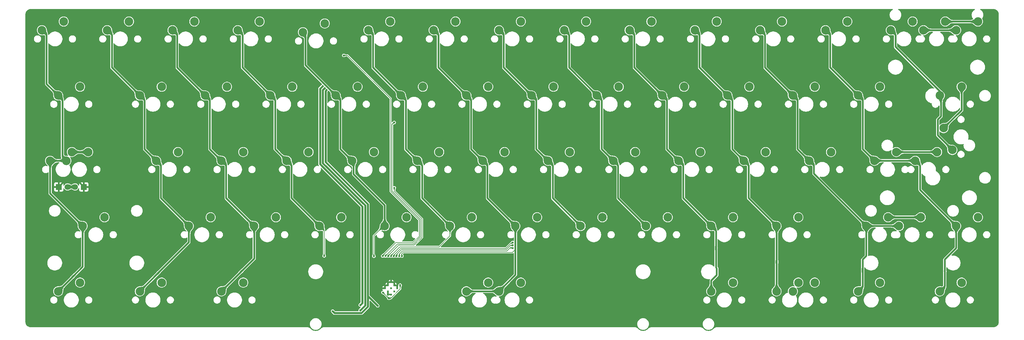
<source format=gbr>
%TF.GenerationSoftware,KiCad,Pcbnew,8.0.1*%
%TF.CreationDate,2025-07-13T23:20:00+09:00*%
%TF.ProjectId,Cloudnine_rp2040,436c6f75-646e-4696-9e65-5f7270323034,rev?*%
%TF.SameCoordinates,Original*%
%TF.FileFunction,Copper,L1,Top*%
%TF.FilePolarity,Positive*%
%FSLAX46Y46*%
G04 Gerber Fmt 4.6, Leading zero omitted, Abs format (unit mm)*
G04 Created by KiCad (PCBNEW 8.0.1) date 2025-07-13 23:20:00*
%MOMM*%
%LPD*%
G01*
G04 APERTURE LIST*
%TA.AperFunction,ComponentPad*%
%ADD10C,2.500000*%
%TD*%
%TA.AperFunction,ComponentPad*%
%ADD11C,1.690600*%
%TD*%
%TA.AperFunction,ComponentPad*%
%ADD12R,1.690600X1.690600*%
%TD*%
%TA.AperFunction,ComponentPad*%
%ADD13C,0.600000*%
%TD*%
%TA.AperFunction,ViaPad*%
%ADD14C,0.600000*%
%TD*%
%TA.AperFunction,Conductor*%
%ADD15C,0.600000*%
%TD*%
%TA.AperFunction,Conductor*%
%ADD16C,0.500000*%
%TD*%
%TA.AperFunction,Conductor*%
%ADD17C,0.200000*%
%TD*%
G04 APERTURE END LIST*
D10*
%TO.P,MX49,1,1*%
%TO.N,Col6*%
X164815000Y-87710000D03*
%TO.P,MX49,2,2*%
%TO.N,Net-(D49-A)*%
X171165000Y-85170000D03*
%TD*%
%TO.P,MX57,1,1*%
%TO.N,Col0*%
X31815000Y-106710000D03*
%TO.P,MX57,2,2*%
%TO.N,Net-(D57-A)*%
X38165000Y-104170000D03*
%TD*%
%TO.P,MX41,1,1*%
%TO.N,Col11*%
X250315000Y-68710000D03*
%TO.P,MX41,2,2*%
%TO.N,Net-(D41-A)*%
X256665000Y-66170000D03*
%TD*%
%TO.P,MX45,1,1*%
%TO.N,Col2*%
X88815000Y-87710000D03*
%TO.P,MX45,2,2*%
%TO.N,Net-(D45-A)*%
X95165000Y-85170000D03*
%TD*%
%TO.P,MX29,1,1*%
%TO.N,Col13*%
X288315000Y-49710000D03*
X291960000Y-65560000D03*
%TO.P,MX29,2,2*%
%TO.N,Net-(D29-A)*%
X289420000Y-59210000D03*
X294665000Y-47170000D03*
%TD*%
%TO.P,MX40,1,1*%
%TO.N,Col10*%
X231315000Y-68710000D03*
%TO.P,MX40,2,2*%
%TO.N,Net-(D40-A)*%
X237665000Y-66170000D03*
%TD*%
%TO.P,MX23,1,1*%
%TO.N,Col7*%
X169565000Y-49710000D03*
%TO.P,MX23,2,2*%
%TO.N,Net-(D23-A)*%
X175915000Y-47170000D03*
%TD*%
%TO.P,MX51,1,1*%
%TO.N,Col8*%
X202815000Y-87710000D03*
%TO.P,MX51,2,2*%
%TO.N,Net-(D51-A)*%
X209165000Y-85170000D03*
%TD*%
%TO.P,MX62,1,1*%
%TO.N,Col12*%
X288315000Y-106710000D03*
%TO.P,MX62,2,2*%
%TO.N,Net-(D62-A)*%
X294665000Y-104170000D03*
%TD*%
%TO.P,MX20,1,1*%
%TO.N,Col4*%
X112565000Y-49710000D03*
%TO.P,MX20,2,2*%
%TO.N,Net-(D20-A)*%
X118915000Y-47170000D03*
%TD*%
%TO.P,MX14,1,1*%
%TO.N,Col13*%
X274065000Y-30710000D03*
%TO.P,MX14,2,2*%
%TO.N,Net-(D14-A)*%
X280415000Y-28170000D03*
%TD*%
%TO.P,MX31,1,1*%
%TO.N,Col1*%
X60315000Y-68710000D03*
%TO.P,MX31,2,2*%
%TO.N,Net-(D31-A)*%
X66665000Y-66170000D03*
%TD*%
%TO.P,MX34,1,1*%
%TO.N,Col4*%
X117315000Y-68710000D03*
%TO.P,MX34,2,2*%
%TO.N,Net-(D34-A)*%
X123665000Y-66170000D03*
%TD*%
%TO.P,MX15,1,1*%
%TO.N,Col14*%
X283565000Y-30710000D03*
X293065000Y-30710000D03*
%TO.P,MX15,2,2*%
%TO.N,Net-(D15-A)*%
X289915000Y-28170000D03*
X299415000Y-28170000D03*
%TD*%
%TO.P,MX22,1,1*%
%TO.N,Col6*%
X150565000Y-49710000D03*
%TO.P,MX22,2,2*%
%TO.N,Net-(D22-A)*%
X156915000Y-47170000D03*
%TD*%
%TO.P,MX5,1,1*%
%TO.N,Col4*%
X103015000Y-31285000D03*
%TO.P,MX5,2,2*%
%TO.N,Net-(D5-A)*%
X109365000Y-28745000D03*
%TD*%
%TO.P,MX24,1,1*%
%TO.N,Col8*%
X188565000Y-49710000D03*
%TO.P,MX24,2,2*%
%TO.N,Net-(D24-A)*%
X194915000Y-47170000D03*
%TD*%
%TO.P,MX47,1,1*%
%TO.N,Col4*%
X126815000Y-87710000D03*
%TO.P,MX47,2,2*%
%TO.N,Net-(D47-A)*%
X133165000Y-85170000D03*
%TD*%
%TO.P,MX53,1,1*%
%TO.N,Col10*%
X240815000Y-87710000D03*
%TO.P,MX53,2,2*%
%TO.N,Net-(D53-A)*%
X247165000Y-85170000D03*
%TD*%
%TO.P,MX58,1,1*%
%TO.N,Col1*%
X55565000Y-106710000D03*
%TO.P,MX58,2,2*%
%TO.N,Net-(D58-A)*%
X61915000Y-104170000D03*
%TD*%
%TO.P,MX54,1,1*%
%TO.N,Col11*%
X266940000Y-87710000D03*
X276440000Y-87710000D03*
%TO.P,MX54,2,2*%
%TO.N,Net-(D54-A)*%
X273290000Y-85170000D03*
X282790000Y-85170000D03*
%TD*%
%TO.P,MX2,1,1*%
%TO.N,Col1*%
X46065000Y-30710000D03*
%TO.P,MX2,2,2*%
%TO.N,Net-(D2-A)*%
X52415000Y-28170000D03*
%TD*%
%TO.P,MX8,1,1*%
%TO.N,Col7*%
X160065000Y-30710000D03*
%TO.P,MX8,2,2*%
%TO.N,Net-(D8-A)*%
X166415000Y-28170000D03*
%TD*%
%TO.P,MX9,1,1*%
%TO.N,Col8*%
X179065000Y-30710000D03*
%TO.P,MX9,2,2*%
%TO.N,Net-(D9-A)*%
X185415000Y-28170000D03*
%TD*%
%TO.P,MX32,1,1*%
%TO.N,Col2*%
X79315000Y-68710000D03*
%TO.P,MX32,2,2*%
%TO.N,Net-(D32-A)*%
X85665000Y-66170000D03*
%TD*%
%TO.P,MX37,1,1*%
%TO.N,Col7*%
X174315000Y-68710000D03*
%TO.P,MX37,2,2*%
%TO.N,Net-(D37-A)*%
X180665000Y-66170000D03*
%TD*%
%TO.P,MX26,1,1*%
%TO.N,Col10*%
X226565000Y-49710000D03*
%TO.P,MX26,2,2*%
%TO.N,Net-(D26-A)*%
X232915000Y-47170000D03*
%TD*%
%TO.P,MX12,1,1*%
%TO.N,Col11*%
X236065000Y-30710000D03*
%TO.P,MX12,2,2*%
%TO.N,Net-(D12-A)*%
X242415000Y-28170000D03*
%TD*%
%TO.P,MX16,1,1*%
%TO.N,Col0*%
X31815000Y-49710000D03*
%TO.P,MX16,2,2*%
%TO.N,Net-(D16-A)*%
X38165000Y-47170000D03*
%TD*%
%TO.P,MX55,1,1*%
%TO.N,Col12*%
X293065000Y-87710000D03*
%TO.P,MX55,2,2*%
%TO.N,Net-(D55-A)*%
X299415000Y-85170000D03*
%TD*%
%TO.P,MX27,1,1*%
%TO.N,Col11*%
X245565000Y-49710000D03*
%TO.P,MX27,2,2*%
%TO.N,Net-(D27-A)*%
X251915000Y-47170000D03*
%TD*%
%TO.P,MX7,1,1*%
%TO.N,Col6*%
X141065000Y-30710000D03*
%TO.P,MX7,2,2*%
%TO.N,Net-(D7-A)*%
X147415000Y-28170000D03*
%TD*%
%TO.P,MX19,1,1*%
%TO.N,Col3*%
X93565000Y-49710000D03*
%TO.P,MX19,2,2*%
%TO.N,Net-(D19-A)*%
X99915000Y-47170000D03*
%TD*%
%TO.P,MX36,1,1*%
%TO.N,Col6*%
X155315000Y-68710000D03*
%TO.P,MX36,2,2*%
%TO.N,Net-(D36-A)*%
X161665000Y-66170000D03*
%TD*%
%TO.P,MX25,1,1*%
%TO.N,Col9*%
X207565000Y-49710000D03*
%TO.P,MX25,2,2*%
%TO.N,Net-(D25-A)*%
X213915000Y-47170000D03*
%TD*%
%TO.P,MX50,1,1*%
%TO.N,Col7*%
X183815000Y-87710000D03*
%TO.P,MX50,2,2*%
%TO.N,Net-(D50-A)*%
X190165000Y-85170000D03*
%TD*%
%TO.P,MX35,1,1*%
%TO.N,Col5*%
X136315000Y-68710000D03*
%TO.P,MX35,2,2*%
%TO.N,Net-(D35-A)*%
X142665000Y-66170000D03*
%TD*%
%TO.P,MX61,1,1*%
%TO.N,Col11*%
X264565000Y-106710000D03*
%TO.P,MX61,2,2*%
%TO.N,Net-(D61-A)*%
X270915000Y-104170000D03*
%TD*%
%TO.P,MX43,1,1*%
%TO.N,Col0*%
X38940000Y-87710000D03*
%TO.P,MX43,2,2*%
%TO.N,Net-(D43-A)*%
X45290000Y-85170000D03*
%TD*%
%TO.P,MX63,1,1*%
%TO.N,Col2*%
X79315000Y-106710000D03*
%TO.P,MX63,2,2*%
%TO.N,Net-(D63-A)*%
X85665000Y-104170000D03*
%TD*%
%TO.P,MX60,1,1*%
%TO.N,Col9*%
X221815000Y-106710000D03*
%TO.P,MX60,2,2*%
%TO.N,Net-(D60-A)*%
X228165000Y-104170000D03*
%TD*%
%TO.P,MX42,1,1*%
%TO.N,Col12*%
X269315000Y-68710000D03*
X281190000Y-68710000D03*
%TO.P,MX42,2,2*%
%TO.N,Net-(D42-A)*%
X275665000Y-66170000D03*
X287540000Y-66170000D03*
%TD*%
D11*
%TO.P,D65,1,K*%
%TO.N,Net-(D65-K)*%
X34507500Y-76330000D03*
X36730000Y-76330000D03*
D12*
%TO.P,D65,2,A*%
%TO.N,GND*%
X31967500Y-76330000D03*
X39270000Y-76330000D03*
%TD*%
D10*
%TO.P,MX30,1,1*%
%TO.N,Col0*%
X29440000Y-68710000D03*
X34190000Y-68710000D03*
%TO.P,MX30,2,2*%
%TO.N,Net-(D30-A)*%
X35790000Y-66170000D03*
X40540000Y-66170000D03*
%TD*%
%TO.P,MX11,1,1*%
%TO.N,Col10*%
X217065000Y-30710000D03*
%TO.P,MX11,2,2*%
%TO.N,Net-(D11-A)*%
X223415000Y-28170000D03*
%TD*%
%TO.P,MX18,1,1*%
%TO.N,Col2*%
X74565000Y-49710000D03*
%TO.P,MX18,2,2*%
%TO.N,Net-(D18-A)*%
X80915000Y-47170000D03*
%TD*%
%TO.P,MX33,1,1*%
%TO.N,Col3*%
X98315000Y-68710000D03*
%TO.P,MX33,2,2*%
%TO.N,Net-(D33-A)*%
X104665000Y-66170000D03*
%TD*%
%TO.P,MX39,1,1*%
%TO.N,Col9*%
X212315000Y-68710000D03*
%TO.P,MX39,2,2*%
%TO.N,Net-(D39-A)*%
X218665000Y-66170000D03*
%TD*%
%TO.P,MX17,1,1*%
%TO.N,Col1*%
X55565000Y-49710000D03*
%TO.P,MX17,2,2*%
%TO.N,Net-(D17-A)*%
X61915000Y-47170000D03*
%TD*%
%TO.P,MX21,1,1*%
%TO.N,Col5*%
X131565000Y-49710000D03*
%TO.P,MX21,2,2*%
%TO.N,Net-(D21-A)*%
X137915000Y-47170000D03*
%TD*%
%TO.P,MX46,1,1*%
%TO.N,Col3*%
X107815000Y-87710000D03*
%TO.P,MX46,2,2*%
%TO.N,Net-(D46-A)*%
X114165000Y-85170000D03*
%TD*%
%TO.P,MX3,1,1*%
%TO.N,Col2*%
X65065000Y-30710000D03*
%TO.P,MX3,2,2*%
%TO.N,Net-(D3-A)*%
X71415000Y-28170000D03*
%TD*%
%TO.P,MX48,1,1*%
%TO.N,Col5*%
X145815000Y-87710000D03*
%TO.P,MX48,2,2*%
%TO.N,Net-(D48-A)*%
X152165000Y-85170000D03*
%TD*%
%TO.P,MX10,1,1*%
%TO.N,Col9*%
X198065000Y-30710000D03*
%TO.P,MX10,2,2*%
%TO.N,Net-(D10-A)*%
X204415000Y-28170000D03*
%TD*%
%TO.P,MX4,1,1*%
%TO.N,Col3*%
X84065000Y-30710000D03*
%TO.P,MX4,2,2*%
%TO.N,Net-(D4-A)*%
X90415000Y-28170000D03*
%TD*%
%TO.P,MX38,1,1*%
%TO.N,Col8*%
X193315000Y-68710000D03*
%TO.P,MX38,2,2*%
%TO.N,Net-(D38-A)*%
X199665000Y-66170000D03*
%TD*%
%TO.P,MX52,1,1*%
%TO.N,Col9*%
X221815000Y-87710000D03*
%TO.P,MX52,2,2*%
%TO.N,Net-(D52-A)*%
X228165000Y-85170000D03*
%TD*%
%TO.P,MX59,1,1*%
%TO.N,Col6*%
X150565000Y-106710000D03*
X160065000Y-106710000D03*
%TO.P,MX59,2,2*%
%TO.N,Net-(D59-A)*%
X156915000Y-104170000D03*
X166415000Y-104170000D03*
%TD*%
%TO.P,MX1,1,1*%
%TO.N,Col0*%
X27065000Y-30710000D03*
%TO.P,MX1,2,2*%
%TO.N,Net-(D1-A)*%
X33415000Y-28170000D03*
%TD*%
%TO.P,MX6,1,1*%
%TO.N,Col5*%
X122065000Y-30710000D03*
%TO.P,MX6,2,2*%
%TO.N,Net-(D6-A)*%
X128415000Y-28170000D03*
%TD*%
%TO.P,MX44,1,1*%
%TO.N,Col1*%
X69815000Y-87710000D03*
%TO.P,MX44,2,2*%
%TO.N,Net-(D44-A)*%
X76165000Y-85170000D03*
%TD*%
%TO.P,MX56,1,1*%
%TO.N,Col10*%
X240815000Y-106710000D03*
X245565000Y-106710000D03*
%TO.P,MX56,2,2*%
%TO.N,Net-(D56-A)*%
X247165000Y-104170000D03*
X251915000Y-104170000D03*
%TD*%
%TO.P,MX13,1,1*%
%TO.N,Col12*%
X255065000Y-30710000D03*
%TO.P,MX13,2,2*%
%TO.N,Net-(D13-A)*%
X261415000Y-28170000D03*
%TD*%
%TO.P,MX28,1,1*%
%TO.N,Col12*%
X264565000Y-49710000D03*
%TO.P,MX28,2,2*%
%TO.N,Net-(D28-A)*%
X270915000Y-47170000D03*
%TD*%
D13*
%TO.P,U1,57,GND*%
%TO.N,GND*%
X128672101Y-104037620D03*
X127770540Y-104939181D03*
X126868979Y-105840742D03*
X129573662Y-104939181D03*
X128672101Y-105840742D03*
X127770540Y-106742303D03*
X130475223Y-105840742D03*
X129573662Y-106742303D03*
X128672101Y-107643864D03*
%TD*%
D14*
%TO.N,+3V3*%
X124771512Y-110941331D03*
X111680000Y-112490000D03*
X109901697Y-48107359D03*
%TO.N,GND*%
X263625000Y-71250000D03*
X117700000Y-97500000D03*
X201875000Y-52250000D03*
X168625000Y-71250000D03*
X71250000Y-109250000D03*
X206625000Y-71250000D03*
X64125000Y-90250000D03*
X244625000Y-71250000D03*
X154375000Y-33250000D03*
X230375000Y-33250000D03*
X173375000Y-33250000D03*
X106875000Y-52250000D03*
X225625000Y-71250000D03*
X111625000Y-68875000D03*
X132800000Y-100525000D03*
X239875000Y-52250000D03*
X135225000Y-98950000D03*
X258875000Y-52250000D03*
X30875000Y-90250000D03*
X117175000Y-104950000D03*
X249375000Y-33250000D03*
X220875000Y-52250000D03*
X134800000Y-102525000D03*
X68875000Y-52250000D03*
X123525000Y-105950000D03*
X280250000Y-52250000D03*
X235125000Y-90250000D03*
X144875000Y-109250000D03*
X47500000Y-109250000D03*
X216125000Y-109250000D03*
X256500000Y-109250000D03*
X87875000Y-52250000D03*
X83125000Y-90250000D03*
X173375000Y-109250000D03*
X92625000Y-109250000D03*
X112200000Y-97500000D03*
X78375000Y-33250000D03*
X54625000Y-71250000D03*
X135375000Y-33250000D03*
X122775000Y-110150000D03*
X59375000Y-33250000D03*
X201875000Y-109250000D03*
X178125000Y-90250000D03*
X132575000Y-98525000D03*
X92625000Y-71250000D03*
X261250000Y-90250000D03*
X182875000Y-52250000D03*
X106875000Y-109250000D03*
X131450000Y-99150000D03*
X254125000Y-90250000D03*
X192375000Y-33250000D03*
X125875000Y-52250000D03*
X287375000Y-90250000D03*
X40375000Y-33250000D03*
X124900000Y-97775000D03*
X116375000Y-33250000D03*
X268375000Y-33250000D03*
X144875000Y-52250000D03*
X211375000Y-33250000D03*
X97375000Y-33250000D03*
X140125000Y-90250000D03*
X102125000Y-90250000D03*
X280250000Y-109250000D03*
X134125000Y-101850000D03*
X135375000Y-109250000D03*
X197125000Y-90250000D03*
X159125000Y-90250000D03*
X130625000Y-71250000D03*
X52250000Y-90250000D03*
X47500000Y-52250000D03*
X149625000Y-71250000D03*
X73625000Y-71250000D03*
X124900000Y-100150000D03*
X112275000Y-42125000D03*
X47500000Y-71250000D03*
X128375000Y-99025000D03*
X235125000Y-109250000D03*
X216125000Y-90250000D03*
X163875000Y-52250000D03*
X118025000Y-43050000D03*
X296875000Y-71250000D03*
X119425000Y-103425000D03*
X187625000Y-71250000D03*
%TO.N,+1V1*%
X131312525Y-104923574D03*
X126320178Y-107050009D03*
X128016364Y-108745611D03*
%TO.N,Row0*%
X114900000Y-38050000D03*
X126230000Y-96450000D03*
%TO.N,Row1*%
X127029902Y-96462697D03*
X129575000Y-57568750D03*
%TO.N,Row2*%
X127829843Y-96472598D03*
X129600000Y-76568750D03*
%TO.N,Col0*%
X36112500Y-102412500D03*
%TO.N,Col1*%
X60912500Y-101362500D03*
%TO.N,Col2*%
X85037500Y-100987500D03*
%TO.N,Col3*%
X109200000Y-96410000D03*
%TO.N,Col4*%
X123660000Y-96500000D03*
%TO.N,Col5*%
X128629839Y-96469300D03*
%TO.N,Col6*%
X131829847Y-96469979D03*
%TO.N,Col7*%
X164090000Y-92520000D03*
X129429841Y-96470123D03*
%TO.N,Col8*%
X164090000Y-93320003D03*
X130229843Y-96469927D03*
%TO.N,Col9*%
X131029845Y-96470024D03*
X223205000Y-94125000D03*
X164090000Y-94120006D03*
%TO.N,Col10*%
X240840000Y-98125000D03*
%TO.N,Col11*%
X265875000Y-100450000D03*
%TO.N,Col12*%
X289774100Y-100900000D03*
%TO.N,DP*%
X108770323Y-46975985D03*
X119702101Y-110720742D03*
%TO.N,DM*%
X119707101Y-112220742D03*
X109336010Y-47541672D03*
%TD*%
D15*
%TO.N,+3V3*%
X121920000Y-111139214D02*
X120038471Y-113020742D01*
X121920000Y-108089819D02*
X121920000Y-111139214D01*
X120038471Y-113020742D02*
X112210742Y-113020742D01*
X121920000Y-81357260D02*
X121920000Y-108089819D01*
X121920000Y-108089819D02*
X124771512Y-110941331D01*
X109610000Y-48399056D02*
X109610000Y-69047260D01*
X109610000Y-69047260D02*
X121920000Y-81357260D01*
X112210742Y-113020742D02*
X111680000Y-112490000D01*
X109901697Y-48107359D02*
X109610000Y-48399056D01*
D16*
%TO.N,GND*%
X37987200Y-75034700D02*
X39282500Y-76330000D01*
X31980000Y-76330000D02*
X33275300Y-75034700D01*
X33275300Y-75034700D02*
X37987200Y-75034700D01*
D17*
%TO.N,+1V1*%
X128016364Y-108745611D02*
X128594389Y-108745611D01*
X126510000Y-107239831D02*
X126510584Y-107239831D01*
X126320178Y-107050009D02*
X126510000Y-107239831D01*
X128594389Y-108745611D02*
X131312525Y-106027475D01*
X131312525Y-106027475D02*
X131312525Y-104923574D01*
X126510584Y-107239831D02*
X128016364Y-108745611D01*
%TO.N,Row0*%
X126230000Y-96340000D02*
X130050000Y-92520000D01*
X128560000Y-77610000D02*
X128560000Y-50610000D01*
X130050000Y-92520000D02*
X130460000Y-92520000D01*
X126230000Y-96450000D02*
X126230000Y-96340000D01*
X116000000Y-38050000D02*
X114900000Y-38050000D01*
X136850000Y-85900000D02*
X128560000Y-77610000D01*
X130460000Y-92520000D02*
X135054275Y-92520000D01*
X128560000Y-50610000D02*
X116000000Y-38050000D01*
X135054275Y-92520000D02*
X136850000Y-90724275D01*
X136850000Y-90724275D02*
X136850000Y-85900000D01*
D16*
%TO.N,Net-(D15-A)*%
X289915000Y-28170000D02*
X289954000Y-28209000D01*
X289954000Y-28209000D02*
X299415000Y-28209000D01*
D17*
%TO.N,Row1*%
X128960000Y-58183750D02*
X129575000Y-57568750D01*
X127029902Y-96462697D02*
X127029902Y-96390098D01*
X130500000Y-92920000D02*
X135219961Y-92920000D01*
X137250000Y-85734314D02*
X128960000Y-77444314D01*
X135219961Y-92920000D02*
X137250000Y-90889960D01*
X137250000Y-90889960D02*
X137250000Y-85734314D01*
X128960000Y-77444314D02*
X128960000Y-58183750D01*
X127029902Y-96390098D02*
X130500000Y-92920000D01*
D16*
%TO.N,Net-(D29-A)*%
X289420000Y-59210000D02*
X294665000Y-53965000D01*
X294665000Y-53965000D02*
X294665000Y-47170000D01*
D17*
%TO.N,Row2*%
X129600000Y-77518628D02*
X129600000Y-76568750D01*
X137650000Y-85568628D02*
X129600000Y-77518628D01*
X127829843Y-96370157D02*
X130880001Y-93319999D01*
X137650000Y-91055645D02*
X137650000Y-85568628D01*
X130880001Y-93319999D02*
X135385647Y-93319999D01*
X127829843Y-96472598D02*
X127829843Y-96370157D01*
X135385647Y-93319999D02*
X137650000Y-91055645D01*
D15*
%TO.N,Net-(D30-A)*%
X40540000Y-66170000D02*
X35790000Y-66170000D01*
D16*
%TO.N,Net-(D42-A)*%
X275665000Y-66170000D02*
X287540000Y-66170000D01*
D15*
%TO.N,Net-(D54-A)*%
X273290000Y-85170000D02*
X282790000Y-85170000D01*
D16*
%TO.N,Col0*%
X33064999Y-50959999D02*
X33064999Y-67584999D01*
X29465000Y-78235000D02*
X38940000Y-87710000D01*
X38965000Y-99560000D02*
X36112500Y-102412500D01*
X29440000Y-68710000D02*
X29465000Y-68735000D01*
X29465000Y-68735000D02*
X29465000Y-78235000D01*
X28455000Y-46350000D02*
X31815000Y-49710000D01*
X36112500Y-102412500D02*
X31815000Y-106710000D01*
X38965000Y-87735000D02*
X38965000Y-99560000D01*
X27065000Y-30710000D02*
X28455000Y-32100000D01*
X29440000Y-68710000D02*
X34190000Y-68710000D01*
X38940000Y-87710000D02*
X38965000Y-87735000D01*
X31815000Y-49710000D02*
X33064999Y-50959999D01*
X28455000Y-32100000D02*
X28455000Y-46350000D01*
X33064999Y-67584999D02*
X34190000Y-68710000D01*
%TO.N,Col1*%
X47455000Y-41600000D02*
X55565000Y-49710000D01*
X56955000Y-51100000D02*
X56955000Y-65350000D01*
X47455000Y-32100000D02*
X47455000Y-41600000D01*
X69815000Y-87710000D02*
X69840000Y-87735000D01*
X69840000Y-87735000D02*
X69840000Y-92435000D01*
X69840000Y-92435000D02*
X60912500Y-101362500D01*
X60912500Y-101362500D02*
X55565000Y-106710000D01*
X46065000Y-30710000D02*
X47455000Y-32100000D01*
X55565000Y-49710000D02*
X56955000Y-51100000D01*
X60315000Y-68710000D02*
X61705000Y-70100000D01*
X56955000Y-65350000D02*
X60315000Y-68710000D01*
X61705000Y-79600000D02*
X69815000Y-87710000D01*
X61705000Y-70100000D02*
X61705000Y-79600000D01*
%TO.N,Col2*%
X75955000Y-65350000D02*
X79315000Y-68710000D01*
X66455000Y-41600000D02*
X74565000Y-49710000D01*
X88840000Y-87735000D02*
X88840000Y-97185000D01*
X79315000Y-68710000D02*
X80705000Y-70100000D01*
X80705000Y-79600000D02*
X88815000Y-87710000D01*
X88840000Y-97185000D02*
X85037500Y-100987500D01*
X85037500Y-100987500D02*
X79315000Y-106710000D01*
X65065000Y-30710000D02*
X66455000Y-32100000D01*
X74565000Y-49710000D02*
X75955000Y-51100000D01*
X75955000Y-51100000D02*
X75955000Y-65350000D01*
X66455000Y-32100000D02*
X66455000Y-41600000D01*
X80705000Y-70100000D02*
X80705000Y-79600000D01*
X88815000Y-87710000D02*
X88840000Y-87735000D01*
%TO.N,Col3*%
X98315000Y-68710000D02*
X99705000Y-70100000D01*
X85455000Y-41600000D02*
X93565000Y-49710000D01*
X94955000Y-51100000D02*
X94955000Y-65350000D01*
X84065000Y-30710000D02*
X85455000Y-32100000D01*
X93565000Y-49710000D02*
X94955000Y-51100000D01*
X99705000Y-70100000D02*
X99705000Y-79600000D01*
X94955000Y-65350000D02*
X98315000Y-68710000D01*
D17*
X109200000Y-89095000D02*
X107815000Y-87710000D01*
X109200000Y-96410000D02*
X109200000Y-89095000D01*
D16*
X99705000Y-79600000D02*
X107815000Y-87710000D01*
X85455000Y-32100000D02*
X85455000Y-41600000D01*
%TO.N,Col4*%
X103775000Y-31420000D02*
X103775000Y-40920000D01*
X113955000Y-51100000D02*
X113955000Y-65350000D01*
D17*
X126465725Y-87710000D02*
X126815000Y-87710000D01*
D16*
X117775000Y-72625000D02*
X126815000Y-81665000D01*
X113955000Y-65350000D02*
X117315000Y-68710000D01*
X126815000Y-81665000D02*
X126815000Y-87710000D01*
X117315000Y-68710000D02*
X117775000Y-69170000D01*
X117775000Y-69170000D02*
X117775000Y-72625000D01*
D17*
X123660000Y-96500000D02*
X123660000Y-90515725D01*
D16*
X103775000Y-40920000D02*
X112565000Y-49710000D01*
X112565000Y-49710000D02*
X113955000Y-51100000D01*
X103065000Y-30710000D02*
X103775000Y-31420000D01*
D17*
X123660000Y-90515725D02*
X126465725Y-87710000D01*
D16*
%TO.N,Col5*%
X132955000Y-65350000D02*
X136315000Y-68710000D01*
X132955000Y-51100000D02*
X132955000Y-65350000D01*
D17*
X128629839Y-96340161D02*
X131190000Y-93780000D01*
X145815000Y-90599275D02*
X145815000Y-87710000D01*
X131190000Y-93780000D02*
X142634275Y-93780000D01*
D16*
X136315000Y-68710000D02*
X137705000Y-70100000D01*
D17*
X128629839Y-96469300D02*
X128629839Y-96340161D01*
D16*
X137705000Y-79600000D02*
X145815000Y-87710000D01*
X122065000Y-30710000D02*
X123455000Y-32100000D01*
X123455000Y-41600000D02*
X131565000Y-49710000D01*
X123455000Y-32100000D02*
X123455000Y-41600000D01*
X137705000Y-70100000D02*
X137705000Y-79600000D01*
D17*
X142634275Y-93780000D02*
X145815000Y-90599275D01*
D16*
X131565000Y-49710000D02*
X132955000Y-51100000D01*
D17*
%TO.N,Col6*%
X131829847Y-96469979D02*
X131829847Y-95710153D01*
X164010000Y-95380000D02*
X164840000Y-94550000D01*
D16*
X164815000Y-87710000D02*
X164840000Y-87735000D01*
D17*
X131829847Y-95710153D02*
X132160000Y-95380000D01*
D16*
X156705000Y-79600000D02*
X164815000Y-87710000D01*
X151955000Y-65350000D02*
X155315000Y-68710000D01*
X141065000Y-30710000D02*
X142455000Y-32100000D01*
X155315000Y-68710000D02*
X156705000Y-70100000D01*
X151955000Y-51100000D02*
X151955000Y-65350000D01*
X150565000Y-49710000D02*
X151955000Y-51100000D01*
X156705000Y-70100000D02*
X156705000Y-79600000D01*
D17*
X132160000Y-95380000D02*
X164010000Y-95380000D01*
D16*
X142455000Y-41600000D02*
X150565000Y-49710000D01*
X164840000Y-87735000D02*
X164840000Y-101935000D01*
X150565000Y-106710000D02*
X160065000Y-106710000D01*
X164840000Y-101935000D02*
X160065000Y-106710000D01*
X142455000Y-32100000D02*
X142455000Y-41600000D01*
%TO.N,Col7*%
X170955000Y-65350000D02*
X174315000Y-68710000D01*
D17*
X129429841Y-96223719D02*
X131473560Y-94180000D01*
X163710000Y-92520000D02*
X164090000Y-92520000D01*
D16*
X170955000Y-51100000D02*
X170955000Y-65350000D01*
X161455000Y-41600000D02*
X169565000Y-49710000D01*
X174315000Y-68710000D02*
X175705000Y-70100000D01*
D17*
X131473560Y-94180000D02*
X162050000Y-94180000D01*
D16*
X169565000Y-49710000D02*
X170955000Y-51100000D01*
X160065000Y-30710000D02*
X161455000Y-32100000D01*
X175705000Y-79600000D02*
X183815000Y-87710000D01*
X175705000Y-70100000D02*
X175705000Y-79600000D01*
D17*
X162050000Y-94180000D02*
X163710000Y-92520000D01*
D16*
X161455000Y-32100000D02*
X161455000Y-41600000D01*
D17*
X129429841Y-96470123D02*
X129429841Y-96223719D01*
D16*
%TO.N,Col8*%
X189955000Y-51100000D02*
X189955000Y-65350000D01*
X180455000Y-41600000D02*
X188565000Y-49710000D01*
X180455000Y-32100000D02*
X180455000Y-41600000D01*
D17*
X131730000Y-94580000D02*
X130229843Y-96080157D01*
D16*
X188565000Y-49710000D02*
X189955000Y-51100000D01*
X194705000Y-70100000D02*
X194705000Y-79600000D01*
X193315000Y-68710000D02*
X194705000Y-70100000D01*
X194705000Y-79600000D02*
X202815000Y-87710000D01*
D17*
X130229843Y-96080157D02*
X130229843Y-96469927D01*
X163475682Y-93320003D02*
X162215685Y-94580000D01*
D16*
X189955000Y-65350000D02*
X193315000Y-68710000D01*
D17*
X164090000Y-93320003D02*
X163475682Y-93320003D01*
D16*
X179065000Y-30710000D02*
X180455000Y-32100000D01*
D17*
X162215685Y-94580000D02*
X131730000Y-94580000D01*
%TO.N,Col9*%
X131029845Y-96470024D02*
X131029845Y-95920155D01*
D16*
X199455000Y-41600000D02*
X207565000Y-49710000D01*
X198065000Y-30710000D02*
X199455000Y-32100000D01*
D17*
X131970000Y-94980000D02*
X162381371Y-94980000D01*
D16*
X221815000Y-87710000D02*
X223205000Y-89100000D01*
X223205000Y-89100000D02*
X223205000Y-94125000D01*
X199455000Y-32100000D02*
X199455000Y-41600000D01*
D17*
X163241365Y-94120006D02*
X164090000Y-94120006D01*
D16*
X212315000Y-68710000D02*
X213705000Y-70100000D01*
D17*
X131029845Y-95920155D02*
X131970000Y-94980000D01*
D16*
X221815000Y-103648770D02*
X221815000Y-106710000D01*
X223205000Y-99791230D02*
X223438900Y-100025130D01*
X223438900Y-100025130D02*
X223438900Y-102024870D01*
X207565000Y-49710000D02*
X208955000Y-51100000D01*
X208955000Y-65350000D02*
X212315000Y-68710000D01*
X223438900Y-102024870D02*
X221815000Y-103648770D01*
X213705000Y-79600000D02*
X221815000Y-87710000D01*
X208955000Y-51100000D02*
X208955000Y-65350000D01*
X213705000Y-70100000D02*
X213705000Y-79600000D01*
D17*
X162381371Y-94980000D02*
X163241365Y-94120006D01*
D16*
X223205000Y-94125000D02*
X223205000Y-99791230D01*
%TO.N,Col10*%
X240840000Y-98125000D02*
X240840000Y-106685000D01*
X226565000Y-49710000D02*
X227955000Y-51100000D01*
X240840000Y-87735000D02*
X240840000Y-98125000D01*
X218455000Y-41600000D02*
X226565000Y-49710000D01*
X231315000Y-68710000D02*
X232705000Y-70100000D01*
X240840000Y-106685000D02*
X240815000Y-106710000D01*
X232705000Y-79600000D02*
X240815000Y-87710000D01*
X218455000Y-32100000D02*
X218455000Y-41600000D01*
X232705000Y-70100000D02*
X232705000Y-79600000D01*
X227955000Y-65350000D02*
X231315000Y-68710000D01*
X217065000Y-30710000D02*
X218455000Y-32100000D01*
X240815000Y-87710000D02*
X240840000Y-87735000D01*
X227955000Y-51100000D02*
X227955000Y-65350000D01*
%TO.N,Col11*%
X251705000Y-72475000D02*
X266940000Y-87710000D01*
X266965000Y-96408230D02*
X266965000Y-87735000D01*
X250315000Y-68710000D02*
X251705000Y-70100000D01*
X237455000Y-32100000D02*
X237455000Y-41600000D01*
X265898100Y-100426900D02*
X265898100Y-97475130D01*
X245565000Y-49710000D02*
X246955000Y-51100000D01*
X236065000Y-30710000D02*
X237455000Y-32100000D01*
X237455000Y-41600000D02*
X245565000Y-49710000D01*
X265875000Y-105400000D02*
X264565000Y-106710000D01*
X265898100Y-97475130D02*
X266965000Y-96408230D01*
X246955000Y-51100000D02*
X246955000Y-65350000D01*
X265875000Y-100450000D02*
X265875000Y-105400000D01*
X266965000Y-87735000D02*
X266940000Y-87710000D01*
X246955000Y-65350000D02*
X250315000Y-68710000D01*
X251705000Y-70100000D02*
X251705000Y-72475000D01*
X266940000Y-87710000D02*
X276440000Y-87710000D01*
X265875000Y-100450000D02*
X265898100Y-100426900D01*
%TO.N,Col12*%
X265955000Y-65350000D02*
X269315000Y-68710000D01*
X293065000Y-87710000D02*
X293090000Y-87735000D01*
X282580000Y-77225000D02*
X293065000Y-87710000D01*
X289774100Y-105250900D02*
X288315000Y-106710000D01*
X293090000Y-87735000D02*
X293090000Y-94159230D01*
X269315000Y-68710000D02*
X281190000Y-68710000D01*
X265955000Y-51100000D02*
X265955000Y-65350000D01*
X289774100Y-97475130D02*
X289774100Y-105250900D01*
X256455000Y-41600000D02*
X264565000Y-49710000D01*
X282580000Y-70100000D02*
X282580000Y-77225000D01*
X293090000Y-94159230D02*
X289774100Y-97475130D01*
X255065000Y-30710000D02*
X256455000Y-32100000D01*
X281190000Y-68710000D02*
X282580000Y-70100000D01*
X256455000Y-32100000D02*
X256455000Y-41600000D01*
X264565000Y-49710000D02*
X265955000Y-51100000D01*
%TO.N,Col13*%
X275455000Y-35578230D02*
X275455000Y-32100000D01*
X287720000Y-61320000D02*
X287720000Y-56730000D01*
X291960000Y-65560000D02*
X287720000Y-61320000D01*
X287720000Y-56730000D02*
X288688900Y-55761100D01*
X288688900Y-55761100D02*
X288688900Y-48812130D01*
X275455000Y-32100000D02*
X274065000Y-30710000D01*
X288688900Y-48812130D02*
X275455000Y-35578230D01*
%TO.N,Col14*%
X283565000Y-30710000D02*
X293065000Y-30710000D01*
D15*
%TO.N,DP*%
X120320000Y-110102843D02*
X119702101Y-110720742D01*
X108770323Y-46975985D02*
X108010000Y-47736308D01*
X108010000Y-47736308D02*
X108010000Y-69710000D01*
X120320000Y-82020000D02*
X120320000Y-110102843D01*
X108010000Y-69710000D02*
X120320000Y-82020000D01*
%TO.N,DM*%
X108810000Y-48067682D02*
X108810000Y-69378630D01*
X108810000Y-69378630D02*
X121120000Y-81688630D01*
X121120000Y-110807843D02*
X119707101Y-112220742D01*
X109336010Y-47541672D02*
X108810000Y-48067682D01*
X121120000Y-81688630D02*
X121120000Y-110807843D01*
%TO.N,Net-(D65-K)*%
X34507500Y-76330000D02*
X36730000Y-76330000D01*
%TD*%
%TA.AperFunction,Conductor*%
%TO.N,GND*%
G36*
X127963579Y-106511988D02*
G01*
X128009334Y-106564792D01*
X128020540Y-106616303D01*
X128020540Y-107393864D01*
X128798101Y-107393864D01*
X128865140Y-107413549D01*
X128910895Y-107466353D01*
X128922101Y-107517864D01*
X128922101Y-107769864D01*
X128902416Y-107836903D01*
X128849612Y-107882658D01*
X128798101Y-107893864D01*
X127912018Y-107893864D01*
X127902741Y-107906938D01*
X127903937Y-107930371D01*
X127869208Y-107990998D01*
X127807214Y-108023225D01*
X127737639Y-108016819D01*
X127697259Y-107990804D01*
X127601599Y-107898556D01*
X127601598Y-107898555D01*
X127591731Y-107892155D01*
X127571527Y-107875803D01*
X127408714Y-107712990D01*
X127389976Y-107678674D01*
X128497101Y-107678674D01*
X128523744Y-107742993D01*
X128572972Y-107792221D01*
X128637291Y-107818864D01*
X128706911Y-107818864D01*
X128771230Y-107792221D01*
X128820458Y-107742993D01*
X128847101Y-107678674D01*
X128847101Y-107609054D01*
X128820458Y-107544735D01*
X128771230Y-107495507D01*
X128706911Y-107468864D01*
X128637291Y-107468864D01*
X128572972Y-107495507D01*
X128523744Y-107544735D01*
X128497101Y-107609054D01*
X128497101Y-107678674D01*
X127389976Y-107678674D01*
X127375229Y-107651667D01*
X127380213Y-107581975D01*
X127422085Y-107526042D01*
X127487549Y-107501625D01*
X127516221Y-107505449D01*
X127520540Y-107502385D01*
X127520540Y-106777113D01*
X127595540Y-106777113D01*
X127622183Y-106841432D01*
X127671411Y-106890660D01*
X127735730Y-106917303D01*
X127805350Y-106917303D01*
X127869669Y-106890660D01*
X127918897Y-106841432D01*
X127945540Y-106777113D01*
X127945540Y-106707493D01*
X127918897Y-106643174D01*
X127869669Y-106593946D01*
X127805350Y-106567303D01*
X127735730Y-106567303D01*
X127671411Y-106593946D01*
X127622183Y-106643174D01*
X127595540Y-106707493D01*
X127595540Y-106777113D01*
X127520540Y-106777113D01*
X127520540Y-106616303D01*
X127540225Y-106549264D01*
X127593029Y-106503509D01*
X127644540Y-106492303D01*
X127896540Y-106492303D01*
X127963579Y-106511988D01*
G37*
%TD.AperFunction*%
%TA.AperFunction,Conductor*%
G36*
X274621865Y-24570185D02*
G01*
X274667620Y-24622989D01*
X274677564Y-24692147D01*
X274648539Y-24755703D01*
X274616827Y-24781887D01*
X274493566Y-24853052D01*
X274493557Y-24853058D01*
X274317342Y-24988272D01*
X274317335Y-24988278D01*
X274160278Y-25145335D01*
X274160272Y-25145342D01*
X274025058Y-25321557D01*
X274025047Y-25321573D01*
X273913991Y-25513926D01*
X273913983Y-25513942D01*
X273828984Y-25719151D01*
X273771492Y-25933713D01*
X273742500Y-26153936D01*
X273742500Y-26376063D01*
X273771492Y-26596286D01*
X273828984Y-26810848D01*
X273913983Y-27016057D01*
X273913991Y-27016073D01*
X274025047Y-27208426D01*
X274025058Y-27208442D01*
X274160272Y-27384657D01*
X274160278Y-27384664D01*
X274317335Y-27541721D01*
X274317341Y-27541726D01*
X274493566Y-27676948D01*
X274493573Y-27676952D01*
X274685926Y-27788008D01*
X274685942Y-27788016D01*
X274796653Y-27833873D01*
X274891152Y-27873016D01*
X275105710Y-27930507D01*
X275270880Y-27952251D01*
X275325936Y-27959500D01*
X275325937Y-27959500D01*
X275548064Y-27959500D01*
X275592108Y-27953701D01*
X275768290Y-27930507D01*
X275982848Y-27873016D01*
X276144165Y-27806196D01*
X276188057Y-27788016D01*
X276188060Y-27788014D01*
X276188066Y-27788012D01*
X276380434Y-27676948D01*
X276556659Y-27541726D01*
X276713726Y-27384659D01*
X276848948Y-27208434D01*
X276960012Y-27016066D01*
X277045016Y-26810848D01*
X277102507Y-26596290D01*
X277131500Y-26376063D01*
X277131500Y-26153937D01*
X277102507Y-25933710D01*
X277045016Y-25719152D01*
X277005873Y-25624653D01*
X276960016Y-25513942D01*
X276960008Y-25513926D01*
X276848952Y-25321573D01*
X276848948Y-25321566D01*
X276810013Y-25270825D01*
X276713727Y-25145342D01*
X276713721Y-25145335D01*
X276556664Y-24988278D01*
X276556657Y-24988272D01*
X276380442Y-24853058D01*
X276380440Y-24853057D01*
X276380434Y-24853052D01*
X276257173Y-24781887D01*
X276208958Y-24731320D01*
X276195736Y-24662712D01*
X276221704Y-24597848D01*
X276278618Y-24557320D01*
X276319174Y-24550500D01*
X298430826Y-24550500D01*
X298497865Y-24570185D01*
X298543620Y-24622989D01*
X298553564Y-24692147D01*
X298524539Y-24755703D01*
X298492827Y-24781887D01*
X298369566Y-24853052D01*
X298369557Y-24853058D01*
X298193342Y-24988272D01*
X298193335Y-24988278D01*
X298036278Y-25145335D01*
X298036272Y-25145342D01*
X297901058Y-25321557D01*
X297901047Y-25321573D01*
X297789991Y-25513926D01*
X297789983Y-25513942D01*
X297704984Y-25719151D01*
X297647492Y-25933713D01*
X297618500Y-26153936D01*
X297618500Y-26376063D01*
X297647492Y-26596286D01*
X297704984Y-26810848D01*
X297789983Y-27016057D01*
X297789991Y-27016073D01*
X297901047Y-27208426D01*
X297901058Y-27208442D01*
X297996793Y-27333207D01*
X298021987Y-27398376D01*
X298007949Y-27466821D01*
X297969498Y-27510298D01*
X297924574Y-27541726D01*
X297838596Y-27601873D01*
X297811519Y-27616198D01*
X297572629Y-27706865D01*
X297541358Y-27714279D01*
X297161278Y-27753502D01*
X297160357Y-27753760D01*
X297159896Y-27753890D01*
X297157533Y-27754215D01*
X297156070Y-27754494D01*
X297156055Y-27754418D01*
X297126400Y-27758500D01*
X292203617Y-27758500D01*
X292174803Y-27754157D01*
X292174689Y-27754717D01*
X292168719Y-27753500D01*
X291788634Y-27714278D01*
X291757362Y-27706864D01*
X291518478Y-27616198D01*
X291491398Y-27601872D01*
X291290076Y-27461033D01*
X291278354Y-27451731D01*
X291058635Y-27254627D01*
X291057654Y-27253762D01*
X291055933Y-27252246D01*
X291055852Y-27252176D01*
X291055628Y-27251981D01*
X291053266Y-27249968D01*
X290999150Y-27204543D01*
X290987643Y-27193551D01*
X290900761Y-27099172D01*
X290900757Y-27099169D01*
X290711075Y-26951533D01*
X290711069Y-26951529D01*
X290499657Y-26837118D01*
X290499652Y-26837116D01*
X290272300Y-26759066D01*
X290094468Y-26729391D01*
X290035192Y-26719500D01*
X289794808Y-26719500D01*
X289747387Y-26727413D01*
X289557699Y-26759066D01*
X289330347Y-26837116D01*
X289330342Y-26837118D01*
X289118930Y-26951529D01*
X289118924Y-26951533D01*
X288929242Y-27099169D01*
X288929239Y-27099172D01*
X288766430Y-27276029D01*
X288766427Y-27276033D01*
X288634951Y-27477270D01*
X288538389Y-27697410D01*
X288479379Y-27930440D01*
X288459529Y-28169994D01*
X288459529Y-28170005D01*
X288479379Y-28409559D01*
X288538389Y-28642589D01*
X288634951Y-28862729D01*
X288714550Y-28984563D01*
X288766429Y-29063969D01*
X288929236Y-29240825D01*
X288929239Y-29240827D01*
X288929242Y-29240830D01*
X289118924Y-29388466D01*
X289118930Y-29388470D01*
X289118933Y-29388472D01*
X289209950Y-29437728D01*
X289309365Y-29491529D01*
X289330344Y-29502882D01*
X289330347Y-29502883D01*
X289557699Y-29580933D01*
X289557701Y-29580933D01*
X289557703Y-29580934D01*
X289794808Y-29620500D01*
X289794809Y-29620500D01*
X290035191Y-29620500D01*
X290035192Y-29620500D01*
X290272297Y-29580934D01*
X290499656Y-29502882D01*
X290711067Y-29388472D01*
X290900764Y-29240825D01*
X290935759Y-29202808D01*
X290951069Y-29188752D01*
X291025246Y-29131326D01*
X291026881Y-29130047D01*
X291027091Y-29129881D01*
X291027109Y-29129865D01*
X291027139Y-29129843D01*
X291029129Y-29128249D01*
X291108345Y-29063970D01*
X291256076Y-28944096D01*
X291268163Y-28935437D01*
X291476781Y-28804207D01*
X291502694Y-28791836D01*
X291751672Y-28706733D01*
X291780263Y-28700605D01*
X292114866Y-28669421D01*
X292166569Y-28664603D01*
X292166569Y-28664602D01*
X292166579Y-28664602D01*
X292169292Y-28663862D01*
X292201893Y-28659500D01*
X297128218Y-28659500D01*
X297157386Y-28663748D01*
X297157445Y-28663446D01*
X297163419Y-28664602D01*
X297333266Y-28680430D01*
X297549727Y-28700604D01*
X297578321Y-28706733D01*
X297827299Y-28791835D01*
X297853218Y-28804209D01*
X298061818Y-28935427D01*
X298073914Y-28944092D01*
X298300858Y-29128241D01*
X298300868Y-29128249D01*
X298300930Y-29128299D01*
X298302326Y-29129420D01*
X298302731Y-29129742D01*
X298303120Y-29130047D01*
X298304751Y-29131327D01*
X298378918Y-29188745D01*
X298378936Y-29188759D01*
X298394251Y-29202820D01*
X298425249Y-29236494D01*
X298429234Y-29240823D01*
X298429242Y-29240830D01*
X298618924Y-29388466D01*
X298618930Y-29388470D01*
X298618933Y-29388472D01*
X298709950Y-29437728D01*
X298809365Y-29491529D01*
X298830344Y-29502882D01*
X298830347Y-29502883D01*
X299057699Y-29580933D01*
X299057701Y-29580933D01*
X299057703Y-29580934D01*
X299294808Y-29620500D01*
X299294809Y-29620500D01*
X299535191Y-29620500D01*
X299535192Y-29620500D01*
X299772297Y-29580934D01*
X299999656Y-29502882D01*
X300211067Y-29388472D01*
X300400764Y-29240825D01*
X300563571Y-29063969D01*
X300695049Y-28862728D01*
X300791610Y-28642591D01*
X300850620Y-28409563D01*
X300870471Y-28170000D01*
X300860715Y-28052270D01*
X300850620Y-27930440D01*
X300850620Y-27930437D01*
X300791610Y-27697409D01*
X300695049Y-27477272D01*
X300684439Y-27461033D01*
X300662004Y-27426693D01*
X300641816Y-27359804D01*
X300660995Y-27292618D01*
X300667436Y-27283384D01*
X300673077Y-27276033D01*
X300724948Y-27208434D01*
X300836012Y-27016066D01*
X300921016Y-26810848D01*
X300978507Y-26596290D01*
X301007500Y-26376063D01*
X301007500Y-26153937D01*
X300978507Y-25933710D01*
X300921016Y-25719152D01*
X300881873Y-25624653D01*
X300836016Y-25513942D01*
X300836008Y-25513926D01*
X300724952Y-25321573D01*
X300724948Y-25321566D01*
X300686013Y-25270825D01*
X300589727Y-25145342D01*
X300589721Y-25145335D01*
X300432664Y-24988278D01*
X300432657Y-24988272D01*
X300256442Y-24853058D01*
X300256440Y-24853057D01*
X300256434Y-24853052D01*
X300133173Y-24781887D01*
X300084958Y-24731320D01*
X300071736Y-24662712D01*
X300097704Y-24597848D01*
X300154618Y-24557320D01*
X300195174Y-24550500D01*
X303909108Y-24550500D01*
X303970572Y-24550500D01*
X303979418Y-24550816D01*
X304179561Y-24565130D01*
X304197063Y-24567647D01*
X304388797Y-24609355D01*
X304405755Y-24614334D01*
X304589604Y-24682907D01*
X304589609Y-24682909D01*
X304605701Y-24690259D01*
X304777904Y-24784288D01*
X304792784Y-24793849D01*
X304871869Y-24853052D01*
X304949866Y-24911440D01*
X304963236Y-24923026D01*
X305101974Y-25061764D01*
X305113560Y-25075135D01*
X305231143Y-25232208D01*
X305240708Y-25247091D01*
X305334741Y-25419298D01*
X305342091Y-25435391D01*
X305410662Y-25619235D01*
X305415646Y-25636211D01*
X305457351Y-25827930D01*
X305459869Y-25845441D01*
X305474184Y-26045579D01*
X305474500Y-26054426D01*
X305474500Y-115645573D01*
X305474184Y-115654420D01*
X305459869Y-115854558D01*
X305457351Y-115872069D01*
X305415646Y-116063787D01*
X305410662Y-116080763D01*
X305342090Y-116264609D01*
X305334740Y-116280701D01*
X305240711Y-116452904D01*
X305231146Y-116467789D01*
X305113558Y-116624867D01*
X305101972Y-116638237D01*
X304963237Y-116776972D01*
X304949867Y-116788558D01*
X304792789Y-116906146D01*
X304777904Y-116915711D01*
X304605701Y-117009740D01*
X304589609Y-117017090D01*
X304405763Y-117085662D01*
X304388787Y-117090646D01*
X304197069Y-117132351D01*
X304179558Y-117134869D01*
X303998780Y-117147799D01*
X303979418Y-117149184D01*
X303970573Y-117149500D01*
X223485009Y-117149500D01*
X223483992Y-117149565D01*
X223457785Y-117149581D01*
X223456995Y-117149582D01*
X223256149Y-117176832D01*
X223060783Y-117230847D01*
X222874454Y-117310645D01*
X222700555Y-117414770D01*
X222542235Y-117541339D01*
X222523412Y-117561058D01*
X222522878Y-117561551D01*
X222475158Y-117611611D01*
X222469187Y-117617466D01*
X222279751Y-117791087D01*
X222266697Y-117801524D01*
X222059104Y-117945683D01*
X222044765Y-117954269D01*
X221819657Y-118069210D01*
X221804294Y-118075789D01*
X221565793Y-118159408D01*
X221549685Y-118163863D01*
X221302085Y-118214654D01*
X221285524Y-118216901D01*
X221033356Y-118233934D01*
X221016642Y-118233934D01*
X220764474Y-118216901D01*
X220747913Y-118214654D01*
X220500312Y-118163863D01*
X220484204Y-118159408D01*
X220245701Y-118075788D01*
X220230337Y-118069208D01*
X220005234Y-117954269D01*
X219990896Y-117945683D01*
X219783301Y-117801522D01*
X219770247Y-117791086D01*
X219612971Y-117646940D01*
X219581049Y-117617683D01*
X219575135Y-117611888D01*
X219551411Y-117587033D01*
X219551373Y-117586960D01*
X219551358Y-117586976D01*
X219527020Y-117561446D01*
X219526758Y-117561204D01*
X219507774Y-117541315D01*
X219507773Y-117541314D01*
X219349456Y-117414749D01*
X219175551Y-117310621D01*
X219171427Y-117308855D01*
X218989221Y-117230824D01*
X218982736Y-117229031D01*
X218793852Y-117176808D01*
X218592995Y-117149557D01*
X218592998Y-117149557D01*
X218565773Y-117149541D01*
X218565127Y-117149500D01*
X218557559Y-117149500D01*
X204467439Y-117149500D01*
X204460033Y-117149500D01*
X204459028Y-117149564D01*
X204431996Y-117149581D01*
X204231149Y-117176831D01*
X204073051Y-117220542D01*
X204035784Y-117230846D01*
X204035782Y-117230846D01*
X204035781Y-117230847D01*
X203911884Y-117283907D01*
X203849459Y-117310641D01*
X203849457Y-117310642D01*
X203849456Y-117310642D01*
X203675555Y-117414768D01*
X203517243Y-117541330D01*
X203498496Y-117560970D01*
X203497973Y-117561452D01*
X203450133Y-117611635D01*
X203444164Y-117617487D01*
X203254752Y-117791086D01*
X203241698Y-117801523D01*
X203034105Y-117945682D01*
X203019767Y-117954267D01*
X202794658Y-118069209D01*
X202779294Y-118075789D01*
X202540793Y-118159408D01*
X202524685Y-118163863D01*
X202277084Y-118214654D01*
X202260523Y-118216901D01*
X202008356Y-118233934D01*
X201991642Y-118233934D01*
X201739474Y-118216901D01*
X201722913Y-118214654D01*
X201475312Y-118163863D01*
X201459204Y-118159408D01*
X201220703Y-118075789D01*
X201205339Y-118069209D01*
X200980230Y-117954267D01*
X200965894Y-117945683D01*
X200758293Y-117801518D01*
X200745245Y-117791086D01*
X200556074Y-117617709D01*
X200550158Y-117611912D01*
X200526411Y-117587033D01*
X200526299Y-117586916D01*
X200526262Y-117586844D01*
X200526246Y-117586860D01*
X200525288Y-117585855D01*
X200507277Y-117566961D01*
X200507274Y-117566959D01*
X200502011Y-117561438D01*
X200501758Y-117561204D01*
X200482773Y-117541314D01*
X200482772Y-117541313D01*
X200324455Y-117414748D01*
X200150551Y-117310621D01*
X200150550Y-117310620D01*
X199964220Y-117230822D01*
X199964215Y-117230820D01*
X199768860Y-117176810D01*
X199768845Y-117176807D01*
X199567994Y-117149557D01*
X199567997Y-117149557D01*
X199540773Y-117149541D01*
X199540127Y-117149500D01*
X199532559Y-117149500D01*
X109263119Y-117149500D01*
X109262360Y-117149498D01*
X109165020Y-117148901D01*
X108962593Y-117175383D01*
X108765605Y-117229031D01*
X108765603Y-117229032D01*
X108577696Y-117308855D01*
X108402336Y-117413380D01*
X108402334Y-117413381D01*
X108242734Y-117540690D01*
X108242729Y-117540694D01*
X108175148Y-117611617D01*
X108169160Y-117617490D01*
X107979751Y-117791086D01*
X107966697Y-117801523D01*
X107759104Y-117945682D01*
X107744766Y-117954267D01*
X107519663Y-118069206D01*
X107504299Y-118075787D01*
X107265786Y-118159409D01*
X107249678Y-118163863D01*
X107002085Y-118214653D01*
X106985524Y-118216900D01*
X106733356Y-118233933D01*
X106716642Y-118233933D01*
X106464474Y-118216900D01*
X106447913Y-118214653D01*
X106200313Y-118163862D01*
X106184205Y-118159407D01*
X105945705Y-118075788D01*
X105930341Y-118069208D01*
X105705232Y-117954266D01*
X105690894Y-117945680D01*
X105483302Y-117801521D01*
X105470248Y-117791085D01*
X105280803Y-117617456D01*
X105274833Y-117611603D01*
X105251245Y-117586860D01*
X105232277Y-117566962D01*
X105232275Y-117566961D01*
X105227057Y-117561487D01*
X105226519Y-117560991D01*
X105226499Y-117560970D01*
X105207786Y-117541362D01*
X105207781Y-117541358D01*
X105207777Y-117541354D01*
X105117061Y-117468823D01*
X105049474Y-117414784D01*
X105049447Y-117414768D01*
X104875583Y-117310650D01*
X104875578Y-117310647D01*
X104875566Y-117310642D01*
X104689255Y-117230841D01*
X104493899Y-117176820D01*
X104293047Y-117149561D01*
X104265850Y-117149544D01*
X104265170Y-117149500D01*
X104257591Y-117149500D01*
X23779427Y-117149500D01*
X23770581Y-117149184D01*
X23748621Y-117147613D01*
X23570441Y-117134869D01*
X23552930Y-117132351D01*
X23361212Y-117090646D01*
X23344236Y-117085662D01*
X23160390Y-117017090D01*
X23144298Y-117009740D01*
X22972095Y-116915711D01*
X22957210Y-116906146D01*
X22800132Y-116788558D01*
X22786762Y-116776972D01*
X22648027Y-116638237D01*
X22636441Y-116624867D01*
X22592587Y-116566285D01*
X22518849Y-116467784D01*
X22509288Y-116452904D01*
X22450948Y-116346062D01*
X105030500Y-116346062D01*
X105059492Y-116566285D01*
X105116984Y-116780847D01*
X105201983Y-116986056D01*
X105201991Y-116986072D01*
X105313047Y-117178425D01*
X105313058Y-117178441D01*
X105448272Y-117354656D01*
X105448278Y-117354663D01*
X105605335Y-117511720D01*
X105605342Y-117511726D01*
X105677279Y-117566925D01*
X105781566Y-117646947D01*
X105781573Y-117646951D01*
X105973926Y-117758007D01*
X105973942Y-117758015D01*
X106078979Y-117801522D01*
X106179152Y-117843015D01*
X106393710Y-117900506D01*
X106558880Y-117922250D01*
X106613936Y-117929499D01*
X106613937Y-117929499D01*
X106861064Y-117929499D01*
X106905108Y-117923700D01*
X107081290Y-117900506D01*
X107295848Y-117843015D01*
X107457165Y-117776195D01*
X107501057Y-117758015D01*
X107501060Y-117758013D01*
X107501066Y-117758011D01*
X107693434Y-117646947D01*
X107869659Y-117511725D01*
X108026726Y-117354658D01*
X108161948Y-117178433D01*
X108273012Y-116986065D01*
X108358016Y-116780847D01*
X108415507Y-116566289D01*
X108444500Y-116346062D01*
X200305500Y-116346062D01*
X200334492Y-116566285D01*
X200391984Y-116780847D01*
X200476983Y-116986056D01*
X200476991Y-116986072D01*
X200588047Y-117178425D01*
X200588058Y-117178441D01*
X200723272Y-117354656D01*
X200723278Y-117354663D01*
X200880335Y-117511720D01*
X200880342Y-117511726D01*
X200952279Y-117566925D01*
X201056566Y-117646947D01*
X201056573Y-117646951D01*
X201248926Y-117758007D01*
X201248942Y-117758015D01*
X201353979Y-117801522D01*
X201454152Y-117843015D01*
X201668710Y-117900506D01*
X201833880Y-117922250D01*
X201888936Y-117929499D01*
X201888937Y-117929499D01*
X202111064Y-117929499D01*
X202155108Y-117923700D01*
X202331290Y-117900506D01*
X202545848Y-117843015D01*
X202707165Y-117776195D01*
X202751057Y-117758015D01*
X202751060Y-117758013D01*
X202751066Y-117758011D01*
X202943434Y-117646947D01*
X203119659Y-117511725D01*
X203276726Y-117354658D01*
X203411948Y-117178433D01*
X203523012Y-116986065D01*
X203608016Y-116780847D01*
X203665507Y-116566289D01*
X203694500Y-116346062D01*
X219330500Y-116346062D01*
X219359492Y-116566285D01*
X219416984Y-116780847D01*
X219501983Y-116986056D01*
X219501991Y-116986072D01*
X219613047Y-117178425D01*
X219613058Y-117178441D01*
X219748272Y-117354656D01*
X219748278Y-117354663D01*
X219905335Y-117511720D01*
X219905342Y-117511726D01*
X219977279Y-117566925D01*
X220081566Y-117646947D01*
X220081573Y-117646951D01*
X220273926Y-117758007D01*
X220273942Y-117758015D01*
X220378979Y-117801522D01*
X220479152Y-117843015D01*
X220693710Y-117900506D01*
X220858880Y-117922250D01*
X220913936Y-117929499D01*
X220913937Y-117929499D01*
X221136064Y-117929499D01*
X221180108Y-117923700D01*
X221356290Y-117900506D01*
X221570848Y-117843015D01*
X221732165Y-117776195D01*
X221776057Y-117758015D01*
X221776060Y-117758013D01*
X221776066Y-117758011D01*
X221968434Y-117646947D01*
X222144659Y-117511725D01*
X222301726Y-117354658D01*
X222436948Y-117178433D01*
X222548012Y-116986065D01*
X222633016Y-116780847D01*
X222690507Y-116566289D01*
X222719500Y-116346062D01*
X222719500Y-116123936D01*
X222690507Y-115903709D01*
X222633016Y-115689151D01*
X222589506Y-115584109D01*
X222548016Y-115483941D01*
X222548008Y-115483925D01*
X222436952Y-115291572D01*
X222436948Y-115291565D01*
X222301726Y-115115340D01*
X222301721Y-115115334D01*
X222144664Y-114958277D01*
X222144657Y-114958271D01*
X221968442Y-114823057D01*
X221968440Y-114823055D01*
X221968434Y-114823051D01*
X221968429Y-114823048D01*
X221968426Y-114823046D01*
X221776073Y-114711990D01*
X221776057Y-114711982D01*
X221570848Y-114626983D01*
X221356286Y-114569491D01*
X221136064Y-114540499D01*
X221136063Y-114540499D01*
X220913937Y-114540499D01*
X220913936Y-114540499D01*
X220693713Y-114569491D01*
X220479151Y-114626983D01*
X220273942Y-114711982D01*
X220273926Y-114711990D01*
X220081573Y-114823046D01*
X220081557Y-114823057D01*
X219905342Y-114958271D01*
X219905335Y-114958277D01*
X219748278Y-115115334D01*
X219748272Y-115115341D01*
X219613058Y-115291556D01*
X219613047Y-115291572D01*
X219501991Y-115483925D01*
X219501983Y-115483941D01*
X219416984Y-115689150D01*
X219359492Y-115903712D01*
X219330500Y-116123935D01*
X219330500Y-116346062D01*
X203694500Y-116346062D01*
X203694500Y-116123936D01*
X203665507Y-115903709D01*
X203608016Y-115689151D01*
X203564506Y-115584109D01*
X203523016Y-115483941D01*
X203523008Y-115483925D01*
X203411952Y-115291572D01*
X203411948Y-115291565D01*
X203276726Y-115115340D01*
X203276721Y-115115334D01*
X203119664Y-114958277D01*
X203119657Y-114958271D01*
X202943442Y-114823057D01*
X202943440Y-114823055D01*
X202943434Y-114823051D01*
X202943429Y-114823048D01*
X202943426Y-114823046D01*
X202751073Y-114711990D01*
X202751057Y-114711982D01*
X202545848Y-114626983D01*
X202331286Y-114569491D01*
X202111064Y-114540499D01*
X202111063Y-114540499D01*
X201888937Y-114540499D01*
X201888936Y-114540499D01*
X201668713Y-114569491D01*
X201454151Y-114626983D01*
X201248942Y-114711982D01*
X201248926Y-114711990D01*
X201056573Y-114823046D01*
X201056557Y-114823057D01*
X200880342Y-114958271D01*
X200880335Y-114958277D01*
X200723278Y-115115334D01*
X200723272Y-115115341D01*
X200588058Y-115291556D01*
X200588047Y-115291572D01*
X200476991Y-115483925D01*
X200476983Y-115483941D01*
X200391984Y-115689150D01*
X200334492Y-115903712D01*
X200305500Y-116123935D01*
X200305500Y-116346062D01*
X108444500Y-116346062D01*
X108444500Y-116123936D01*
X108415507Y-115903709D01*
X108358016Y-115689151D01*
X108314506Y-115584109D01*
X108273016Y-115483941D01*
X108273008Y-115483925D01*
X108161952Y-115291572D01*
X108161948Y-115291565D01*
X108026726Y-115115340D01*
X108026721Y-115115334D01*
X107869664Y-114958277D01*
X107869657Y-114958271D01*
X107693442Y-114823057D01*
X107693440Y-114823055D01*
X107693434Y-114823051D01*
X107693429Y-114823048D01*
X107693426Y-114823046D01*
X107501073Y-114711990D01*
X107501057Y-114711982D01*
X107295848Y-114626983D01*
X107081286Y-114569491D01*
X106861064Y-114540499D01*
X106861063Y-114540499D01*
X106836063Y-114540499D01*
X106613937Y-114540499D01*
X106613936Y-114540499D01*
X106393713Y-114569491D01*
X106179151Y-114626983D01*
X105973942Y-114711982D01*
X105973926Y-114711990D01*
X105781573Y-114823046D01*
X105781557Y-114823057D01*
X105605342Y-114958271D01*
X105605335Y-114958277D01*
X105448278Y-115115334D01*
X105448272Y-115115341D01*
X105313058Y-115291556D01*
X105313047Y-115291572D01*
X105201991Y-115483925D01*
X105201983Y-115483941D01*
X105116984Y-115689150D01*
X105059492Y-115903712D01*
X105030500Y-116123935D01*
X105030500Y-116346062D01*
X22450948Y-116346062D01*
X22415259Y-116280701D01*
X22407909Y-116264609D01*
X22355440Y-116123935D01*
X22339334Y-116080755D01*
X22334355Y-116063796D01*
X22292647Y-115872065D01*
X22290130Y-115854556D01*
X22280212Y-115715893D01*
X22275813Y-115654387D01*
X22275498Y-115645549D01*
X22275498Y-109352977D01*
X29499500Y-109352977D01*
X29539676Y-109554953D01*
X29539678Y-109554961D01*
X29618490Y-109745232D01*
X29732903Y-109916463D01*
X29732909Y-109916471D01*
X29878528Y-110062090D01*
X29878536Y-110062096D01*
X30049767Y-110176509D01*
X30105496Y-110199592D01*
X30240039Y-110255322D01*
X30442022Y-110295499D01*
X30442025Y-110295500D01*
X30442027Y-110295500D01*
X30647975Y-110295500D01*
X30647976Y-110295499D01*
X30849961Y-110255322D01*
X31040230Y-110176510D01*
X31040230Y-110176509D01*
X31040232Y-110176509D01*
X31125275Y-110119684D01*
X31211468Y-110062093D01*
X31357093Y-109916468D01*
X31471510Y-109745230D01*
X31550322Y-109554961D01*
X31582686Y-109392255D01*
X33454500Y-109392255D01*
X33454501Y-109392271D01*
X33491636Y-109674341D01*
X33491637Y-109674346D01*
X33491638Y-109674352D01*
X33565278Y-109949181D01*
X33647740Y-110148261D01*
X33674159Y-110212043D01*
X33674164Y-110212054D01*
X33816422Y-110458451D01*
X33989628Y-110684179D01*
X33989634Y-110684186D01*
X34190813Y-110885365D01*
X34190820Y-110885371D01*
X34416548Y-111058577D01*
X34662945Y-111200835D01*
X34662950Y-111200837D01*
X34662953Y-111200839D01*
X34925819Y-111309722D01*
X35200648Y-111383362D01*
X35482738Y-111420500D01*
X35482745Y-111420500D01*
X35767255Y-111420500D01*
X35767262Y-111420500D01*
X36049352Y-111383362D01*
X36324181Y-111309722D01*
X36587047Y-111200839D01*
X36833452Y-111058577D01*
X37059181Y-110885370D01*
X37260370Y-110684181D01*
X37433577Y-110458452D01*
X37575839Y-110212047D01*
X37684722Y-109949181D01*
X37758362Y-109674352D01*
X37795500Y-109392262D01*
X37795500Y-109352977D01*
X39659500Y-109352977D01*
X39699676Y-109554953D01*
X39699678Y-109554961D01*
X39778490Y-109745232D01*
X39892903Y-109916463D01*
X39892909Y-109916471D01*
X40038528Y-110062090D01*
X40038536Y-110062096D01*
X40209767Y-110176509D01*
X40265496Y-110199592D01*
X40400039Y-110255322D01*
X40602022Y-110295499D01*
X40602025Y-110295500D01*
X40602027Y-110295500D01*
X40807975Y-110295500D01*
X40807976Y-110295499D01*
X41009961Y-110255322D01*
X41200230Y-110176510D01*
X41200230Y-110176509D01*
X41200232Y-110176509D01*
X41285275Y-110119684D01*
X41371468Y-110062093D01*
X41517093Y-109916468D01*
X41631510Y-109745230D01*
X41710322Y-109554961D01*
X41750499Y-109352977D01*
X53249500Y-109352977D01*
X53289676Y-109554953D01*
X53289678Y-109554961D01*
X53368490Y-109745232D01*
X53482903Y-109916463D01*
X53482909Y-109916471D01*
X53628528Y-110062090D01*
X53628536Y-110062096D01*
X53799767Y-110176509D01*
X53855496Y-110199592D01*
X53990039Y-110255322D01*
X54192022Y-110295499D01*
X54192025Y-110295500D01*
X54192027Y-110295500D01*
X54397975Y-110295500D01*
X54397976Y-110295499D01*
X54599961Y-110255322D01*
X54790230Y-110176510D01*
X54790230Y-110176509D01*
X54790232Y-110176509D01*
X54875275Y-110119684D01*
X54961468Y-110062093D01*
X55107093Y-109916468D01*
X55221510Y-109745230D01*
X55300322Y-109554961D01*
X55332686Y-109392255D01*
X57204500Y-109392255D01*
X57204501Y-109392271D01*
X57241636Y-109674341D01*
X57241637Y-109674346D01*
X57241638Y-109674352D01*
X57315278Y-109949181D01*
X57397740Y-110148261D01*
X57424159Y-110212043D01*
X57424164Y-110212054D01*
X57566422Y-110458451D01*
X57739628Y-110684179D01*
X57739634Y-110684186D01*
X57940813Y-110885365D01*
X57940820Y-110885371D01*
X58166548Y-111058577D01*
X58412945Y-111200835D01*
X58412950Y-111200837D01*
X58412953Y-111200839D01*
X58675819Y-111309722D01*
X58950648Y-111383362D01*
X59232738Y-111420500D01*
X59232745Y-111420500D01*
X59517255Y-111420500D01*
X59517262Y-111420500D01*
X59799352Y-111383362D01*
X60074181Y-111309722D01*
X60337047Y-111200839D01*
X60583452Y-111058577D01*
X60809181Y-110885370D01*
X61010370Y-110684181D01*
X61183577Y-110458452D01*
X61325839Y-110212047D01*
X61434722Y-109949181D01*
X61508362Y-109674352D01*
X61545500Y-109392262D01*
X61545500Y-109352977D01*
X63409500Y-109352977D01*
X63449676Y-109554953D01*
X63449678Y-109554961D01*
X63528490Y-109745232D01*
X63642903Y-109916463D01*
X63642909Y-109916471D01*
X63788528Y-110062090D01*
X63788536Y-110062096D01*
X63959767Y-110176509D01*
X64015496Y-110199592D01*
X64150039Y-110255322D01*
X64352022Y-110295499D01*
X64352025Y-110295500D01*
X64352027Y-110295500D01*
X64557975Y-110295500D01*
X64557976Y-110295499D01*
X64759961Y-110255322D01*
X64950230Y-110176510D01*
X64950230Y-110176509D01*
X64950232Y-110176509D01*
X65035275Y-110119684D01*
X65121468Y-110062093D01*
X65267093Y-109916468D01*
X65381510Y-109745230D01*
X65460322Y-109554961D01*
X65500499Y-109352977D01*
X76999500Y-109352977D01*
X77039676Y-109554953D01*
X77039678Y-109554961D01*
X77118490Y-109745232D01*
X77232903Y-109916463D01*
X77232909Y-109916471D01*
X77378528Y-110062090D01*
X77378536Y-110062096D01*
X77549767Y-110176509D01*
X77605496Y-110199592D01*
X77740039Y-110255322D01*
X77942022Y-110295499D01*
X77942025Y-110295500D01*
X77942027Y-110295500D01*
X78147975Y-110295500D01*
X78147976Y-110295499D01*
X78349961Y-110255322D01*
X78540230Y-110176510D01*
X78540230Y-110176509D01*
X78540232Y-110176509D01*
X78625275Y-110119684D01*
X78711468Y-110062093D01*
X78857093Y-109916468D01*
X78971510Y-109745230D01*
X79050322Y-109554961D01*
X79082686Y-109392255D01*
X80954500Y-109392255D01*
X80954501Y-109392271D01*
X80991636Y-109674341D01*
X80991637Y-109674346D01*
X80991638Y-109674352D01*
X81065278Y-109949181D01*
X81147740Y-110148261D01*
X81174159Y-110212043D01*
X81174164Y-110212054D01*
X81316422Y-110458451D01*
X81489628Y-110684179D01*
X81489634Y-110684186D01*
X81690813Y-110885365D01*
X81690820Y-110885371D01*
X81916548Y-111058577D01*
X82162945Y-111200835D01*
X82162950Y-111200837D01*
X82162953Y-111200839D01*
X82425819Y-111309722D01*
X82700648Y-111383362D01*
X82982738Y-111420500D01*
X82982745Y-111420500D01*
X83267255Y-111420500D01*
X83267262Y-111420500D01*
X83549352Y-111383362D01*
X83824181Y-111309722D01*
X84087047Y-111200839D01*
X84333452Y-111058577D01*
X84559181Y-110885370D01*
X84760370Y-110684181D01*
X84933577Y-110458452D01*
X85075839Y-110212047D01*
X85184722Y-109949181D01*
X85258362Y-109674352D01*
X85295500Y-109392262D01*
X85295500Y-109352977D01*
X87159500Y-109352977D01*
X87199676Y-109554953D01*
X87199678Y-109554961D01*
X87278490Y-109745232D01*
X87392903Y-109916463D01*
X87392909Y-109916471D01*
X87538528Y-110062090D01*
X87538536Y-110062096D01*
X87709767Y-110176509D01*
X87765496Y-110199592D01*
X87900039Y-110255322D01*
X88102022Y-110295499D01*
X88102025Y-110295500D01*
X88102027Y-110295500D01*
X88307975Y-110295500D01*
X88307976Y-110295499D01*
X88509961Y-110255322D01*
X88700230Y-110176510D01*
X88700230Y-110176509D01*
X88700232Y-110176509D01*
X88785275Y-110119684D01*
X88871468Y-110062093D01*
X89017093Y-109916468D01*
X89131510Y-109745230D01*
X89210322Y-109554961D01*
X89250500Y-109352973D01*
X89250500Y-109147027D01*
X89250500Y-109147024D01*
X89250499Y-109147022D01*
X89237008Y-109079197D01*
X89210322Y-108945039D01*
X89154592Y-108810496D01*
X89131509Y-108754767D01*
X89017096Y-108583536D01*
X89017090Y-108583528D01*
X88871471Y-108437909D01*
X88871463Y-108437903D01*
X88700232Y-108323490D01*
X88509961Y-108244678D01*
X88509953Y-108244676D01*
X88307976Y-108204500D01*
X88307973Y-108204500D01*
X88102027Y-108204500D01*
X88102024Y-108204500D01*
X87900046Y-108244676D01*
X87900038Y-108244678D01*
X87709767Y-108323490D01*
X87538536Y-108437903D01*
X87538528Y-108437909D01*
X87392909Y-108583528D01*
X87392903Y-108583536D01*
X87278490Y-108754767D01*
X87199678Y-108945038D01*
X87199676Y-108945046D01*
X87159500Y-109147022D01*
X87159500Y-109352977D01*
X85295500Y-109352977D01*
X85295500Y-109107738D01*
X85258362Y-108825648D01*
X85184722Y-108550819D01*
X85075839Y-108287953D01*
X85075837Y-108287950D01*
X85075835Y-108287945D01*
X84933577Y-108041548D01*
X84760371Y-107815820D01*
X84760365Y-107815813D01*
X84559186Y-107614634D01*
X84559179Y-107614628D01*
X84333451Y-107441422D01*
X84087054Y-107299164D01*
X84087043Y-107299159D01*
X84023196Y-107272713D01*
X83824181Y-107190278D01*
X83549352Y-107116638D01*
X83549346Y-107116637D01*
X83549341Y-107116636D01*
X83267271Y-107079501D01*
X83267268Y-107079500D01*
X83267262Y-107079500D01*
X82982738Y-107079500D01*
X82982732Y-107079500D01*
X82982728Y-107079501D01*
X82700658Y-107116636D01*
X82700651Y-107116637D01*
X82700648Y-107116638D01*
X82425819Y-107190278D01*
X82322706Y-107232989D01*
X82162956Y-107299159D01*
X82162945Y-107299164D01*
X81916548Y-107441422D01*
X81690820Y-107614628D01*
X81690813Y-107614634D01*
X81489634Y-107815813D01*
X81489628Y-107815820D01*
X81316422Y-108041548D01*
X81174164Y-108287945D01*
X81174159Y-108287956D01*
X81132884Y-108387603D01*
X81065278Y-108550819D01*
X81010631Y-108754767D01*
X80991639Y-108825645D01*
X80991636Y-108825658D01*
X80954501Y-109107728D01*
X80954500Y-109107744D01*
X80954500Y-109392255D01*
X79082686Y-109392255D01*
X79090500Y-109352973D01*
X79090500Y-109147027D01*
X79090500Y-109147024D01*
X79090499Y-109147022D01*
X79077008Y-109079197D01*
X79050322Y-108945039D01*
X78994592Y-108810496D01*
X78971509Y-108754767D01*
X78857096Y-108583536D01*
X78857090Y-108583528D01*
X78711471Y-108437909D01*
X78711463Y-108437903D01*
X78540232Y-108323490D01*
X78349961Y-108244678D01*
X78349953Y-108244676D01*
X78147976Y-108204500D01*
X78147973Y-108204500D01*
X77942027Y-108204500D01*
X77942024Y-108204500D01*
X77740046Y-108244676D01*
X77740038Y-108244678D01*
X77549767Y-108323490D01*
X77378536Y-108437903D01*
X77378528Y-108437909D01*
X77232909Y-108583528D01*
X77232903Y-108583536D01*
X77118490Y-108754767D01*
X77039678Y-108945038D01*
X77039676Y-108945046D01*
X76999500Y-109147022D01*
X76999500Y-109352977D01*
X65500499Y-109352977D01*
X65500500Y-109352973D01*
X65500500Y-109147027D01*
X65500500Y-109147024D01*
X65500499Y-109147022D01*
X65487008Y-109079197D01*
X65460322Y-108945039D01*
X65404592Y-108810496D01*
X65381509Y-108754767D01*
X65267096Y-108583536D01*
X65267090Y-108583528D01*
X65121471Y-108437909D01*
X65121463Y-108437903D01*
X64950232Y-108323490D01*
X64759961Y-108244678D01*
X64759953Y-108244676D01*
X64557976Y-108204500D01*
X64557973Y-108204500D01*
X64352027Y-108204500D01*
X64352024Y-108204500D01*
X64150046Y-108244676D01*
X64150038Y-108244678D01*
X63959767Y-108323490D01*
X63788536Y-108437903D01*
X63788528Y-108437909D01*
X63642909Y-108583528D01*
X63642903Y-108583536D01*
X63528490Y-108754767D01*
X63449678Y-108945038D01*
X63449676Y-108945046D01*
X63409500Y-109147022D01*
X63409500Y-109352977D01*
X61545500Y-109352977D01*
X61545500Y-109107738D01*
X61508362Y-108825648D01*
X61434722Y-108550819D01*
X61325839Y-108287953D01*
X61325837Y-108287950D01*
X61325835Y-108287945D01*
X61183577Y-108041548D01*
X61010371Y-107815820D01*
X61010365Y-107815813D01*
X60809186Y-107614634D01*
X60809179Y-107614628D01*
X60583451Y-107441422D01*
X60337054Y-107299164D01*
X60337043Y-107299159D01*
X60273196Y-107272713D01*
X60074181Y-107190278D01*
X59799352Y-107116638D01*
X59799346Y-107116637D01*
X59799341Y-107116636D01*
X59517271Y-107079501D01*
X59517268Y-107079500D01*
X59517262Y-107079500D01*
X59232738Y-107079500D01*
X59232732Y-107079500D01*
X59232728Y-107079501D01*
X58950658Y-107116636D01*
X58950651Y-107116637D01*
X58950648Y-107116638D01*
X58675819Y-107190278D01*
X58572706Y-107232989D01*
X58412956Y-107299159D01*
X58412945Y-107299164D01*
X58166548Y-107441422D01*
X57940820Y-107614628D01*
X57940813Y-107614634D01*
X57739634Y-107815813D01*
X57739628Y-107815820D01*
X57566422Y-108041548D01*
X57424164Y-108287945D01*
X57424159Y-108287956D01*
X57382884Y-108387603D01*
X57315278Y-108550819D01*
X57260631Y-108754767D01*
X57241639Y-108825645D01*
X57241636Y-108825658D01*
X57204501Y-109107728D01*
X57204500Y-109107744D01*
X57204500Y-109392255D01*
X55332686Y-109392255D01*
X55340500Y-109352973D01*
X55340500Y-109147027D01*
X55340500Y-109147024D01*
X55340499Y-109147022D01*
X55327008Y-109079197D01*
X55300322Y-108945039D01*
X55244592Y-108810496D01*
X55221509Y-108754767D01*
X55107096Y-108583536D01*
X55107090Y-108583528D01*
X54961471Y-108437909D01*
X54961463Y-108437903D01*
X54790232Y-108323490D01*
X54599961Y-108244678D01*
X54599953Y-108244676D01*
X54397976Y-108204500D01*
X54397973Y-108204500D01*
X54192027Y-108204500D01*
X54192024Y-108204500D01*
X53990046Y-108244676D01*
X53990038Y-108244678D01*
X53799767Y-108323490D01*
X53628536Y-108437903D01*
X53628528Y-108437909D01*
X53482909Y-108583528D01*
X53482903Y-108583536D01*
X53368490Y-108754767D01*
X53289678Y-108945038D01*
X53289676Y-108945046D01*
X53249500Y-109147022D01*
X53249500Y-109352977D01*
X41750499Y-109352977D01*
X41750500Y-109352973D01*
X41750500Y-109147027D01*
X41750500Y-109147024D01*
X41750499Y-109147022D01*
X41737008Y-109079197D01*
X41710322Y-108945039D01*
X41654592Y-108810496D01*
X41631509Y-108754767D01*
X41517096Y-108583536D01*
X41517090Y-108583528D01*
X41371471Y-108437909D01*
X41371463Y-108437903D01*
X41200232Y-108323490D01*
X41009961Y-108244678D01*
X41009953Y-108244676D01*
X40807976Y-108204500D01*
X40807973Y-108204500D01*
X40602027Y-108204500D01*
X40602024Y-108204500D01*
X40400046Y-108244676D01*
X40400038Y-108244678D01*
X40209767Y-108323490D01*
X40038536Y-108437903D01*
X40038528Y-108437909D01*
X39892909Y-108583528D01*
X39892903Y-108583536D01*
X39778490Y-108754767D01*
X39699678Y-108945038D01*
X39699676Y-108945046D01*
X39659500Y-109147022D01*
X39659500Y-109352977D01*
X37795500Y-109352977D01*
X37795500Y-109107738D01*
X37758362Y-108825648D01*
X37684722Y-108550819D01*
X37575839Y-108287953D01*
X37575837Y-108287950D01*
X37575835Y-108287945D01*
X37433577Y-108041548D01*
X37260371Y-107815820D01*
X37260365Y-107815813D01*
X37059186Y-107614634D01*
X37059179Y-107614628D01*
X36833451Y-107441422D01*
X36587054Y-107299164D01*
X36587043Y-107299159D01*
X36523196Y-107272713D01*
X36324181Y-107190278D01*
X36049352Y-107116638D01*
X36049346Y-107116637D01*
X36049341Y-107116636D01*
X35767271Y-107079501D01*
X35767268Y-107079500D01*
X35767262Y-107079500D01*
X35482738Y-107079500D01*
X35482732Y-107079500D01*
X35482728Y-107079501D01*
X35200658Y-107116636D01*
X35200651Y-107116637D01*
X35200648Y-107116638D01*
X34925819Y-107190278D01*
X34822706Y-107232989D01*
X34662956Y-107299159D01*
X34662945Y-107299164D01*
X34416548Y-107441422D01*
X34190820Y-107614628D01*
X34190813Y-107614634D01*
X33989634Y-107815813D01*
X33989628Y-107815820D01*
X33816422Y-108041548D01*
X33674164Y-108287945D01*
X33674159Y-108287956D01*
X33632884Y-108387603D01*
X33565278Y-108550819D01*
X33510631Y-108754767D01*
X33491639Y-108825645D01*
X33491636Y-108825658D01*
X33454501Y-109107728D01*
X33454500Y-109107744D01*
X33454500Y-109392255D01*
X31582686Y-109392255D01*
X31590500Y-109352973D01*
X31590500Y-109147027D01*
X31590500Y-109147024D01*
X31590499Y-109147022D01*
X31577008Y-109079197D01*
X31550322Y-108945039D01*
X31494592Y-108810496D01*
X31471509Y-108754767D01*
X31357096Y-108583536D01*
X31357090Y-108583528D01*
X31211471Y-108437909D01*
X31211463Y-108437903D01*
X31040232Y-108323490D01*
X30849961Y-108244678D01*
X30849953Y-108244676D01*
X30647976Y-108204500D01*
X30647973Y-108204500D01*
X30442027Y-108204500D01*
X30442024Y-108204500D01*
X30240046Y-108244676D01*
X30240038Y-108244678D01*
X30049767Y-108323490D01*
X29878536Y-108437903D01*
X29878528Y-108437909D01*
X29732909Y-108583528D01*
X29732903Y-108583536D01*
X29618490Y-108754767D01*
X29539678Y-108945038D01*
X29539676Y-108945046D01*
X29499500Y-109147022D01*
X29499500Y-109352977D01*
X22275498Y-109352977D01*
X22275498Y-98616869D01*
X28647600Y-98616869D01*
X28673740Y-98815412D01*
X28684634Y-98898159D01*
X28758067Y-99172215D01*
X28758070Y-99172225D01*
X28866642Y-99434340D01*
X28866647Y-99434351D01*
X28950520Y-99579622D01*
X29008506Y-99680056D01*
X29008508Y-99680059D01*
X29008509Y-99680060D01*
X29181224Y-99905148D01*
X29181230Y-99905155D01*
X29381844Y-100105769D01*
X29381850Y-100105774D01*
X29606944Y-100278494D01*
X29744128Y-100357697D01*
X29852648Y-100420352D01*
X29852653Y-100420354D01*
X29852656Y-100420356D01*
X30114784Y-100528933D01*
X30388841Y-100602366D01*
X30670138Y-100639400D01*
X30670145Y-100639400D01*
X30953855Y-100639400D01*
X30953862Y-100639400D01*
X31235159Y-100602366D01*
X31509216Y-100528933D01*
X31771344Y-100420356D01*
X32017056Y-100278494D01*
X32242150Y-100105774D01*
X32442774Y-99905150D01*
X32615494Y-99680056D01*
X32757356Y-99434344D01*
X32865933Y-99172216D01*
X32939366Y-98898159D01*
X32976400Y-98616862D01*
X32976400Y-98333138D01*
X32939366Y-98051841D01*
X32865933Y-97777784D01*
X32843746Y-97724221D01*
X32786389Y-97585748D01*
X32757356Y-97515656D01*
X32757354Y-97515653D01*
X32757352Y-97515648D01*
X32666845Y-97358887D01*
X32615494Y-97269944D01*
X32442774Y-97044850D01*
X32442769Y-97044844D01*
X32242155Y-96844230D01*
X32242148Y-96844224D01*
X32017060Y-96671509D01*
X32017059Y-96671508D01*
X32017056Y-96671506D01*
X31914742Y-96612435D01*
X31771351Y-96529647D01*
X31771340Y-96529642D01*
X31509225Y-96421070D01*
X31509218Y-96421068D01*
X31509216Y-96421067D01*
X31235159Y-96347634D01*
X31188148Y-96341444D01*
X30953869Y-96310600D01*
X30953862Y-96310600D01*
X30670138Y-96310600D01*
X30670130Y-96310600D01*
X30402382Y-96345851D01*
X30388841Y-96347634D01*
X30202980Y-96397435D01*
X30114784Y-96421067D01*
X30114774Y-96421070D01*
X29852659Y-96529642D01*
X29852648Y-96529647D01*
X29606939Y-96671509D01*
X29381851Y-96844224D01*
X29381844Y-96844230D01*
X29181230Y-97044844D01*
X29181224Y-97044851D01*
X29008509Y-97269939D01*
X28866647Y-97515648D01*
X28866642Y-97515659D01*
X28758070Y-97777774D01*
X28758067Y-97777784D01*
X28729280Y-97885221D01*
X28684635Y-98051838D01*
X28684633Y-98051849D01*
X28647600Y-98333130D01*
X28647600Y-98616869D01*
X22275498Y-98616869D01*
X22275498Y-83376063D01*
X29117500Y-83376063D01*
X29146492Y-83596286D01*
X29203984Y-83810848D01*
X29288983Y-84016057D01*
X29288991Y-84016073D01*
X29400047Y-84208426D01*
X29400058Y-84208442D01*
X29535272Y-84384657D01*
X29535278Y-84384664D01*
X29692335Y-84541721D01*
X29692342Y-84541727D01*
X29693703Y-84542771D01*
X29868566Y-84676948D01*
X29868573Y-84676952D01*
X30060926Y-84788008D01*
X30060942Y-84788016D01*
X30171653Y-84833873D01*
X30266152Y-84873016D01*
X30480710Y-84930507D01*
X30645880Y-84952251D01*
X30700936Y-84959500D01*
X30700937Y-84959500D01*
X30923064Y-84959500D01*
X30967108Y-84953701D01*
X31143290Y-84930507D01*
X31357848Y-84873016D01*
X31519165Y-84806196D01*
X31563057Y-84788016D01*
X31563060Y-84788014D01*
X31563066Y-84788012D01*
X31755434Y-84676948D01*
X31931659Y-84541726D01*
X32088726Y-84384659D01*
X32223948Y-84208434D01*
X32335012Y-84016066D01*
X32420016Y-83810848D01*
X32477507Y-83596290D01*
X32506500Y-83376063D01*
X32506500Y-83153937D01*
X32477507Y-82933710D01*
X32420016Y-82719152D01*
X32380873Y-82624653D01*
X32335016Y-82513942D01*
X32335008Y-82513926D01*
X32223952Y-82321573D01*
X32223948Y-82321566D01*
X32151626Y-82227314D01*
X32088727Y-82145342D01*
X32088721Y-82145335D01*
X31931664Y-81988278D01*
X31931657Y-81988272D01*
X31755442Y-81853058D01*
X31755440Y-81853056D01*
X31755434Y-81853052D01*
X31755429Y-81853049D01*
X31755426Y-81853047D01*
X31563073Y-81741991D01*
X31563057Y-81741983D01*
X31357848Y-81656984D01*
X31292220Y-81639399D01*
X31143290Y-81599493D01*
X31143289Y-81599492D01*
X31143286Y-81599492D01*
X30923064Y-81570500D01*
X30923063Y-81570500D01*
X30700937Y-81570500D01*
X30700936Y-81570500D01*
X30480713Y-81599492D01*
X30266151Y-81656984D01*
X30060942Y-81741983D01*
X30060926Y-81741991D01*
X29868573Y-81853047D01*
X29868557Y-81853058D01*
X29692342Y-81988272D01*
X29692335Y-81988278D01*
X29535278Y-82145335D01*
X29535272Y-82145342D01*
X29400058Y-82321557D01*
X29400047Y-82321573D01*
X29288991Y-82513926D01*
X29288983Y-82513942D01*
X29203984Y-82719151D01*
X29146492Y-82933713D01*
X29117500Y-83153936D01*
X29117500Y-83376063D01*
X22275498Y-83376063D01*
X22275498Y-70820534D01*
X22275498Y-52352977D01*
X29499500Y-52352977D01*
X29539676Y-52554953D01*
X29539678Y-52554961D01*
X29618490Y-52745232D01*
X29732903Y-52916463D01*
X29732909Y-52916471D01*
X29878528Y-53062090D01*
X29878536Y-53062096D01*
X30049767Y-53176509D01*
X30105496Y-53199592D01*
X30240039Y-53255322D01*
X30400386Y-53287217D01*
X30442022Y-53295499D01*
X30442025Y-53295500D01*
X30442027Y-53295500D01*
X30647975Y-53295500D01*
X30647976Y-53295499D01*
X30849961Y-53255322D01*
X31040230Y-53176510D01*
X31040230Y-53176509D01*
X31040232Y-53176509D01*
X31125275Y-53119684D01*
X31211468Y-53062093D01*
X31357093Y-52916468D01*
X31471510Y-52745230D01*
X31550322Y-52554961D01*
X31590500Y-52352973D01*
X31590500Y-52147027D01*
X31590500Y-52147024D01*
X31590499Y-52147022D01*
X31556201Y-51974594D01*
X31550322Y-51945039D01*
X31472581Y-51757356D01*
X31471509Y-51754767D01*
X31357096Y-51583536D01*
X31357090Y-51583528D01*
X31211471Y-51437909D01*
X31211463Y-51437903D01*
X31040232Y-51323490D01*
X30849961Y-51244678D01*
X30849953Y-51244676D01*
X30647976Y-51204500D01*
X30647973Y-51204500D01*
X30442027Y-51204500D01*
X30442024Y-51204500D01*
X30240046Y-51244676D01*
X30240038Y-51244678D01*
X30049767Y-51323490D01*
X29878536Y-51437903D01*
X29878528Y-51437909D01*
X29732909Y-51583528D01*
X29732903Y-51583536D01*
X29618490Y-51754767D01*
X29539678Y-51945038D01*
X29539676Y-51945046D01*
X29499500Y-52147022D01*
X29499500Y-52352977D01*
X22275498Y-52352977D01*
X22275498Y-33352977D01*
X24749500Y-33352977D01*
X24789676Y-33554953D01*
X24789678Y-33554961D01*
X24868490Y-33745232D01*
X24982903Y-33916463D01*
X24982909Y-33916471D01*
X25128528Y-34062090D01*
X25128536Y-34062096D01*
X25299767Y-34176509D01*
X25355496Y-34199592D01*
X25490039Y-34255322D01*
X25692022Y-34295499D01*
X25692025Y-34295500D01*
X25692027Y-34295500D01*
X25897975Y-34295500D01*
X25897976Y-34295499D01*
X26099961Y-34255322D01*
X26290230Y-34176510D01*
X26290230Y-34176509D01*
X26290232Y-34176509D01*
X26375275Y-34119684D01*
X26461468Y-34062093D01*
X26607093Y-33916468D01*
X26721510Y-33745230D01*
X26800322Y-33554961D01*
X26840500Y-33352973D01*
X26840500Y-33147027D01*
X26840500Y-33147024D01*
X26840499Y-33147022D01*
X26800323Y-32945046D01*
X26800322Y-32945039D01*
X26721510Y-32754770D01*
X26721509Y-32754767D01*
X26607096Y-32583536D01*
X26607090Y-32583528D01*
X26461471Y-32437909D01*
X26461463Y-32437903D01*
X26290232Y-32323490D01*
X26099961Y-32244678D01*
X26099953Y-32244676D01*
X25897976Y-32204500D01*
X25897973Y-32204500D01*
X25692027Y-32204500D01*
X25692024Y-32204500D01*
X25490046Y-32244676D01*
X25490038Y-32244678D01*
X25299767Y-32323490D01*
X25128536Y-32437903D01*
X25128528Y-32437909D01*
X24982909Y-32583528D01*
X24982903Y-32583536D01*
X24868490Y-32754767D01*
X24789678Y-32945038D01*
X24789676Y-32945046D01*
X24749500Y-33147022D01*
X24749500Y-33352977D01*
X22275498Y-33352977D01*
X22275498Y-30710005D01*
X25609529Y-30710005D01*
X25629379Y-30949559D01*
X25688389Y-31182589D01*
X25784951Y-31402729D01*
X25864550Y-31524563D01*
X25916429Y-31603969D01*
X26079236Y-31780825D01*
X26079239Y-31780827D01*
X26079242Y-31780830D01*
X26268924Y-31928466D01*
X26268930Y-31928470D01*
X26268933Y-31928472D01*
X26480344Y-32042882D01*
X26707703Y-32120934D01*
X26828889Y-32141156D01*
X26836859Y-32142756D01*
X26854273Y-32146852D01*
X26854272Y-32146852D01*
X26854277Y-32146853D01*
X26857206Y-32146954D01*
X26873323Y-32148570D01*
X26944808Y-32160500D01*
X26944813Y-32160500D01*
X27185190Y-32160500D01*
X27185192Y-32160500D01*
X27192015Y-32159361D01*
X27204522Y-32158047D01*
X27204515Y-32157943D01*
X27206131Y-32157827D01*
X27206147Y-32157827D01*
X27549966Y-32133303D01*
X27563009Y-32133062D01*
X27796985Y-32141063D01*
X27850025Y-32155015D01*
X27880888Y-32171092D01*
X27911277Y-32193380D01*
X27928146Y-32210250D01*
X27959443Y-32263008D01*
X27999481Y-32399428D01*
X28004500Y-32434348D01*
X28004500Y-46409308D01*
X28022232Y-46475485D01*
X28035201Y-46523888D01*
X28050259Y-46549968D01*
X28094511Y-46626614D01*
X28094513Y-46626616D01*
X29883932Y-48416036D01*
X29901362Y-48439551D01*
X29901746Y-48439296D01*
X29905129Y-48444364D01*
X29905131Y-48444367D01*
X30148777Y-48741577D01*
X30165219Y-48767691D01*
X30274824Y-49002223D01*
X30284079Y-49030409D01*
X30332357Y-49271850D01*
X30334382Y-49286442D01*
X30357394Y-49579070D01*
X30357635Y-49581883D01*
X30357684Y-49582403D01*
X30358007Y-49585595D01*
X30363442Y-49635282D01*
X30363754Y-49659002D01*
X30362217Y-49677555D01*
X30359530Y-49709994D01*
X30359529Y-49710002D01*
X30359529Y-49710005D01*
X30379379Y-49949559D01*
X30438389Y-50182589D01*
X30534951Y-50402729D01*
X30661255Y-50596050D01*
X30666429Y-50603969D01*
X30829236Y-50780825D01*
X30829239Y-50780827D01*
X30829242Y-50780830D01*
X31018924Y-50928466D01*
X31018930Y-50928470D01*
X31018933Y-50928472D01*
X31230344Y-51042882D01*
X31230347Y-51042883D01*
X31457699Y-51120933D01*
X31457701Y-51120933D01*
X31457703Y-51120934D01*
X31694808Y-51160500D01*
X31694809Y-51160500D01*
X31935187Y-51160500D01*
X31935192Y-51160500D01*
X32060288Y-51139624D01*
X32081078Y-51137935D01*
X32128394Y-51138088D01*
X32139114Y-51138588D01*
X32388200Y-51161071D01*
X32438472Y-51176850D01*
X32496960Y-51210204D01*
X32502926Y-51213606D01*
X32551410Y-51263916D01*
X32560671Y-51287060D01*
X32605438Y-51442775D01*
X32609672Y-51457500D01*
X32614499Y-51491761D01*
X32614499Y-66923732D01*
X32613017Y-66942847D01*
X32610184Y-66961001D01*
X32610184Y-66961005D01*
X32613886Y-67050002D01*
X32614392Y-67062152D01*
X32614499Y-67067306D01*
X32614499Y-67644307D01*
X32638711Y-67734671D01*
X32645199Y-67758884D01*
X32645201Y-67758889D01*
X32673559Y-67808006D01*
X32688550Y-67850014D01*
X32706895Y-67962312D01*
X32698276Y-68031648D01*
X32653540Y-68085318D01*
X32652801Y-68085809D01*
X32617712Y-68108958D01*
X32591238Y-68122192D01*
X32345523Y-68210195D01*
X32315752Y-68216870D01*
X31930610Y-68254439D01*
X31928476Y-68255029D01*
X31895479Y-68259500D01*
X31734459Y-68259500D01*
X31705444Y-68255208D01*
X31705362Y-68255623D01*
X31699380Y-68254438D01*
X31314245Y-68216870D01*
X31284474Y-68210195D01*
X31038759Y-68122192D01*
X31012285Y-68108958D01*
X30910403Y-68041745D01*
X30806055Y-67972905D01*
X30794080Y-67963920D01*
X30569583Y-67773213D01*
X30569548Y-67773183D01*
X30568282Y-67772123D01*
X30567315Y-67771314D01*
X30567075Y-67771116D01*
X30567022Y-67771072D01*
X30565139Y-67769538D01*
X30497647Y-67715228D01*
X30484155Y-67702605D01*
X30425761Y-67639172D01*
X30425757Y-67639169D01*
X30236075Y-67491533D01*
X30236069Y-67491529D01*
X30024657Y-67377118D01*
X30024652Y-67377116D01*
X29797300Y-67299066D01*
X29619468Y-67269391D01*
X29560192Y-67259500D01*
X29319808Y-67259500D01*
X29279885Y-67266162D01*
X29082699Y-67299066D01*
X28855347Y-67377116D01*
X28855342Y-67377118D01*
X28643930Y-67491529D01*
X28643924Y-67491533D01*
X28454242Y-67639169D01*
X28454239Y-67639172D01*
X28454236Y-67639174D01*
X28454236Y-67639175D01*
X28418294Y-67678217D01*
X28291430Y-67816029D01*
X28291427Y-67816033D01*
X28159951Y-68017270D01*
X28063389Y-68237410D01*
X28004379Y-68470440D01*
X27984529Y-68709994D01*
X27984529Y-68710005D01*
X28004379Y-68949559D01*
X28063389Y-69182589D01*
X28159951Y-69402729D01*
X28222191Y-69497993D01*
X28291429Y-69603969D01*
X28423753Y-69747712D01*
X28453357Y-69779870D01*
X28457038Y-69784054D01*
X28514025Y-69851832D01*
X28516223Y-69854404D01*
X28516408Y-69854617D01*
X28518592Y-69857091D01*
X28713160Y-70074035D01*
X28722511Y-70085830D01*
X28736329Y-70105617D01*
X28758574Y-70171851D01*
X28741478Y-70239597D01*
X28690470Y-70287346D01*
X28621744Y-70299938D01*
X28587212Y-70291174D01*
X28577970Y-70287346D01*
X28474961Y-70244678D01*
X28474953Y-70244676D01*
X28272976Y-70204500D01*
X28272973Y-70204500D01*
X28067027Y-70204500D01*
X28067024Y-70204500D01*
X27865046Y-70244676D01*
X27865038Y-70244678D01*
X27674767Y-70323490D01*
X27503536Y-70437903D01*
X27503528Y-70437909D01*
X27357909Y-70583528D01*
X27357903Y-70583536D01*
X27243490Y-70754767D01*
X27164678Y-70945038D01*
X27164676Y-70945046D01*
X27124500Y-71147022D01*
X27124500Y-71352977D01*
X27164676Y-71554953D01*
X27164678Y-71554961D01*
X27243490Y-71745232D01*
X27357903Y-71916463D01*
X27357909Y-71916471D01*
X27503528Y-72062090D01*
X27503536Y-72062096D01*
X27674767Y-72176509D01*
X27730496Y-72199592D01*
X27865039Y-72255322D01*
X28031313Y-72288396D01*
X28067022Y-72295499D01*
X28067025Y-72295500D01*
X28067027Y-72295500D01*
X28272975Y-72295500D01*
X28272976Y-72295499D01*
X28474961Y-72255322D01*
X28665230Y-72176510D01*
X28821610Y-72072020D01*
X28888287Y-72051143D01*
X28955667Y-72069628D01*
X29002357Y-72121607D01*
X29014500Y-72175123D01*
X29014500Y-78294308D01*
X29038712Y-78384672D01*
X29045200Y-78408885D01*
X29045200Y-78408886D01*
X29045201Y-78408887D01*
X29104511Y-78511614D01*
X29104513Y-78511616D01*
X37008931Y-86416034D01*
X37026367Y-86439554D01*
X37026749Y-86439300D01*
X37030129Y-86444364D01*
X37030131Y-86444367D01*
X37273777Y-86741577D01*
X37290219Y-86767691D01*
X37399824Y-87002223D01*
X37409079Y-87030409D01*
X37457357Y-87271850D01*
X37459382Y-87286442D01*
X37482394Y-87579070D01*
X37482635Y-87581883D01*
X37482684Y-87582403D01*
X37483007Y-87585595D01*
X37488442Y-87635282D01*
X37488754Y-87659002D01*
X37484530Y-87709994D01*
X37484529Y-87710002D01*
X37484529Y-87710005D01*
X37504379Y-87949559D01*
X37563389Y-88182589D01*
X37659951Y-88402729D01*
X37769293Y-88570088D01*
X37791429Y-88603969D01*
X37952052Y-88778453D01*
X37953357Y-88779870D01*
X37957038Y-88784054D01*
X38014025Y-88851832D01*
X38016223Y-88854404D01*
X38016408Y-88854617D01*
X38018592Y-88857091D01*
X38213160Y-89074035D01*
X38222511Y-89085830D01*
X38236329Y-89105617D01*
X38258574Y-89171851D01*
X38241478Y-89239597D01*
X38190470Y-89287346D01*
X38121744Y-89299938D01*
X38087212Y-89291174D01*
X38077970Y-89287346D01*
X37974961Y-89244678D01*
X37974953Y-89244676D01*
X37772976Y-89204500D01*
X37772973Y-89204500D01*
X37567027Y-89204500D01*
X37567024Y-89204500D01*
X37365046Y-89244676D01*
X37365038Y-89244678D01*
X37174767Y-89323490D01*
X37003536Y-89437903D01*
X37003528Y-89437909D01*
X36857909Y-89583528D01*
X36857903Y-89583536D01*
X36743490Y-89754767D01*
X36664678Y-89945038D01*
X36664676Y-89945046D01*
X36624500Y-90147022D01*
X36624500Y-90352977D01*
X36664676Y-90554953D01*
X36664678Y-90554961D01*
X36743490Y-90745232D01*
X36857903Y-90916463D01*
X36857909Y-90916471D01*
X37003528Y-91062090D01*
X37003536Y-91062096D01*
X37174767Y-91176509D01*
X37230496Y-91199592D01*
X37365039Y-91255322D01*
X37549502Y-91292014D01*
X37567022Y-91295499D01*
X37567025Y-91295500D01*
X37567027Y-91295500D01*
X37772975Y-91295500D01*
X37772976Y-91295499D01*
X37974961Y-91255322D01*
X38165230Y-91176510D01*
X38321610Y-91072020D01*
X38388287Y-91051143D01*
X38455667Y-91069628D01*
X38502357Y-91121607D01*
X38514500Y-91175123D01*
X38514500Y-99322034D01*
X38494815Y-99389073D01*
X38478181Y-99409715D01*
X36451820Y-101436075D01*
X36430618Y-101453067D01*
X36421966Y-101458561D01*
X36421958Y-101458568D01*
X36275118Y-101598726D01*
X36270068Y-101603289D01*
X36159982Y-101697380D01*
X36157143Y-101699734D01*
X36054019Y-101782697D01*
X36051732Y-101784564D01*
X36051571Y-101784697D01*
X36049117Y-101786761D01*
X35928708Y-101889677D01*
X35924361Y-101893500D01*
X35923932Y-101893887D01*
X35919902Y-101897633D01*
X35766941Y-102043638D01*
X35762788Y-102048515D01*
X35761626Y-102047526D01*
X35747194Y-102062101D01*
X35748089Y-102063141D01*
X35743472Y-102067112D01*
X35597661Y-102219872D01*
X35595757Y-102221921D01*
X35593888Y-102223933D01*
X35593630Y-102224217D01*
X35593473Y-102224391D01*
X35589677Y-102228708D01*
X35486761Y-102349117D01*
X35484697Y-102351571D01*
X35484564Y-102351732D01*
X35482697Y-102354019D01*
X35399734Y-102457143D01*
X35397380Y-102459982D01*
X35303289Y-102570068D01*
X35298726Y-102575119D01*
X35158568Y-102721958D01*
X35158562Y-102721965D01*
X35152473Y-102731431D01*
X35135870Y-102752024D01*
X33108932Y-104778963D01*
X33085406Y-104796409D01*
X33085657Y-104796785D01*
X33080586Y-104800170D01*
X32788091Y-105040079D01*
X32761809Y-105056609D01*
X32532647Y-105163349D01*
X32503959Y-105172664D01*
X32267715Y-105218600D01*
X32252631Y-105220583D01*
X31963145Y-105240670D01*
X31960731Y-105240854D01*
X31960474Y-105240874D01*
X31960208Y-105240896D01*
X31960186Y-105240897D01*
X31960100Y-105240905D01*
X31957489Y-105241139D01*
X31772957Y-105258928D01*
X31761059Y-105259500D01*
X31694808Y-105259500D01*
X31649677Y-105267031D01*
X31457699Y-105299066D01*
X31230347Y-105377116D01*
X31230342Y-105377118D01*
X31018930Y-105491529D01*
X31018924Y-105491533D01*
X30829242Y-105639169D01*
X30829239Y-105639172D01*
X30829236Y-105639174D01*
X30829236Y-105639175D01*
X30815632Y-105653953D01*
X30666430Y-105816029D01*
X30666427Y-105816033D01*
X30534951Y-106017270D01*
X30438389Y-106237410D01*
X30379379Y-106470440D01*
X30359529Y-106709994D01*
X30359529Y-106710005D01*
X30379379Y-106949559D01*
X30438389Y-107182589D01*
X30534951Y-107402729D01*
X30658435Y-107591734D01*
X30666429Y-107603969D01*
X30829236Y-107780825D01*
X30829239Y-107780827D01*
X30829242Y-107780830D01*
X31018924Y-107928466D01*
X31018930Y-107928470D01*
X31018933Y-107928472D01*
X31134471Y-107990998D01*
X31227884Y-108041551D01*
X31230344Y-108042882D01*
X31230347Y-108042883D01*
X31457699Y-108120933D01*
X31457701Y-108120933D01*
X31457703Y-108120934D01*
X31694808Y-108160500D01*
X31694809Y-108160500D01*
X31935191Y-108160500D01*
X31935192Y-108160500D01*
X32172297Y-108120934D01*
X32399656Y-108042882D01*
X32611067Y-107928472D01*
X32649505Y-107898555D01*
X32699324Y-107859779D01*
X32800764Y-107780825D01*
X32963571Y-107603969D01*
X33095049Y-107402728D01*
X33191610Y-107182591D01*
X33250620Y-106949563D01*
X33264949Y-106776637D01*
X33270471Y-106710005D01*
X33270471Y-106709997D01*
X33269198Y-106694642D01*
X33266244Y-106658988D01*
X33266554Y-106635276D01*
X33271983Y-106585658D01*
X33272320Y-106582332D01*
X33272353Y-106581977D01*
X33272603Y-106579066D01*
X33295613Y-106286435D01*
X33297638Y-106271850D01*
X33300108Y-106259500D01*
X33345915Y-106030411D01*
X33355170Y-106002226D01*
X33363620Y-105984145D01*
X33464781Y-105767681D01*
X33481214Y-105741584D01*
X33724868Y-105444367D01*
X33725856Y-105442620D01*
X33746093Y-105416008D01*
X34992096Y-104170005D01*
X36709529Y-104170005D01*
X36729379Y-104409559D01*
X36788389Y-104642589D01*
X36884951Y-104862729D01*
X37011620Y-105056609D01*
X37016429Y-105063969D01*
X37179236Y-105240825D01*
X37179239Y-105240827D01*
X37179242Y-105240830D01*
X37368924Y-105388466D01*
X37368930Y-105388470D01*
X37368933Y-105388472D01*
X37472218Y-105444367D01*
X37559365Y-105491529D01*
X37580344Y-105502882D01*
X37580347Y-105502883D01*
X37807699Y-105580933D01*
X37807701Y-105580933D01*
X37807703Y-105580934D01*
X38044808Y-105620500D01*
X38044809Y-105620500D01*
X38285191Y-105620500D01*
X38285192Y-105620500D01*
X38522297Y-105580934D01*
X38528604Y-105578769D01*
X38559626Y-105568119D01*
X38749656Y-105502882D01*
X38961067Y-105388472D01*
X38967421Y-105383527D01*
X39069205Y-105304305D01*
X39150764Y-105240825D01*
X39313571Y-105063969D01*
X39445049Y-104862728D01*
X39541610Y-104642591D01*
X39600620Y-104409563D01*
X39616838Y-104213844D01*
X39620471Y-104170005D01*
X39620471Y-104169994D01*
X39600620Y-103930440D01*
X39600620Y-103930437D01*
X39541610Y-103697409D01*
X39445049Y-103477272D01*
X39313571Y-103276031D01*
X39150764Y-103099175D01*
X39150759Y-103099171D01*
X39150757Y-103099169D01*
X38961075Y-102951533D01*
X38961069Y-102951529D01*
X38749657Y-102837118D01*
X38749652Y-102837116D01*
X38522300Y-102759066D01*
X38344468Y-102729391D01*
X38285192Y-102719500D01*
X38044808Y-102719500D01*
X37997387Y-102727413D01*
X37807699Y-102759066D01*
X37580347Y-102837116D01*
X37580342Y-102837118D01*
X37368930Y-102951529D01*
X37368924Y-102951533D01*
X37179242Y-103099169D01*
X37179239Y-103099172D01*
X37179236Y-103099174D01*
X37179236Y-103099175D01*
X37143294Y-103138217D01*
X37016430Y-103276029D01*
X37016427Y-103276033D01*
X36884951Y-103477270D01*
X36788389Y-103697410D01*
X36729379Y-103930440D01*
X36709529Y-104169994D01*
X36709529Y-104170005D01*
X34992096Y-104170005D01*
X35773188Y-103388913D01*
X35794392Y-103371921D01*
X35803039Y-103366431D01*
X35949872Y-103226275D01*
X35954884Y-103221747D01*
X36065049Y-103127586D01*
X36067844Y-103125268D01*
X36170955Y-103042319D01*
X36173236Y-103040457D01*
X36173504Y-103040235D01*
X36175930Y-103038194D01*
X36296272Y-102935336D01*
X36300684Y-102931454D01*
X36301160Y-102931023D01*
X36305119Y-102927342D01*
X36458055Y-102781363D01*
X36458063Y-102781349D01*
X36462206Y-102776488D01*
X36463380Y-102777488D01*
X36477804Y-102762915D01*
X36476901Y-102761866D01*
X36481523Y-102757888D01*
X36481522Y-102757888D01*
X36481526Y-102757886D01*
X36627343Y-102605118D01*
X36631023Y-102601160D01*
X36631454Y-102600684D01*
X36635336Y-102596272D01*
X36738194Y-102475930D01*
X36740235Y-102473504D01*
X36740457Y-102473236D01*
X36742319Y-102470955D01*
X36742335Y-102470934D01*
X36742380Y-102470880D01*
X36776546Y-102428409D01*
X36825288Y-102367819D01*
X36827566Y-102365071D01*
X36921721Y-102254913D01*
X36926255Y-102249894D01*
X37066431Y-102103039D01*
X37072517Y-102093576D01*
X37089120Y-102072981D01*
X39325489Y-99836614D01*
X39384799Y-99733887D01*
X39391285Y-99709675D01*
X39391286Y-99709675D01*
X39391286Y-99709671D01*
X39415500Y-99619309D01*
X39415500Y-98616869D01*
X52523600Y-98616869D01*
X52549740Y-98815412D01*
X52560634Y-98898159D01*
X52634067Y-99172215D01*
X52634070Y-99172225D01*
X52742642Y-99434340D01*
X52742647Y-99434351D01*
X52826520Y-99579622D01*
X52884506Y-99680056D01*
X52884508Y-99680059D01*
X52884509Y-99680060D01*
X53057224Y-99905148D01*
X53057230Y-99905155D01*
X53257844Y-100105769D01*
X53257850Y-100105774D01*
X53482944Y-100278494D01*
X53620128Y-100357697D01*
X53728648Y-100420352D01*
X53728653Y-100420354D01*
X53728656Y-100420356D01*
X53990784Y-100528933D01*
X54264841Y-100602366D01*
X54546138Y-100639400D01*
X54546145Y-100639400D01*
X54829855Y-100639400D01*
X54829862Y-100639400D01*
X55111159Y-100602366D01*
X55385216Y-100528933D01*
X55647344Y-100420356D01*
X55893056Y-100278494D01*
X56118150Y-100105774D01*
X56318774Y-99905150D01*
X56491494Y-99680056D01*
X56633356Y-99434344D01*
X56741933Y-99172216D01*
X56815366Y-98898159D01*
X56852400Y-98616862D01*
X56852400Y-98333138D01*
X56815366Y-98051841D01*
X56741933Y-97777784D01*
X56719746Y-97724221D01*
X56662389Y-97585748D01*
X56633356Y-97515656D01*
X56633354Y-97515653D01*
X56633352Y-97515648D01*
X56542845Y-97358887D01*
X56491494Y-97269944D01*
X56318774Y-97044850D01*
X56318769Y-97044844D01*
X56118155Y-96844230D01*
X56118148Y-96844224D01*
X55893060Y-96671509D01*
X55893059Y-96671508D01*
X55893056Y-96671506D01*
X55790742Y-96612435D01*
X55647351Y-96529647D01*
X55647340Y-96529642D01*
X55385225Y-96421070D01*
X55385218Y-96421068D01*
X55385216Y-96421067D01*
X55111159Y-96347634D01*
X55064148Y-96341444D01*
X54829869Y-96310600D01*
X54829862Y-96310600D01*
X54546138Y-96310600D01*
X54546130Y-96310600D01*
X54278382Y-96345851D01*
X54264841Y-96347634D01*
X54078980Y-96397435D01*
X53990784Y-96421067D01*
X53990774Y-96421070D01*
X53728659Y-96529642D01*
X53728648Y-96529647D01*
X53482939Y-96671509D01*
X53257851Y-96844224D01*
X53257844Y-96844230D01*
X53057230Y-97044844D01*
X53057224Y-97044851D01*
X52884509Y-97269939D01*
X52742647Y-97515648D01*
X52742642Y-97515659D01*
X52634070Y-97777774D01*
X52634067Y-97777784D01*
X52605280Y-97885221D01*
X52560635Y-98051838D01*
X52560633Y-98051849D01*
X52523600Y-98333130D01*
X52523600Y-98616869D01*
X39415500Y-98616869D01*
X39415500Y-90392255D01*
X40579500Y-90392255D01*
X40579501Y-90392271D01*
X40616636Y-90674341D01*
X40616637Y-90674346D01*
X40616638Y-90674352D01*
X40690278Y-90949181D01*
X40772740Y-91148261D01*
X40799159Y-91212043D01*
X40799164Y-91212054D01*
X40941422Y-91458451D01*
X41114628Y-91684179D01*
X41114634Y-91684186D01*
X41315813Y-91885365D01*
X41315820Y-91885371D01*
X41541548Y-92058577D01*
X41787945Y-92200835D01*
X41787950Y-92200837D01*
X41787953Y-92200839D01*
X42050819Y-92309722D01*
X42325648Y-92383362D01*
X42607738Y-92420500D01*
X42607745Y-92420500D01*
X42892255Y-92420500D01*
X42892262Y-92420500D01*
X43174352Y-92383362D01*
X43449181Y-92309722D01*
X43712047Y-92200839D01*
X43958452Y-92058577D01*
X44184181Y-91885370D01*
X44385370Y-91684181D01*
X44558577Y-91458452D01*
X44700839Y-91212047D01*
X44809722Y-90949181D01*
X44883362Y-90674352D01*
X44920500Y-90392262D01*
X44920500Y-90352977D01*
X46784500Y-90352977D01*
X46824676Y-90554953D01*
X46824678Y-90554961D01*
X46903490Y-90745232D01*
X47017903Y-90916463D01*
X47017909Y-90916471D01*
X47163528Y-91062090D01*
X47163536Y-91062096D01*
X47334767Y-91176509D01*
X47390496Y-91199592D01*
X47525039Y-91255322D01*
X47709502Y-91292014D01*
X47727022Y-91295499D01*
X47727025Y-91295500D01*
X47727027Y-91295500D01*
X47932975Y-91295500D01*
X47932976Y-91295499D01*
X48134961Y-91255322D01*
X48325230Y-91176510D01*
X48325230Y-91176509D01*
X48325232Y-91176509D01*
X48446912Y-91095205D01*
X48496468Y-91062093D01*
X48642093Y-90916468D01*
X48730751Y-90783782D01*
X48756509Y-90745232D01*
X48778742Y-90691557D01*
X48835322Y-90554961D01*
X48875500Y-90352973D01*
X48875500Y-90147027D01*
X48875500Y-90147024D01*
X48875499Y-90147022D01*
X48844049Y-89988914D01*
X48835322Y-89945039D01*
X48756510Y-89754770D01*
X48756509Y-89754767D01*
X48642096Y-89583536D01*
X48642090Y-89583528D01*
X48496471Y-89437909D01*
X48496463Y-89437903D01*
X48325232Y-89323490D01*
X48134961Y-89244678D01*
X48134953Y-89244676D01*
X47932976Y-89204500D01*
X47932973Y-89204500D01*
X47727027Y-89204500D01*
X47727024Y-89204500D01*
X47525046Y-89244676D01*
X47525038Y-89244678D01*
X47334767Y-89323490D01*
X47163536Y-89437903D01*
X47163528Y-89437909D01*
X47017909Y-89583528D01*
X47017903Y-89583536D01*
X46903490Y-89754767D01*
X46824678Y-89945038D01*
X46824676Y-89945046D01*
X46784500Y-90147022D01*
X46784500Y-90352977D01*
X44920500Y-90352977D01*
X44920500Y-90107738D01*
X44883362Y-89825648D01*
X44809722Y-89550819D01*
X44700839Y-89287953D01*
X44700837Y-89287950D01*
X44700835Y-89287945D01*
X44558577Y-89041548D01*
X44385371Y-88815820D01*
X44385365Y-88815813D01*
X44184186Y-88614634D01*
X44184179Y-88614628D01*
X43958451Y-88441422D01*
X43712054Y-88299164D01*
X43712043Y-88299159D01*
X43648196Y-88272713D01*
X43449181Y-88190278D01*
X43174352Y-88116638D01*
X43174346Y-88116637D01*
X43174341Y-88116636D01*
X42892271Y-88079501D01*
X42892268Y-88079500D01*
X42892262Y-88079500D01*
X42607738Y-88079500D01*
X42607732Y-88079500D01*
X42607728Y-88079501D01*
X42325658Y-88116636D01*
X42325651Y-88116637D01*
X42325648Y-88116638D01*
X42050819Y-88190278D01*
X41947706Y-88232989D01*
X41787956Y-88299159D01*
X41787945Y-88299164D01*
X41541548Y-88441422D01*
X41315820Y-88614628D01*
X41315813Y-88614634D01*
X41114634Y-88815813D01*
X41114628Y-88815820D01*
X40941422Y-89041548D01*
X40799164Y-89287945D01*
X40799159Y-89287956D01*
X40757884Y-89387603D01*
X40690278Y-89550819D01*
X40635631Y-89754767D01*
X40616639Y-89825645D01*
X40616636Y-89825658D01*
X40579501Y-90107728D01*
X40579500Y-90107744D01*
X40579500Y-90392255D01*
X39415500Y-90392255D01*
X39415500Y-89985216D01*
X39419777Y-89956154D01*
X39419399Y-89956080D01*
X39420570Y-89950115D01*
X39420574Y-89950104D01*
X39457232Y-89568951D01*
X39463731Y-89539557D01*
X39549676Y-89296094D01*
X39562609Y-89269837D01*
X39575878Y-89249405D01*
X39695478Y-89065239D01*
X39704251Y-89053351D01*
X39890691Y-88829999D01*
X39892441Y-88827873D01*
X39892640Y-88827628D01*
X39894383Y-88825452D01*
X39950180Y-88754818D01*
X39956237Y-88747721D01*
X39956246Y-88747712D01*
X40032494Y-88664885D01*
X40088564Y-88603977D01*
X40088565Y-88603975D01*
X40088571Y-88603969D01*
X40220049Y-88402728D01*
X40316610Y-88182591D01*
X40375620Y-87949563D01*
X40384442Y-87843090D01*
X40395471Y-87710005D01*
X40395471Y-87709994D01*
X40375620Y-87470440D01*
X40375620Y-87470437D01*
X40316610Y-87237409D01*
X40220049Y-87017272D01*
X40088571Y-86816031D01*
X39925764Y-86639175D01*
X39925759Y-86639171D01*
X39925757Y-86639169D01*
X39736075Y-86491533D01*
X39736069Y-86491529D01*
X39524657Y-86377118D01*
X39524652Y-86377116D01*
X39297300Y-86299066D01*
X39119468Y-86269391D01*
X39060192Y-86259500D01*
X39060191Y-86259500D01*
X38993934Y-86259500D01*
X38982036Y-86258928D01*
X38797536Y-86241142D01*
X38794864Y-86240903D01*
X38794654Y-86240885D01*
X38794523Y-86240875D01*
X38794499Y-86240873D01*
X38794399Y-86240865D01*
X38791929Y-86240676D01*
X38502366Y-86220583D01*
X38487282Y-86218600D01*
X38251037Y-86172663D01*
X38222349Y-86163348D01*
X38008990Y-86063969D01*
X37993184Y-86056607D01*
X37966906Y-86040079D01*
X37831303Y-85928856D01*
X37674410Y-85800170D01*
X37674407Y-85800168D01*
X37672614Y-85799153D01*
X37646038Y-85778935D01*
X37037108Y-85170005D01*
X43834529Y-85170005D01*
X43854379Y-85409559D01*
X43913389Y-85642589D01*
X44009951Y-85862729D01*
X44132304Y-86050002D01*
X44141429Y-86063969D01*
X44304236Y-86240825D01*
X44304239Y-86240827D01*
X44304242Y-86240830D01*
X44493924Y-86388466D01*
X44493930Y-86388470D01*
X44493933Y-86388472D01*
X44597218Y-86444367D01*
X44684365Y-86491529D01*
X44705344Y-86502882D01*
X44705347Y-86502883D01*
X44932699Y-86580933D01*
X44932701Y-86580933D01*
X44932703Y-86580934D01*
X45169808Y-86620500D01*
X45169809Y-86620500D01*
X45410191Y-86620500D01*
X45410192Y-86620500D01*
X45647297Y-86580934D01*
X45653604Y-86578769D01*
X45664161Y-86575144D01*
X45874656Y-86502882D01*
X46086067Y-86388472D01*
X46275764Y-86240825D01*
X46438571Y-86063969D01*
X46570049Y-85862728D01*
X46666610Y-85642591D01*
X46725620Y-85409563D01*
X46745471Y-85170000D01*
X46725620Y-84930437D01*
X46666610Y-84697409D01*
X46570049Y-84477272D01*
X46523352Y-84405798D01*
X46438572Y-84276033D01*
X46438571Y-84276031D01*
X46275764Y-84099175D01*
X46275759Y-84099171D01*
X46275757Y-84099169D01*
X46086075Y-83951533D01*
X46086069Y-83951529D01*
X45874657Y-83837118D01*
X45874652Y-83837116D01*
X45647300Y-83759066D01*
X45469468Y-83729391D01*
X45410192Y-83719500D01*
X45169808Y-83719500D01*
X45122387Y-83727413D01*
X44932699Y-83759066D01*
X44705347Y-83837116D01*
X44705342Y-83837118D01*
X44493930Y-83951529D01*
X44493924Y-83951533D01*
X44304242Y-84099169D01*
X44304239Y-84099172D01*
X44304236Y-84099174D01*
X44304236Y-84099175D01*
X44304228Y-84099184D01*
X44141430Y-84276029D01*
X44141427Y-84276033D01*
X44009951Y-84477270D01*
X43913389Y-84697410D01*
X43854379Y-84930440D01*
X43834529Y-85169994D01*
X43834529Y-85170005D01*
X37037108Y-85170005D01*
X35243166Y-83376063D01*
X52993500Y-83376063D01*
X53022492Y-83596286D01*
X53079984Y-83810848D01*
X53164983Y-84016057D01*
X53164991Y-84016073D01*
X53276047Y-84208426D01*
X53276058Y-84208442D01*
X53411272Y-84384657D01*
X53411278Y-84384664D01*
X53568335Y-84541721D01*
X53568342Y-84541727D01*
X53569703Y-84542771D01*
X53744566Y-84676948D01*
X53744573Y-84676952D01*
X53936926Y-84788008D01*
X53936942Y-84788016D01*
X54047653Y-84833873D01*
X54142152Y-84873016D01*
X54356710Y-84930507D01*
X54521880Y-84952251D01*
X54576936Y-84959500D01*
X54576937Y-84959500D01*
X54799064Y-84959500D01*
X54843108Y-84953701D01*
X55019290Y-84930507D01*
X55233848Y-84873016D01*
X55395165Y-84806196D01*
X55439057Y-84788016D01*
X55439060Y-84788014D01*
X55439066Y-84788012D01*
X55631434Y-84676948D01*
X55807659Y-84541726D01*
X55964726Y-84384659D01*
X56099948Y-84208434D01*
X56211012Y-84016066D01*
X56296016Y-83810848D01*
X56353507Y-83596290D01*
X56382500Y-83376063D01*
X56382500Y-83153937D01*
X56353507Y-82933710D01*
X56296016Y-82719152D01*
X56256873Y-82624653D01*
X56211016Y-82513942D01*
X56211008Y-82513926D01*
X56099952Y-82321573D01*
X56099948Y-82321566D01*
X56027626Y-82227314D01*
X55964727Y-82145342D01*
X55964721Y-82145335D01*
X55807664Y-81988278D01*
X55807657Y-81988272D01*
X55631442Y-81853058D01*
X55631440Y-81853056D01*
X55631434Y-81853052D01*
X55631429Y-81853049D01*
X55631426Y-81853047D01*
X55439073Y-81741991D01*
X55439057Y-81741983D01*
X55233848Y-81656984D01*
X55168220Y-81639399D01*
X55019290Y-81599493D01*
X55019289Y-81599492D01*
X55019286Y-81599492D01*
X54799064Y-81570500D01*
X54799063Y-81570500D01*
X54576937Y-81570500D01*
X54576936Y-81570500D01*
X54356713Y-81599492D01*
X54142151Y-81656984D01*
X53936942Y-81741983D01*
X53936926Y-81741991D01*
X53744573Y-81853047D01*
X53744557Y-81853058D01*
X53568342Y-81988272D01*
X53568335Y-81988278D01*
X53411278Y-82145335D01*
X53411272Y-82145342D01*
X53276058Y-82321557D01*
X53276047Y-82321573D01*
X53164991Y-82513926D01*
X53164983Y-82513942D01*
X53079984Y-82719151D01*
X53022492Y-82933713D01*
X52993500Y-83153936D01*
X52993500Y-83376063D01*
X35243166Y-83376063D01*
X29951819Y-78084716D01*
X29918334Y-78023393D01*
X29915500Y-77997035D01*
X29915500Y-77223144D01*
X30622200Y-77223144D01*
X30628601Y-77282672D01*
X30628603Y-77282679D01*
X30678845Y-77417386D01*
X30678849Y-77417393D01*
X30765009Y-77532487D01*
X30765012Y-77532490D01*
X30880106Y-77618650D01*
X30880113Y-77618654D01*
X31014820Y-77668896D01*
X31014827Y-77668898D01*
X31074355Y-77675299D01*
X31074372Y-77675300D01*
X31717500Y-77675300D01*
X31717500Y-76757585D01*
X31776321Y-76791546D01*
X31902293Y-76825300D01*
X32032707Y-76825300D01*
X32158679Y-76791546D01*
X32217500Y-76757585D01*
X32217500Y-77675300D01*
X32860628Y-77675300D01*
X32860644Y-77675299D01*
X32920172Y-77668898D01*
X32920179Y-77668896D01*
X33054886Y-77618654D01*
X33054893Y-77618650D01*
X33169987Y-77532490D01*
X33169990Y-77532487D01*
X33256150Y-77417393D01*
X33256154Y-77417386D01*
X33306396Y-77282679D01*
X33306398Y-77282672D01*
X33312799Y-77223144D01*
X33312800Y-77223127D01*
X33312800Y-76808423D01*
X33332485Y-76741384D01*
X33385289Y-76695629D01*
X33454447Y-76685685D01*
X33518003Y-76714710D01*
X33546158Y-76749970D01*
X33633738Y-76913821D01*
X33633742Y-76913828D01*
X33764429Y-77073070D01*
X33923671Y-77203757D01*
X33923678Y-77203761D01*
X34105348Y-77300866D01*
X34105350Y-77300866D01*
X34105353Y-77300868D01*
X34302487Y-77360668D01*
X34302486Y-77360668D01*
X34320867Y-77362478D01*
X34507500Y-77380860D01*
X34712513Y-77360668D01*
X34909647Y-77300868D01*
X34911265Y-77300002D01*
X34922143Y-77295258D01*
X34922132Y-77295233D01*
X35281169Y-77130574D01*
X35281722Y-77130312D01*
X35285267Y-77128639D01*
X35285755Y-77128402D01*
X35290207Y-77126173D01*
X35539156Y-76997724D01*
X35547084Y-76993983D01*
X35569868Y-76984210D01*
X35639237Y-76975874D01*
X35667627Y-76984210D01*
X35690405Y-76993980D01*
X35698345Y-76997726D01*
X35947291Y-77126173D01*
X35951685Y-77128373D01*
X35951761Y-77128411D01*
X35952192Y-77128620D01*
X35952231Y-77128639D01*
X35956341Y-77130579D01*
X36309826Y-77292691D01*
X36313429Y-77294302D01*
X36313817Y-77294471D01*
X36313821Y-77294471D01*
X36319650Y-77297011D01*
X36319456Y-77297454D01*
X36322188Y-77298605D01*
X36322218Y-77298534D01*
X36327846Y-77300865D01*
X36327849Y-77300865D01*
X36327853Y-77300868D01*
X36524987Y-77360668D01*
X36730000Y-77380860D01*
X36935013Y-77360668D01*
X37132147Y-77300868D01*
X37142690Y-77295233D01*
X37313821Y-77203761D01*
X37313827Y-77203758D01*
X37473070Y-77073070D01*
X37603758Y-76913827D01*
X37669119Y-76791546D01*
X37691342Y-76749970D01*
X37740304Y-76700126D01*
X37808442Y-76684665D01*
X37874121Y-76708497D01*
X37916490Y-76764054D01*
X37924700Y-76808423D01*
X37924700Y-77223144D01*
X37931101Y-77282672D01*
X37931103Y-77282679D01*
X37981345Y-77417386D01*
X37981349Y-77417393D01*
X38067509Y-77532487D01*
X38067512Y-77532490D01*
X38182606Y-77618650D01*
X38182613Y-77618654D01*
X38317320Y-77668896D01*
X38317327Y-77668898D01*
X38376855Y-77675299D01*
X38376872Y-77675300D01*
X39020000Y-77675300D01*
X39020000Y-76757585D01*
X39078821Y-76791546D01*
X39204793Y-76825300D01*
X39335207Y-76825300D01*
X39461179Y-76791546D01*
X39520000Y-76757585D01*
X39520000Y-77675300D01*
X40163128Y-77675300D01*
X40163144Y-77675299D01*
X40222672Y-77668898D01*
X40222679Y-77668896D01*
X40357386Y-77618654D01*
X40357393Y-77618650D01*
X40472487Y-77532490D01*
X40472490Y-77532487D01*
X40558650Y-77417393D01*
X40558654Y-77417386D01*
X40608896Y-77282679D01*
X40608898Y-77282672D01*
X40615299Y-77223144D01*
X40615300Y-77223127D01*
X40615300Y-76580000D01*
X39697586Y-76580000D01*
X39731546Y-76521179D01*
X39765300Y-76395207D01*
X39765300Y-76264793D01*
X39731546Y-76138821D01*
X39697586Y-76080000D01*
X40615300Y-76080000D01*
X40615300Y-75436872D01*
X40615299Y-75436855D01*
X40608898Y-75377327D01*
X40608896Y-75377320D01*
X40558654Y-75242613D01*
X40558650Y-75242606D01*
X40472490Y-75127512D01*
X40472487Y-75127509D01*
X40357393Y-75041349D01*
X40357386Y-75041345D01*
X40222679Y-74991103D01*
X40222672Y-74991101D01*
X40163144Y-74984700D01*
X39520000Y-74984700D01*
X39520000Y-75902414D01*
X39461179Y-75868454D01*
X39335207Y-75834700D01*
X39204793Y-75834700D01*
X39078821Y-75868454D01*
X39020000Y-75902414D01*
X39020000Y-74984700D01*
X38376855Y-74984700D01*
X38317327Y-74991101D01*
X38317320Y-74991103D01*
X38182613Y-75041345D01*
X38182606Y-75041349D01*
X38067512Y-75127509D01*
X38067509Y-75127512D01*
X37981349Y-75242606D01*
X37981345Y-75242613D01*
X37931103Y-75377320D01*
X37931101Y-75377327D01*
X37924700Y-75436855D01*
X37924700Y-75851576D01*
X37905015Y-75918615D01*
X37852211Y-75964370D01*
X37783053Y-75974314D01*
X37719497Y-75945289D01*
X37691342Y-75910029D01*
X37603762Y-75746178D01*
X37603757Y-75746171D01*
X37473070Y-75586929D01*
X37313828Y-75456242D01*
X37313821Y-75456238D01*
X37132151Y-75359133D01*
X37074533Y-75341655D01*
X36935013Y-75299332D01*
X36935010Y-75299331D01*
X36935013Y-75299331D01*
X36730000Y-75279140D01*
X36524988Y-75299331D01*
X36327849Y-75359133D01*
X36327847Y-75359134D01*
X36326208Y-75360010D01*
X36315350Y-75364746D01*
X36315361Y-75364769D01*
X35956274Y-75529449D01*
X35952260Y-75531342D01*
X35951878Y-75531528D01*
X35947369Y-75533784D01*
X35698365Y-75662261D01*
X35690389Y-75666023D01*
X35667628Y-75675786D01*
X35598257Y-75684122D01*
X35569868Y-75675787D01*
X35547108Y-75666025D01*
X35539129Y-75662261D01*
X35290176Y-75533809D01*
X35285856Y-75531645D01*
X35285648Y-75531544D01*
X35285398Y-75531422D01*
X35285393Y-75531419D01*
X35285328Y-75531388D01*
X35281196Y-75529436D01*
X34927694Y-75367318D01*
X34924129Y-75365723D01*
X34917952Y-75363030D01*
X34918135Y-75362608D01*
X34915300Y-75361409D01*
X34915278Y-75361464D01*
X34909658Y-75359136D01*
X34909649Y-75359133D01*
X34909647Y-75359132D01*
X34712513Y-75299332D01*
X34712511Y-75299331D01*
X34712509Y-75299331D01*
X34507500Y-75279140D01*
X34302488Y-75299331D01*
X34105348Y-75359133D01*
X33923678Y-75456238D01*
X33923671Y-75456242D01*
X33764429Y-75586929D01*
X33633742Y-75746171D01*
X33633737Y-75746178D01*
X33546158Y-75910029D01*
X33497196Y-75959874D01*
X33429058Y-75975334D01*
X33363378Y-75951502D01*
X33321010Y-75895945D01*
X33312800Y-75851576D01*
X33312800Y-75436872D01*
X33312799Y-75436855D01*
X33306398Y-75377327D01*
X33306396Y-75377320D01*
X33256154Y-75242613D01*
X33256150Y-75242606D01*
X33169990Y-75127512D01*
X33169987Y-75127509D01*
X33054893Y-75041349D01*
X33054886Y-75041345D01*
X32920179Y-74991103D01*
X32920172Y-74991101D01*
X32860644Y-74984700D01*
X32217500Y-74984700D01*
X32217500Y-75902414D01*
X32158679Y-75868454D01*
X32032707Y-75834700D01*
X31902293Y-75834700D01*
X31776321Y-75868454D01*
X31717500Y-75902414D01*
X31717500Y-74984700D01*
X31074355Y-74984700D01*
X31014827Y-74991101D01*
X31014820Y-74991103D01*
X30880113Y-75041345D01*
X30880106Y-75041349D01*
X30765012Y-75127509D01*
X30765009Y-75127512D01*
X30678849Y-75242606D01*
X30678845Y-75242613D01*
X30628603Y-75377320D01*
X30628601Y-75377327D01*
X30622200Y-75436855D01*
X30622200Y-76080000D01*
X31539914Y-76080000D01*
X31505954Y-76138821D01*
X31472200Y-76264793D01*
X31472200Y-76395207D01*
X31505954Y-76521179D01*
X31539914Y-76580000D01*
X30622200Y-76580000D01*
X30622200Y-77223144D01*
X29915500Y-77223144D01*
X29915500Y-70985216D01*
X29919777Y-70956154D01*
X29919399Y-70956080D01*
X29920570Y-70950115D01*
X29920574Y-70950104D01*
X29957232Y-70568951D01*
X29963731Y-70539557D01*
X30049676Y-70296094D01*
X30062609Y-70269837D01*
X30079045Y-70244528D01*
X30195478Y-70065239D01*
X30204251Y-70053351D01*
X30390691Y-69829999D01*
X30392441Y-69827873D01*
X30392640Y-69827628D01*
X30394383Y-69825452D01*
X30450179Y-69754819D01*
X30456211Y-69747749D01*
X30484167Y-69717380D01*
X30497647Y-69704769D01*
X30497651Y-69704766D01*
X30565131Y-69650466D01*
X30567075Y-69648882D01*
X30567315Y-69648684D01*
X30569583Y-69646785D01*
X30794089Y-69456068D01*
X30806043Y-69447099D01*
X31012291Y-69311035D01*
X31038754Y-69297806D01*
X31284479Y-69209800D01*
X31314244Y-69203126D01*
X31699387Y-69165559D01*
X31700417Y-69165274D01*
X31701523Y-69164970D01*
X31734516Y-69160500D01*
X31895545Y-69160500D01*
X31924556Y-69164790D01*
X31924639Y-69164376D01*
X31930607Y-69165557D01*
X31930613Y-69165559D01*
X31930618Y-69165559D01*
X31930621Y-69165560D01*
X32049542Y-69177160D01*
X32114354Y-69203260D01*
X32154766Y-69260256D01*
X32157949Y-69330053D01*
X32122891Y-69390491D01*
X32099505Y-69407961D01*
X32041546Y-69441424D01*
X31815820Y-69614628D01*
X31815813Y-69614634D01*
X31614634Y-69815813D01*
X31614628Y-69815820D01*
X31441422Y-70041548D01*
X31299164Y-70287945D01*
X31299159Y-70287956D01*
X31275357Y-70345420D01*
X31190278Y-70550819D01*
X31135631Y-70754767D01*
X31116639Y-70825645D01*
X31116636Y-70825658D01*
X31079501Y-71107728D01*
X31079500Y-71107744D01*
X31079500Y-71392255D01*
X31079501Y-71392271D01*
X31116636Y-71674341D01*
X31116637Y-71674346D01*
X31116638Y-71674352D01*
X31190278Y-71949181D01*
X31272740Y-72148261D01*
X31299159Y-72212043D01*
X31299164Y-72212054D01*
X31441422Y-72458451D01*
X31614628Y-72684179D01*
X31614634Y-72684186D01*
X31815813Y-72885365D01*
X31815820Y-72885371D01*
X32041548Y-73058577D01*
X32287945Y-73200835D01*
X32287950Y-73200837D01*
X32287953Y-73200839D01*
X32550819Y-73309722D01*
X32825648Y-73383362D01*
X33107738Y-73420500D01*
X33107745Y-73420500D01*
X33392255Y-73420500D01*
X33392262Y-73420500D01*
X33674352Y-73383362D01*
X33949181Y-73309722D01*
X34212047Y-73200839D01*
X34458452Y-73058577D01*
X34684181Y-72885370D01*
X34885370Y-72684181D01*
X35058577Y-72458452D01*
X35200839Y-72212047D01*
X35309722Y-71949181D01*
X35383362Y-71674352D01*
X35420500Y-71392262D01*
X35420500Y-71392255D01*
X35829500Y-71392255D01*
X35829501Y-71392271D01*
X35866636Y-71674341D01*
X35866637Y-71674346D01*
X35866638Y-71674352D01*
X35940278Y-71949181D01*
X36022740Y-72148261D01*
X36049159Y-72212043D01*
X36049164Y-72212054D01*
X36191422Y-72458451D01*
X36364628Y-72684179D01*
X36364634Y-72684186D01*
X36565813Y-72885365D01*
X36565820Y-72885371D01*
X36791548Y-73058577D01*
X37037945Y-73200835D01*
X37037950Y-73200837D01*
X37037953Y-73200839D01*
X37300819Y-73309722D01*
X37575648Y-73383362D01*
X37857738Y-73420500D01*
X37857745Y-73420500D01*
X38142255Y-73420500D01*
X38142262Y-73420500D01*
X38424352Y-73383362D01*
X38699181Y-73309722D01*
X38962047Y-73200839D01*
X39208452Y-73058577D01*
X39434181Y-72885370D01*
X39635370Y-72684181D01*
X39808577Y-72458452D01*
X39950839Y-72212047D01*
X40059722Y-71949181D01*
X40133362Y-71674352D01*
X40170500Y-71392262D01*
X40170500Y-71352977D01*
X42034500Y-71352977D01*
X42074676Y-71554953D01*
X42074678Y-71554961D01*
X42153490Y-71745232D01*
X42267903Y-71916463D01*
X42267909Y-71916471D01*
X42413528Y-72062090D01*
X42413536Y-72062096D01*
X42584767Y-72176509D01*
X42640496Y-72199592D01*
X42775039Y-72255322D01*
X42941313Y-72288396D01*
X42977022Y-72295499D01*
X42977025Y-72295500D01*
X42977027Y-72295500D01*
X43182975Y-72295500D01*
X43182976Y-72295499D01*
X43384961Y-72255322D01*
X43575230Y-72176510D01*
X43575230Y-72176509D01*
X43575232Y-72176509D01*
X43719692Y-72079984D01*
X43746468Y-72062093D01*
X43892093Y-71916468D01*
X44006510Y-71745230D01*
X44085322Y-71554961D01*
X44125499Y-71352977D01*
X57999500Y-71352977D01*
X58039676Y-71554953D01*
X58039678Y-71554961D01*
X58118490Y-71745232D01*
X58232903Y-71916463D01*
X58232909Y-71916471D01*
X58378528Y-72062090D01*
X58378536Y-72062096D01*
X58549767Y-72176509D01*
X58605496Y-72199592D01*
X58740039Y-72255322D01*
X58906313Y-72288396D01*
X58942022Y-72295499D01*
X58942025Y-72295500D01*
X58942027Y-72295500D01*
X59147975Y-72295500D01*
X59147976Y-72295499D01*
X59349961Y-72255322D01*
X59540230Y-72176510D01*
X59540230Y-72176509D01*
X59540232Y-72176509D01*
X59684692Y-72079984D01*
X59711468Y-72062093D01*
X59857093Y-71916468D01*
X59971510Y-71745230D01*
X60050322Y-71554961D01*
X60090500Y-71352973D01*
X60090500Y-71147027D01*
X60090500Y-71147024D01*
X60090499Y-71147022D01*
X60074070Y-71064430D01*
X60050322Y-70945039D01*
X59971510Y-70754770D01*
X59971509Y-70754767D01*
X59857096Y-70583536D01*
X59857090Y-70583528D01*
X59711471Y-70437909D01*
X59711463Y-70437903D01*
X59540232Y-70323490D01*
X59349961Y-70244678D01*
X59349953Y-70244676D01*
X59147976Y-70204500D01*
X59147973Y-70204500D01*
X58942027Y-70204500D01*
X58942024Y-70204500D01*
X58740046Y-70244676D01*
X58740038Y-70244678D01*
X58549767Y-70323490D01*
X58378536Y-70437903D01*
X58378528Y-70437909D01*
X58232909Y-70583528D01*
X58232903Y-70583536D01*
X58118490Y-70754767D01*
X58039678Y-70945038D01*
X58039676Y-70945046D01*
X57999500Y-71147022D01*
X57999500Y-71352977D01*
X44125499Y-71352977D01*
X44125500Y-71352973D01*
X44125500Y-71147027D01*
X44125500Y-71147024D01*
X44125499Y-71147022D01*
X44109070Y-71064430D01*
X44085322Y-70945039D01*
X44006510Y-70754770D01*
X44006509Y-70754767D01*
X43892096Y-70583536D01*
X43892090Y-70583528D01*
X43746471Y-70437909D01*
X43746463Y-70437903D01*
X43575232Y-70323490D01*
X43384961Y-70244678D01*
X43384953Y-70244676D01*
X43182976Y-70204500D01*
X43182973Y-70204500D01*
X42977027Y-70204500D01*
X42977024Y-70204500D01*
X42775046Y-70244676D01*
X42775038Y-70244678D01*
X42584767Y-70323490D01*
X42413536Y-70437903D01*
X42413528Y-70437909D01*
X42267909Y-70583528D01*
X42267903Y-70583536D01*
X42153490Y-70754767D01*
X42074678Y-70945038D01*
X42074676Y-70945046D01*
X42034500Y-71147022D01*
X42034500Y-71352977D01*
X40170500Y-71352977D01*
X40170500Y-71107738D01*
X40133362Y-70825648D01*
X40059722Y-70550819D01*
X39950839Y-70287953D01*
X39950837Y-70287950D01*
X39950835Y-70287945D01*
X39808577Y-70041548D01*
X39635371Y-69815820D01*
X39635365Y-69815813D01*
X39434186Y-69614634D01*
X39434179Y-69614628D01*
X39208451Y-69441422D01*
X38962054Y-69299164D01*
X38962043Y-69299159D01*
X38868122Y-69260256D01*
X38699181Y-69190278D01*
X38424352Y-69116638D01*
X38424346Y-69116637D01*
X38424341Y-69116636D01*
X38142271Y-69079501D01*
X38142268Y-69079500D01*
X38142262Y-69079500D01*
X37857738Y-69079500D01*
X37857732Y-69079500D01*
X37857728Y-69079501D01*
X37575658Y-69116636D01*
X37575651Y-69116637D01*
X37575648Y-69116638D01*
X37300819Y-69190278D01*
X37197706Y-69232989D01*
X37037956Y-69299159D01*
X37037945Y-69299164D01*
X36791548Y-69441422D01*
X36565820Y-69614628D01*
X36565813Y-69614634D01*
X36364634Y-69815813D01*
X36364628Y-69815820D01*
X36191422Y-70041548D01*
X36049164Y-70287945D01*
X36049159Y-70287956D01*
X36025357Y-70345420D01*
X35940278Y-70550819D01*
X35885631Y-70754767D01*
X35866639Y-70825645D01*
X35866636Y-70825658D01*
X35829501Y-71107728D01*
X35829500Y-71107744D01*
X35829500Y-71392255D01*
X35420500Y-71392255D01*
X35420500Y-71107738D01*
X35383362Y-70825648D01*
X35309722Y-70550819D01*
X35200839Y-70287953D01*
X35200837Y-70287950D01*
X35200835Y-70287945D01*
X35058579Y-70041551D01*
X35057919Y-70040691D01*
X35052110Y-70033120D01*
X35026915Y-69967953D01*
X35040952Y-69899508D01*
X35074321Y-69859780D01*
X35175764Y-69780825D01*
X35338571Y-69603969D01*
X35470049Y-69402728D01*
X35566610Y-69182591D01*
X35625620Y-68949563D01*
X35645471Y-68710000D01*
X35643647Y-68687990D01*
X35625620Y-68470440D01*
X35625620Y-68470437D01*
X35566610Y-68237409D01*
X35470049Y-68017272D01*
X35338571Y-67816031D01*
X35309838Y-67784819D01*
X35278917Y-67722165D01*
X35286777Y-67652739D01*
X35330924Y-67598584D01*
X35397342Y-67576893D01*
X35427625Y-67580207D01*
X35427645Y-67580090D01*
X35429734Y-67580438D01*
X35431519Y-67580634D01*
X35432700Y-67580933D01*
X35432703Y-67580934D01*
X35669808Y-67620500D01*
X35669809Y-67620500D01*
X35910191Y-67620500D01*
X35910192Y-67620500D01*
X36147297Y-67580934D01*
X36374656Y-67502882D01*
X36586067Y-67388472D01*
X36775764Y-67240825D01*
X36775768Y-67240819D01*
X36775772Y-67240817D01*
X36819978Y-67192795D01*
X36834697Y-67179196D01*
X36908385Y-67121426D01*
X36909103Y-67120861D01*
X36922138Y-67110548D01*
X37098595Y-66970933D01*
X37133503Y-66943313D01*
X37146685Y-66934205D01*
X37355867Y-66808835D01*
X37381412Y-66797227D01*
X37634212Y-66715385D01*
X37661457Y-66709842D01*
X38047469Y-66675643D01*
X38047473Y-66675642D01*
X38050782Y-66674753D01*
X38082977Y-66670500D01*
X38247186Y-66670500D01*
X38276512Y-66674702D01*
X38276548Y-66674514D01*
X38280812Y-66675318D01*
X38282011Y-66675490D01*
X38282532Y-66675643D01*
X38668533Y-66709840D01*
X38695782Y-66715384D01*
X38948579Y-66797224D01*
X38974130Y-66808835D01*
X39114363Y-66892882D01*
X39183303Y-66934200D01*
X39196497Y-66943316D01*
X39416418Y-67117318D01*
X39416774Y-67117633D01*
X39421103Y-67121026D01*
X39421555Y-67121382D01*
X39424412Y-67123643D01*
X39424768Y-67123900D01*
X39495292Y-67179190D01*
X39495303Y-67179198D01*
X39510029Y-67192803D01*
X39554227Y-67240817D01*
X39554242Y-67240830D01*
X39743924Y-67388466D01*
X39743930Y-67388470D01*
X39743933Y-67388472D01*
X39847218Y-67444367D01*
X39943497Y-67496471D01*
X39955344Y-67502882D01*
X39955347Y-67502883D01*
X40182699Y-67580933D01*
X40182701Y-67580933D01*
X40182703Y-67580934D01*
X40419808Y-67620500D01*
X40419809Y-67620500D01*
X40660191Y-67620500D01*
X40660192Y-67620500D01*
X40897297Y-67580934D01*
X41124656Y-67502882D01*
X41336067Y-67388472D01*
X41525764Y-67240825D01*
X41688571Y-67063969D01*
X41820049Y-66862728D01*
X41916610Y-66642591D01*
X41975620Y-66409563D01*
X41995471Y-66170000D01*
X41994935Y-66163536D01*
X41975620Y-65930440D01*
X41975620Y-65930437D01*
X41916610Y-65697409D01*
X41820049Y-65477272D01*
X41790734Y-65432403D01*
X41688572Y-65276033D01*
X41688571Y-65276031D01*
X41525764Y-65099175D01*
X41525759Y-65099171D01*
X41525757Y-65099169D01*
X41336075Y-64951533D01*
X41336069Y-64951529D01*
X41124657Y-64837118D01*
X41124652Y-64837116D01*
X40897300Y-64759066D01*
X40719468Y-64729391D01*
X40660192Y-64719500D01*
X40419808Y-64719500D01*
X40372387Y-64727413D01*
X40182699Y-64759066D01*
X39955347Y-64837116D01*
X39955342Y-64837118D01*
X39743930Y-64951529D01*
X39554231Y-65099179D01*
X39554226Y-65099184D01*
X39510027Y-65147197D01*
X39495305Y-65160798D01*
X39425325Y-65215663D01*
X39424943Y-65215934D01*
X39421253Y-65218854D01*
X39420882Y-65219146D01*
X39419691Y-65220080D01*
X39419436Y-65220291D01*
X39196504Y-65396674D01*
X39183311Y-65405790D01*
X38974134Y-65531158D01*
X38948580Y-65542770D01*
X38695780Y-65624612D01*
X38668532Y-65630156D01*
X38282527Y-65664357D01*
X38282526Y-65664357D01*
X38279213Y-65665248D01*
X38247020Y-65669500D01*
X38082816Y-65669500D01*
X38053484Y-65665296D01*
X38053449Y-65665486D01*
X38049168Y-65664677D01*
X38047990Y-65664509D01*
X38047473Y-65664357D01*
X38047461Y-65664355D01*
X37661463Y-65630156D01*
X37634215Y-65624612D01*
X37381417Y-65542771D01*
X37355864Y-65531159D01*
X37146697Y-65405798D01*
X37133503Y-65396682D01*
X36913612Y-65222705D01*
X36913265Y-65222398D01*
X36909004Y-65219058D01*
X36908576Y-65218720D01*
X36905797Y-65216522D01*
X36905432Y-65216257D01*
X36834699Y-65160803D01*
X36819976Y-65147202D01*
X36803295Y-65129082D01*
X36775764Y-65099175D01*
X36775759Y-65099171D01*
X36775757Y-65099169D01*
X36586075Y-64951533D01*
X36586069Y-64951529D01*
X36374657Y-64837118D01*
X36374652Y-64837116D01*
X36147300Y-64759066D01*
X35969468Y-64729391D01*
X35910192Y-64719500D01*
X35669808Y-64719500D01*
X35622387Y-64727413D01*
X35432699Y-64759066D01*
X35205347Y-64837116D01*
X35205342Y-64837118D01*
X34993930Y-64951529D01*
X34993924Y-64951533D01*
X34804242Y-65099169D01*
X34804239Y-65099172D01*
X34804236Y-65099174D01*
X34804236Y-65099175D01*
X34783362Y-65121850D01*
X34641430Y-65276029D01*
X34641427Y-65276033D01*
X34509951Y-65477270D01*
X34413389Y-65697410D01*
X34354379Y-65930440D01*
X34334529Y-66169994D01*
X34334529Y-66170005D01*
X34354379Y-66409559D01*
X34413389Y-66642589D01*
X34509951Y-66862729D01*
X34562602Y-66943316D01*
X34641429Y-67063969D01*
X34668670Y-67093561D01*
X34670160Y-67095179D01*
X34701082Y-67157834D01*
X34693222Y-67227260D01*
X34649075Y-67281415D01*
X34582657Y-67303106D01*
X34552374Y-67299793D01*
X34552355Y-67299910D01*
X34550292Y-67299565D01*
X34548493Y-67299369D01*
X34547294Y-67299065D01*
X34369575Y-67269409D01*
X34310192Y-67259500D01*
X34069808Y-67259500D01*
X34069807Y-67259500D01*
X34029879Y-67266162D01*
X34001224Y-67267578D01*
X33988577Y-67266735D01*
X33977689Y-67265525D01*
X33739996Y-67228400D01*
X33691536Y-67209841D01*
X33622131Y-67164712D01*
X33576658Y-67111665D01*
X33570144Y-67093561D01*
X33562941Y-67067306D01*
X33549946Y-67019935D01*
X33519917Y-66910474D01*
X33515499Y-66877669D01*
X33515499Y-53400011D01*
X33535184Y-53332972D01*
X33587988Y-53287217D01*
X33657146Y-53277273D01*
X33720702Y-53306298D01*
X33746886Y-53338011D01*
X33816422Y-53458451D01*
X33989628Y-53684179D01*
X33989634Y-53684186D01*
X34190813Y-53885365D01*
X34190820Y-53885371D01*
X34416548Y-54058577D01*
X34662945Y-54200835D01*
X34662950Y-54200837D01*
X34662953Y-54200839D01*
X34925819Y-54309722D01*
X35200648Y-54383362D01*
X35482738Y-54420500D01*
X35482745Y-54420500D01*
X35767255Y-54420500D01*
X35767262Y-54420500D01*
X36049352Y-54383362D01*
X36324181Y-54309722D01*
X36587047Y-54200839D01*
X36833452Y-54058577D01*
X37059181Y-53885370D01*
X37260370Y-53684181D01*
X37433577Y-53458452D01*
X37575839Y-53212047D01*
X37684722Y-52949181D01*
X37758362Y-52674352D01*
X37795500Y-52392262D01*
X37795500Y-52352977D01*
X39659500Y-52352977D01*
X39699676Y-52554953D01*
X39699678Y-52554961D01*
X39778490Y-52745232D01*
X39892903Y-52916463D01*
X39892909Y-52916471D01*
X40038528Y-53062090D01*
X40038536Y-53062096D01*
X40209767Y-53176509D01*
X40265496Y-53199592D01*
X40400039Y-53255322D01*
X40560386Y-53287217D01*
X40602022Y-53295499D01*
X40602025Y-53295500D01*
X40602027Y-53295500D01*
X40807975Y-53295500D01*
X40807976Y-53295499D01*
X41009961Y-53255322D01*
X41200230Y-53176510D01*
X41200230Y-53176509D01*
X41200232Y-53176509D01*
X41285275Y-53119684D01*
X41371468Y-53062093D01*
X41517093Y-52916468D01*
X41631510Y-52745230D01*
X41710322Y-52554961D01*
X41750499Y-52352977D01*
X53249500Y-52352977D01*
X53289676Y-52554953D01*
X53289678Y-52554961D01*
X53368490Y-52745232D01*
X53482903Y-52916463D01*
X53482909Y-52916471D01*
X53628528Y-53062090D01*
X53628536Y-53062096D01*
X53799767Y-53176509D01*
X53855496Y-53199592D01*
X53990039Y-53255322D01*
X54150386Y-53287217D01*
X54192022Y-53295499D01*
X54192025Y-53295500D01*
X54192027Y-53295500D01*
X54397975Y-53295500D01*
X54397976Y-53295499D01*
X54599961Y-53255322D01*
X54790230Y-53176510D01*
X54790230Y-53176509D01*
X54790232Y-53176509D01*
X54875275Y-53119684D01*
X54961468Y-53062093D01*
X55107093Y-52916468D01*
X55221510Y-52745230D01*
X55300322Y-52554961D01*
X55340500Y-52352973D01*
X55340500Y-52147027D01*
X55340500Y-52147024D01*
X55340499Y-52147022D01*
X55306201Y-51974594D01*
X55300322Y-51945039D01*
X55222581Y-51757356D01*
X55221509Y-51754767D01*
X55107096Y-51583536D01*
X55107090Y-51583528D01*
X54961471Y-51437909D01*
X54961463Y-51437903D01*
X54790232Y-51323490D01*
X54599961Y-51244678D01*
X54599953Y-51244676D01*
X54397976Y-51204500D01*
X54397973Y-51204500D01*
X54192027Y-51204500D01*
X54192024Y-51204500D01*
X53990046Y-51244676D01*
X53990038Y-51244678D01*
X53799767Y-51323490D01*
X53628536Y-51437903D01*
X53628528Y-51437909D01*
X53482909Y-51583528D01*
X53482903Y-51583536D01*
X53368490Y-51754767D01*
X53289678Y-51945038D01*
X53289676Y-51945046D01*
X53249500Y-52147022D01*
X53249500Y-52352977D01*
X41750499Y-52352977D01*
X41750500Y-52352973D01*
X41750500Y-52147027D01*
X41750500Y-52147024D01*
X41750499Y-52147022D01*
X41716201Y-51974594D01*
X41710322Y-51945039D01*
X41632581Y-51757356D01*
X41631509Y-51754767D01*
X41517096Y-51583536D01*
X41517090Y-51583528D01*
X41371471Y-51437909D01*
X41371463Y-51437903D01*
X41200232Y-51323490D01*
X41009961Y-51244678D01*
X41009953Y-51244676D01*
X40807976Y-51204500D01*
X40807973Y-51204500D01*
X40602027Y-51204500D01*
X40602024Y-51204500D01*
X40400046Y-51244676D01*
X40400038Y-51244678D01*
X40209767Y-51323490D01*
X40038536Y-51437903D01*
X40038528Y-51437909D01*
X39892909Y-51583528D01*
X39892903Y-51583536D01*
X39778490Y-51754767D01*
X39699678Y-51945038D01*
X39699676Y-51945046D01*
X39659500Y-52147022D01*
X39659500Y-52352977D01*
X37795500Y-52352977D01*
X37795500Y-52107738D01*
X37758362Y-51825648D01*
X37684722Y-51550819D01*
X37575839Y-51287953D01*
X37575837Y-51287950D01*
X37575835Y-51287945D01*
X37433577Y-51041548D01*
X37260371Y-50815820D01*
X37260365Y-50815813D01*
X37059186Y-50614634D01*
X37059179Y-50614628D01*
X36833451Y-50441422D01*
X36587054Y-50299164D01*
X36587043Y-50299159D01*
X36523261Y-50272740D01*
X36324181Y-50190278D01*
X36049352Y-50116638D01*
X36049346Y-50116637D01*
X36049341Y-50116636D01*
X35767271Y-50079501D01*
X35767268Y-50079500D01*
X35767262Y-50079500D01*
X35482738Y-50079500D01*
X35482732Y-50079500D01*
X35482728Y-50079501D01*
X35200658Y-50116636D01*
X35200651Y-50116637D01*
X35200648Y-50116638D01*
X34925819Y-50190278D01*
X34817489Y-50235150D01*
X34662956Y-50299159D01*
X34662945Y-50299164D01*
X34416548Y-50441422D01*
X34190820Y-50614628D01*
X34190813Y-50614634D01*
X33989634Y-50815813D01*
X33989628Y-50815820D01*
X33816422Y-51041548D01*
X33746886Y-51161988D01*
X33696319Y-51210204D01*
X33627712Y-51223426D01*
X33562847Y-51197458D01*
X33522319Y-51140544D01*
X33515499Y-51099988D01*
X33515499Y-50900692D01*
X33515499Y-50900690D01*
X33484798Y-50786113D01*
X33476271Y-50771344D01*
X33458971Y-50741379D01*
X33444502Y-50702328D01*
X33426033Y-50604224D01*
X33425980Y-50603970D01*
X33424529Y-50596961D01*
X33424528Y-50596957D01*
X33424519Y-50596913D01*
X33424334Y-50596095D01*
X33422605Y-50589034D01*
X33348810Y-50309151D01*
X33347513Y-50303740D01*
X33346524Y-50299164D01*
X33291834Y-50046107D01*
X33289328Y-50028407D01*
X33269488Y-49738941D01*
X33269622Y-49720228D01*
X33270471Y-49710000D01*
X33268217Y-49682802D01*
X33259127Y-49573106D01*
X33250620Y-49470437D01*
X33191610Y-49237409D01*
X33095049Y-49017272D01*
X33095008Y-49017210D01*
X33029310Y-48916651D01*
X32963571Y-48816031D01*
X32800764Y-48639175D01*
X32800759Y-48639171D01*
X32800757Y-48639169D01*
X32611075Y-48491533D01*
X32611069Y-48491529D01*
X32399657Y-48377118D01*
X32399652Y-48377116D01*
X32172300Y-48299066D01*
X31994468Y-48269391D01*
X31935192Y-48259500D01*
X31935191Y-48259500D01*
X31868934Y-48259500D01*
X31857036Y-48258928D01*
X31672536Y-48241142D01*
X31669864Y-48240903D01*
X31669654Y-48240885D01*
X31669523Y-48240875D01*
X31669499Y-48240873D01*
X31669399Y-48240865D01*
X31666929Y-48240676D01*
X31377366Y-48220583D01*
X31362282Y-48218600D01*
X31126037Y-48172663D01*
X31097349Y-48163348D01*
X30883990Y-48063969D01*
X30868184Y-48056607D01*
X30841906Y-48040079D01*
X30549408Y-47800169D01*
X30547616Y-47799154D01*
X30521040Y-47778936D01*
X29912109Y-47170005D01*
X36709529Y-47170005D01*
X36729379Y-47409559D01*
X36788389Y-47642589D01*
X36884951Y-47862729D01*
X36993514Y-48028895D01*
X37016429Y-48063969D01*
X37179236Y-48240825D01*
X37179239Y-48240827D01*
X37179242Y-48240830D01*
X37368924Y-48388466D01*
X37368930Y-48388470D01*
X37368933Y-48388472D01*
X37480088Y-48448626D01*
X37573754Y-48499316D01*
X37580344Y-48502882D01*
X37580347Y-48502883D01*
X37807699Y-48580933D01*
X37807701Y-48580933D01*
X37807703Y-48580934D01*
X38044808Y-48620500D01*
X38044809Y-48620500D01*
X38285191Y-48620500D01*
X38285192Y-48620500D01*
X38522297Y-48580934D01*
X38749656Y-48502882D01*
X38961067Y-48388472D01*
X38971012Y-48380732D01*
X39073077Y-48301291D01*
X39150764Y-48240825D01*
X39313571Y-48063969D01*
X39445049Y-47862728D01*
X39541610Y-47642591D01*
X39600620Y-47409563D01*
X39620471Y-47170000D01*
X39600620Y-46930437D01*
X39541610Y-46697409D01*
X39445049Y-46477272D01*
X39443881Y-46475485D01*
X39313572Y-46276033D01*
X39313571Y-46276031D01*
X39150764Y-46099175D01*
X39150759Y-46099171D01*
X39150757Y-46099169D01*
X38961075Y-45951533D01*
X38961069Y-45951529D01*
X38749657Y-45837118D01*
X38749652Y-45837116D01*
X38522300Y-45759066D01*
X38344468Y-45729391D01*
X38285192Y-45719500D01*
X38044808Y-45719500D01*
X37997387Y-45727413D01*
X37807699Y-45759066D01*
X37580347Y-45837116D01*
X37580342Y-45837118D01*
X37368930Y-45951529D01*
X37368924Y-45951533D01*
X37179242Y-46099169D01*
X37179239Y-46099172D01*
X37179236Y-46099174D01*
X37179236Y-46099175D01*
X37143294Y-46138217D01*
X37016430Y-46276029D01*
X37016427Y-46276033D01*
X36884951Y-46477270D01*
X36788389Y-46697410D01*
X36729379Y-46930440D01*
X36709529Y-47169994D01*
X36709529Y-47170005D01*
X29912109Y-47170005D01*
X28941819Y-46199715D01*
X28908334Y-46138392D01*
X28905500Y-46112034D01*
X28905500Y-34614025D01*
X28925185Y-34546986D01*
X28977989Y-34501231D01*
X29047147Y-34491287D01*
X29110703Y-34520312D01*
X29127873Y-34538536D01*
X29181013Y-34607789D01*
X29239628Y-34684179D01*
X29239634Y-34684186D01*
X29440813Y-34885365D01*
X29440820Y-34885371D01*
X29666548Y-35058577D01*
X29912945Y-35200835D01*
X29912950Y-35200837D01*
X29912953Y-35200839D01*
X30175819Y-35309722D01*
X30450648Y-35383362D01*
X30732738Y-35420500D01*
X30732745Y-35420500D01*
X31017255Y-35420500D01*
X31017262Y-35420500D01*
X31299352Y-35383362D01*
X31574181Y-35309722D01*
X31837047Y-35200839D01*
X32083452Y-35058577D01*
X32309181Y-34885370D01*
X32510370Y-34684181D01*
X32683577Y-34458452D01*
X32825839Y-34212047D01*
X32934722Y-33949181D01*
X33008362Y-33674352D01*
X33045500Y-33392262D01*
X33045500Y-33352977D01*
X34909500Y-33352977D01*
X34949676Y-33554953D01*
X34949678Y-33554961D01*
X35028490Y-33745232D01*
X35142903Y-33916463D01*
X35142909Y-33916471D01*
X35288528Y-34062090D01*
X35288536Y-34062096D01*
X35459767Y-34176509D01*
X35515496Y-34199592D01*
X35650039Y-34255322D01*
X35852022Y-34295499D01*
X35852025Y-34295500D01*
X35852027Y-34295500D01*
X36057975Y-34295500D01*
X36057976Y-34295499D01*
X36259961Y-34255322D01*
X36450230Y-34176510D01*
X36450230Y-34176509D01*
X36450232Y-34176509D01*
X36535275Y-34119684D01*
X36621468Y-34062093D01*
X36767093Y-33916468D01*
X36881510Y-33745230D01*
X36960322Y-33554961D01*
X37000499Y-33352977D01*
X43749500Y-33352977D01*
X43789676Y-33554953D01*
X43789678Y-33554961D01*
X43868490Y-33745232D01*
X43982903Y-33916463D01*
X43982909Y-33916471D01*
X44128528Y-34062090D01*
X44128536Y-34062096D01*
X44299767Y-34176509D01*
X44355496Y-34199592D01*
X44490039Y-34255322D01*
X44692022Y-34295499D01*
X44692025Y-34295500D01*
X44692027Y-34295500D01*
X44897975Y-34295500D01*
X44897976Y-34295499D01*
X45099961Y-34255322D01*
X45290230Y-34176510D01*
X45290230Y-34176509D01*
X45290232Y-34176509D01*
X45375275Y-34119684D01*
X45461468Y-34062093D01*
X45607093Y-33916468D01*
X45721510Y-33745230D01*
X45800322Y-33554961D01*
X45840500Y-33352973D01*
X45840500Y-33147027D01*
X45840500Y-33147024D01*
X45840499Y-33147022D01*
X45800323Y-32945046D01*
X45800322Y-32945039D01*
X45721510Y-32754770D01*
X45721509Y-32754767D01*
X45607096Y-32583536D01*
X45607090Y-32583528D01*
X45461471Y-32437909D01*
X45461463Y-32437903D01*
X45290232Y-32323490D01*
X45099961Y-32244678D01*
X45099953Y-32244676D01*
X44897976Y-32204500D01*
X44897973Y-32204500D01*
X44692027Y-32204500D01*
X44692024Y-32204500D01*
X44490046Y-32244676D01*
X44490038Y-32244678D01*
X44299767Y-32323490D01*
X44128536Y-32437903D01*
X44128528Y-32437909D01*
X43982909Y-32583528D01*
X43982903Y-32583536D01*
X43868490Y-32754767D01*
X43789678Y-32945038D01*
X43789676Y-32945046D01*
X43749500Y-33147022D01*
X43749500Y-33352977D01*
X37000499Y-33352977D01*
X37000500Y-33352973D01*
X37000500Y-33147027D01*
X37000500Y-33147024D01*
X37000499Y-33147022D01*
X36960323Y-32945046D01*
X36960322Y-32945039D01*
X36881510Y-32754770D01*
X36881509Y-32754767D01*
X36767096Y-32583536D01*
X36767090Y-32583528D01*
X36621471Y-32437909D01*
X36621463Y-32437903D01*
X36450232Y-32323490D01*
X36259961Y-32244678D01*
X36259953Y-32244676D01*
X36057976Y-32204500D01*
X36057973Y-32204500D01*
X35852027Y-32204500D01*
X35852024Y-32204500D01*
X35650046Y-32244676D01*
X35650038Y-32244678D01*
X35459767Y-32323490D01*
X35288536Y-32437903D01*
X35288528Y-32437909D01*
X35142909Y-32583528D01*
X35142903Y-32583536D01*
X35028490Y-32754767D01*
X34949678Y-32945038D01*
X34949676Y-32945046D01*
X34909500Y-33147022D01*
X34909500Y-33352977D01*
X33045500Y-33352977D01*
X33045500Y-33107738D01*
X33008362Y-32825648D01*
X32934722Y-32550819D01*
X32825839Y-32287953D01*
X32825837Y-32287950D01*
X32825835Y-32287945D01*
X32683577Y-32041548D01*
X32510371Y-31815820D01*
X32510365Y-31815813D01*
X32309186Y-31614634D01*
X32309179Y-31614628D01*
X32083451Y-31441422D01*
X31837054Y-31299164D01*
X31837043Y-31299159D01*
X31773196Y-31272713D01*
X31574181Y-31190278D01*
X31299352Y-31116638D01*
X31299346Y-31116637D01*
X31299341Y-31116636D01*
X31017271Y-31079501D01*
X31017268Y-31079500D01*
X31017262Y-31079500D01*
X30732738Y-31079500D01*
X30732732Y-31079500D01*
X30732728Y-31079501D01*
X30450658Y-31116636D01*
X30450651Y-31116637D01*
X30450648Y-31116638D01*
X30175819Y-31190278D01*
X30072706Y-31232989D01*
X29912956Y-31299159D01*
X29912945Y-31299164D01*
X29666548Y-31441422D01*
X29440820Y-31614628D01*
X29440813Y-31614634D01*
X29239634Y-31815813D01*
X29239628Y-31815820D01*
X29100391Y-31997278D01*
X29043963Y-32038481D01*
X28974217Y-32042636D01*
X28913297Y-32008424D01*
X28882240Y-31953884D01*
X28877698Y-31936932D01*
X28873889Y-31914983D01*
X28872091Y-31893047D01*
X28869821Y-31875099D01*
X28869473Y-31873070D01*
X28865628Y-31855376D01*
X28774262Y-31509141D01*
X28770981Y-31497993D01*
X28770573Y-31496739D01*
X28766692Y-31485860D01*
X28655567Y-31200011D01*
X28654145Y-31196163D01*
X28562753Y-30935499D01*
X28557505Y-30915146D01*
X28522817Y-30710005D01*
X44609529Y-30710005D01*
X44629379Y-30949559D01*
X44688389Y-31182589D01*
X44784951Y-31402729D01*
X44864550Y-31524563D01*
X44916429Y-31603969D01*
X45079236Y-31780825D01*
X45079239Y-31780827D01*
X45079242Y-31780830D01*
X45268924Y-31928466D01*
X45268930Y-31928470D01*
X45268933Y-31928472D01*
X45480344Y-32042882D01*
X45707703Y-32120934D01*
X45828889Y-32141156D01*
X45836859Y-32142756D01*
X45854273Y-32146852D01*
X45854272Y-32146852D01*
X45854277Y-32146853D01*
X45857206Y-32146954D01*
X45873323Y-32148570D01*
X45944808Y-32160500D01*
X45944813Y-32160500D01*
X46185190Y-32160500D01*
X46185192Y-32160500D01*
X46192015Y-32159361D01*
X46204522Y-32158047D01*
X46204515Y-32157943D01*
X46206131Y-32157827D01*
X46206147Y-32157827D01*
X46549966Y-32133303D01*
X46563009Y-32133062D01*
X46796985Y-32141063D01*
X46850025Y-32155015D01*
X46880888Y-32171092D01*
X46911277Y-32193380D01*
X46928146Y-32210250D01*
X46959443Y-32263008D01*
X46999481Y-32399428D01*
X47004500Y-32434348D01*
X47004500Y-41659308D01*
X47028712Y-41749672D01*
X47035200Y-41773885D01*
X47035200Y-41773886D01*
X47035201Y-41773887D01*
X47094511Y-41876614D01*
X47094513Y-41876616D01*
X53633931Y-48416034D01*
X53651367Y-48439554D01*
X53651749Y-48439300D01*
X53655129Y-48444364D01*
X53655131Y-48444367D01*
X53898777Y-48741577D01*
X53915219Y-48767691D01*
X54024824Y-49002223D01*
X54034079Y-49030409D01*
X54082357Y-49271850D01*
X54084382Y-49286442D01*
X54107394Y-49579070D01*
X54107635Y-49581883D01*
X54107684Y-49582403D01*
X54108007Y-49585595D01*
X54113442Y-49635282D01*
X54113754Y-49659002D01*
X54112217Y-49677555D01*
X54109530Y-49709994D01*
X54109529Y-49710002D01*
X54109529Y-49710005D01*
X54129379Y-49949559D01*
X54188389Y-50182589D01*
X54284951Y-50402729D01*
X54411255Y-50596050D01*
X54416429Y-50603969D01*
X54579236Y-50780825D01*
X54579239Y-50780827D01*
X54579242Y-50780830D01*
X54768924Y-50928466D01*
X54768930Y-50928470D01*
X54768933Y-50928472D01*
X54980344Y-51042882D01*
X55207703Y-51120934D01*
X55328889Y-51141156D01*
X55336859Y-51142756D01*
X55354273Y-51146852D01*
X55354272Y-51146852D01*
X55354277Y-51146853D01*
X55357206Y-51146954D01*
X55373323Y-51148570D01*
X55444808Y-51160500D01*
X55444813Y-51160500D01*
X55685190Y-51160500D01*
X55685192Y-51160500D01*
X55692015Y-51159361D01*
X55704522Y-51158047D01*
X55704515Y-51157943D01*
X55706131Y-51157827D01*
X55706147Y-51157827D01*
X56049966Y-51133303D01*
X56063009Y-51133062D01*
X56296985Y-51141063D01*
X56350025Y-51155015D01*
X56380888Y-51171092D01*
X56411277Y-51193380D01*
X56428146Y-51210250D01*
X56459443Y-51263008D01*
X56499481Y-51399428D01*
X56504500Y-51434348D01*
X56504500Y-65409309D01*
X56522710Y-65477270D01*
X56522711Y-65477272D01*
X56522711Y-65477273D01*
X56535199Y-65523885D01*
X56568864Y-65582192D01*
X56594511Y-65626614D01*
X56594513Y-65626616D01*
X58383932Y-67416036D01*
X58401362Y-67439551D01*
X58401746Y-67439296D01*
X58405129Y-67444364D01*
X58405131Y-67444367D01*
X58643116Y-67734672D01*
X58648777Y-67741577D01*
X58665219Y-67767691D01*
X58774824Y-68002223D01*
X58784079Y-68030409D01*
X58832357Y-68271850D01*
X58834382Y-68286442D01*
X58857394Y-68579070D01*
X58857635Y-68581883D01*
X58857684Y-68582403D01*
X58858007Y-68585595D01*
X58863442Y-68635282D01*
X58863754Y-68659002D01*
X58859530Y-68709994D01*
X58859529Y-68710002D01*
X58859529Y-68710005D01*
X58879379Y-68949559D01*
X58938389Y-69182589D01*
X59034951Y-69402729D01*
X59097191Y-69497993D01*
X59166429Y-69603969D01*
X59329236Y-69780825D01*
X59329239Y-69780827D01*
X59329242Y-69780830D01*
X59518924Y-69928466D01*
X59518930Y-69928470D01*
X59518933Y-69928472D01*
X59646075Y-69997278D01*
X59727884Y-70041551D01*
X59730344Y-70042882D01*
X59957703Y-70120934D01*
X60078889Y-70141156D01*
X60086859Y-70142756D01*
X60104273Y-70146852D01*
X60104272Y-70146852D01*
X60104277Y-70146853D01*
X60107206Y-70146954D01*
X60123323Y-70148570D01*
X60194808Y-70160500D01*
X60194813Y-70160500D01*
X60435190Y-70160500D01*
X60435192Y-70160500D01*
X60442015Y-70159361D01*
X60454522Y-70158047D01*
X60454515Y-70157943D01*
X60456131Y-70157827D01*
X60456147Y-70157827D01*
X60799966Y-70133303D01*
X60813009Y-70133062D01*
X61046985Y-70141063D01*
X61100025Y-70155015D01*
X61130888Y-70171092D01*
X61161277Y-70193380D01*
X61178146Y-70210250D01*
X61209443Y-70263008D01*
X61249481Y-70399428D01*
X61254500Y-70434348D01*
X61254500Y-79659308D01*
X61278712Y-79749672D01*
X61285200Y-79773885D01*
X61285200Y-79773886D01*
X61285201Y-79773887D01*
X61344511Y-79876614D01*
X61344513Y-79876616D01*
X67883931Y-86416034D01*
X67901367Y-86439554D01*
X67901749Y-86439300D01*
X67905129Y-86444364D01*
X67905131Y-86444367D01*
X68148777Y-86741577D01*
X68165219Y-86767691D01*
X68274824Y-87002223D01*
X68284079Y-87030409D01*
X68332357Y-87271850D01*
X68334382Y-87286442D01*
X68357394Y-87579070D01*
X68357635Y-87581883D01*
X68357684Y-87582403D01*
X68358007Y-87585595D01*
X68363442Y-87635282D01*
X68363754Y-87659002D01*
X68359530Y-87709994D01*
X68359529Y-87710002D01*
X68359529Y-87710005D01*
X68379379Y-87949559D01*
X68438389Y-88182589D01*
X68534951Y-88402729D01*
X68644293Y-88570088D01*
X68666429Y-88603969D01*
X68827052Y-88778453D01*
X68828357Y-88779870D01*
X68832038Y-88784054D01*
X68889025Y-88851832D01*
X68891223Y-88854404D01*
X68891408Y-88854617D01*
X68893592Y-88857091D01*
X69088160Y-89074035D01*
X69097511Y-89085830D01*
X69111329Y-89105617D01*
X69133574Y-89171851D01*
X69116478Y-89239597D01*
X69065470Y-89287346D01*
X68996744Y-89299938D01*
X68962212Y-89291174D01*
X68952970Y-89287346D01*
X68849961Y-89244678D01*
X68849953Y-89244676D01*
X68647976Y-89204500D01*
X68647973Y-89204500D01*
X68442027Y-89204500D01*
X68442024Y-89204500D01*
X68240046Y-89244676D01*
X68240038Y-89244678D01*
X68049767Y-89323490D01*
X67878536Y-89437903D01*
X67878528Y-89437909D01*
X67732909Y-89583528D01*
X67732903Y-89583536D01*
X67618490Y-89754767D01*
X67539678Y-89945038D01*
X67539676Y-89945046D01*
X67499500Y-90147022D01*
X67499500Y-90352977D01*
X67539676Y-90554953D01*
X67539678Y-90554961D01*
X67618490Y-90745232D01*
X67732903Y-90916463D01*
X67732909Y-90916471D01*
X67878528Y-91062090D01*
X67878536Y-91062096D01*
X68049767Y-91176509D01*
X68105496Y-91199592D01*
X68240039Y-91255322D01*
X68424502Y-91292014D01*
X68442022Y-91295499D01*
X68442025Y-91295500D01*
X68442027Y-91295500D01*
X68647975Y-91295500D01*
X68647976Y-91295499D01*
X68849961Y-91255322D01*
X69040230Y-91176510D01*
X69196610Y-91072020D01*
X69263287Y-91051143D01*
X69330667Y-91069628D01*
X69377357Y-91121607D01*
X69389500Y-91175123D01*
X69389500Y-92197034D01*
X69369815Y-92264073D01*
X69353181Y-92284715D01*
X61251820Y-100386075D01*
X61230618Y-100403067D01*
X61221966Y-100408561D01*
X61221958Y-100408568D01*
X61075118Y-100548726D01*
X61070068Y-100553289D01*
X60959982Y-100647380D01*
X60957143Y-100649734D01*
X60854019Y-100732697D01*
X60851732Y-100734564D01*
X60851571Y-100734697D01*
X60849117Y-100736761D01*
X60728708Y-100839677D01*
X60724361Y-100843500D01*
X60723932Y-100843887D01*
X60719902Y-100847633D01*
X60566941Y-100993638D01*
X60562788Y-100998515D01*
X60561626Y-100997526D01*
X60547194Y-101012101D01*
X60548089Y-101013141D01*
X60543472Y-101017112D01*
X60397661Y-101169872D01*
X60393869Y-101173953D01*
X60393473Y-101174391D01*
X60389677Y-101178708D01*
X60286761Y-101299117D01*
X60284697Y-101301571D01*
X60284564Y-101301732D01*
X60282697Y-101304019D01*
X60199734Y-101407143D01*
X60197380Y-101409982D01*
X60103289Y-101520068D01*
X60098726Y-101525119D01*
X59958568Y-101671958D01*
X59958563Y-101671963D01*
X59952475Y-101681429D01*
X59935870Y-101702025D01*
X56858932Y-104778963D01*
X56835402Y-104796411D01*
X56835653Y-104796787D01*
X56830586Y-104800169D01*
X56538090Y-105040079D01*
X56511809Y-105056609D01*
X56282648Y-105163349D01*
X56253959Y-105172664D01*
X56017715Y-105218600D01*
X56002631Y-105220583D01*
X55713145Y-105240670D01*
X55710731Y-105240854D01*
X55710474Y-105240874D01*
X55710208Y-105240896D01*
X55710186Y-105240897D01*
X55710100Y-105240905D01*
X55707489Y-105241139D01*
X55522957Y-105258928D01*
X55511059Y-105259500D01*
X55444808Y-105259500D01*
X55399677Y-105267031D01*
X55207699Y-105299066D01*
X54980347Y-105377116D01*
X54980342Y-105377118D01*
X54768930Y-105491529D01*
X54768924Y-105491533D01*
X54579242Y-105639169D01*
X54579239Y-105639172D01*
X54579236Y-105639174D01*
X54579236Y-105639175D01*
X54565632Y-105653953D01*
X54416430Y-105816029D01*
X54416427Y-105816033D01*
X54284951Y-106017270D01*
X54188389Y-106237410D01*
X54129379Y-106470440D01*
X54109529Y-106709994D01*
X54109529Y-106710005D01*
X54129379Y-106949559D01*
X54188389Y-107182589D01*
X54284951Y-107402729D01*
X54408435Y-107591734D01*
X54416429Y-107603969D01*
X54579236Y-107780825D01*
X54579239Y-107780827D01*
X54579242Y-107780830D01*
X54768924Y-107928466D01*
X54768930Y-107928470D01*
X54768933Y-107928472D01*
X54884471Y-107990998D01*
X54977884Y-108041551D01*
X54980344Y-108042882D01*
X54980347Y-108042883D01*
X55207699Y-108120933D01*
X55207701Y-108120933D01*
X55207703Y-108120934D01*
X55444808Y-108160500D01*
X55444809Y-108160500D01*
X55685191Y-108160500D01*
X55685192Y-108160500D01*
X55922297Y-108120934D01*
X56149656Y-108042882D01*
X56361067Y-107928472D01*
X56399505Y-107898555D01*
X56449324Y-107859779D01*
X56550764Y-107780825D01*
X56713571Y-107603969D01*
X56845049Y-107402728D01*
X56941610Y-107182591D01*
X57000620Y-106949563D01*
X57014949Y-106776637D01*
X57020471Y-106710005D01*
X57020471Y-106709997D01*
X57019198Y-106694642D01*
X57016244Y-106658988D01*
X57016554Y-106635276D01*
X57021983Y-106585658D01*
X57022320Y-106582332D01*
X57022353Y-106581977D01*
X57022603Y-106579066D01*
X57045613Y-106286435D01*
X57047638Y-106271850D01*
X57050108Y-106259500D01*
X57095915Y-106030411D01*
X57105170Y-106002226D01*
X57113620Y-105984145D01*
X57214781Y-105767681D01*
X57231214Y-105741584D01*
X57474868Y-105444367D01*
X57475855Y-105442623D01*
X57496093Y-105416008D01*
X58742096Y-104170005D01*
X60459529Y-104170005D01*
X60479379Y-104409559D01*
X60538389Y-104642589D01*
X60634951Y-104862729D01*
X60761620Y-105056609D01*
X60766429Y-105063969D01*
X60929236Y-105240825D01*
X60929239Y-105240827D01*
X60929242Y-105240830D01*
X61118924Y-105388466D01*
X61118930Y-105388470D01*
X61118933Y-105388472D01*
X61222218Y-105444367D01*
X61309365Y-105491529D01*
X61330344Y-105502882D01*
X61330347Y-105502883D01*
X61557699Y-105580933D01*
X61557701Y-105580933D01*
X61557703Y-105580934D01*
X61794808Y-105620500D01*
X61794809Y-105620500D01*
X62035191Y-105620500D01*
X62035192Y-105620500D01*
X62272297Y-105580934D01*
X62278604Y-105578769D01*
X62309626Y-105568119D01*
X62499656Y-105502882D01*
X62711067Y-105388472D01*
X62717421Y-105383527D01*
X62819205Y-105304305D01*
X62900764Y-105240825D01*
X63063571Y-105063969D01*
X63195049Y-104862728D01*
X63291610Y-104642591D01*
X63350620Y-104409563D01*
X63366838Y-104213844D01*
X63370471Y-104170005D01*
X63370471Y-104169994D01*
X63350620Y-103930440D01*
X63350620Y-103930437D01*
X63291610Y-103697409D01*
X63195049Y-103477272D01*
X63063571Y-103276031D01*
X62900764Y-103099175D01*
X62900759Y-103099171D01*
X62900757Y-103099169D01*
X62711075Y-102951533D01*
X62711069Y-102951529D01*
X62499657Y-102837118D01*
X62499652Y-102837116D01*
X62272300Y-102759066D01*
X62094468Y-102729391D01*
X62035192Y-102719500D01*
X61794808Y-102719500D01*
X61747387Y-102727413D01*
X61557699Y-102759066D01*
X61330347Y-102837116D01*
X61330342Y-102837118D01*
X61118930Y-102951529D01*
X61118924Y-102951533D01*
X60929242Y-103099169D01*
X60929239Y-103099172D01*
X60929236Y-103099174D01*
X60929236Y-103099175D01*
X60893294Y-103138217D01*
X60766430Y-103276029D01*
X60766427Y-103276033D01*
X60634951Y-103477270D01*
X60538389Y-103697410D01*
X60479379Y-103930440D01*
X60459529Y-104169994D01*
X60459529Y-104170005D01*
X58742096Y-104170005D01*
X60573187Y-102338914D01*
X60594386Y-102321925D01*
X60603039Y-102316431D01*
X60749872Y-102176275D01*
X60754884Y-102171747D01*
X60865049Y-102077586D01*
X60867844Y-102075268D01*
X60970955Y-101992319D01*
X60973236Y-101990457D01*
X60973504Y-101990235D01*
X60975930Y-101988194D01*
X61096272Y-101885336D01*
X61100684Y-101881454D01*
X61101160Y-101881023D01*
X61105119Y-101877342D01*
X61258055Y-101731363D01*
X61258063Y-101731349D01*
X61262206Y-101726488D01*
X61263380Y-101727488D01*
X61277804Y-101712915D01*
X61276901Y-101711866D01*
X61281523Y-101707888D01*
X61281522Y-101707888D01*
X61281526Y-101707886D01*
X61427343Y-101555118D01*
X61431023Y-101551160D01*
X61431454Y-101550684D01*
X61435336Y-101546272D01*
X61538194Y-101425930D01*
X61540235Y-101423504D01*
X61540457Y-101423236D01*
X61542319Y-101420955D01*
X61542335Y-101420934D01*
X61542380Y-101420880D01*
X61585974Y-101366690D01*
X61625288Y-101317819D01*
X61627566Y-101315071D01*
X61721721Y-101204913D01*
X61726255Y-101199894D01*
X61866431Y-101053039D01*
X61872517Y-101043576D01*
X61889120Y-101022981D01*
X70200490Y-92711614D01*
X70259799Y-92608886D01*
X70281604Y-92527508D01*
X70290500Y-92494309D01*
X70290500Y-90392255D01*
X71454500Y-90392255D01*
X71454501Y-90392271D01*
X71491636Y-90674341D01*
X71491637Y-90674346D01*
X71491638Y-90674352D01*
X71565278Y-90949181D01*
X71647740Y-91148261D01*
X71674159Y-91212043D01*
X71674164Y-91212054D01*
X71816422Y-91458451D01*
X71989628Y-91684179D01*
X71989634Y-91684186D01*
X72190813Y-91885365D01*
X72190820Y-91885371D01*
X72416548Y-92058577D01*
X72662945Y-92200835D01*
X72662950Y-92200837D01*
X72662953Y-92200839D01*
X72925819Y-92309722D01*
X73200648Y-92383362D01*
X73482738Y-92420500D01*
X73482745Y-92420500D01*
X73767255Y-92420500D01*
X73767262Y-92420500D01*
X74049352Y-92383362D01*
X74324181Y-92309722D01*
X74587047Y-92200839D01*
X74833452Y-92058577D01*
X75059181Y-91885370D01*
X75260370Y-91684181D01*
X75433577Y-91458452D01*
X75575839Y-91212047D01*
X75684722Y-90949181D01*
X75758362Y-90674352D01*
X75795500Y-90392262D01*
X75795500Y-90352977D01*
X77659500Y-90352977D01*
X77699676Y-90554953D01*
X77699678Y-90554961D01*
X77778490Y-90745232D01*
X77892903Y-90916463D01*
X77892909Y-90916471D01*
X78038528Y-91062090D01*
X78038536Y-91062096D01*
X78209767Y-91176509D01*
X78265496Y-91199592D01*
X78400039Y-91255322D01*
X78584502Y-91292014D01*
X78602022Y-91295499D01*
X78602025Y-91295500D01*
X78602027Y-91295500D01*
X78807975Y-91295500D01*
X78807976Y-91295499D01*
X79009961Y-91255322D01*
X79200230Y-91176510D01*
X79200230Y-91176509D01*
X79200232Y-91176509D01*
X79321912Y-91095205D01*
X79371468Y-91062093D01*
X79517093Y-90916468D01*
X79605751Y-90783782D01*
X79631509Y-90745232D01*
X79653742Y-90691557D01*
X79710322Y-90554961D01*
X79750500Y-90352973D01*
X79750500Y-90147027D01*
X79750500Y-90147024D01*
X79750499Y-90147022D01*
X79719049Y-89988914D01*
X79710322Y-89945039D01*
X79631510Y-89754770D01*
X79631509Y-89754767D01*
X79517096Y-89583536D01*
X79517090Y-89583528D01*
X79371471Y-89437909D01*
X79371463Y-89437903D01*
X79200232Y-89323490D01*
X79009961Y-89244678D01*
X79009953Y-89244676D01*
X78807976Y-89204500D01*
X78807973Y-89204500D01*
X78602027Y-89204500D01*
X78602024Y-89204500D01*
X78400046Y-89244676D01*
X78400038Y-89244678D01*
X78209767Y-89323490D01*
X78038536Y-89437903D01*
X78038528Y-89437909D01*
X77892909Y-89583528D01*
X77892903Y-89583536D01*
X77778490Y-89754767D01*
X77699678Y-89945038D01*
X77699676Y-89945046D01*
X77659500Y-90147022D01*
X77659500Y-90352977D01*
X75795500Y-90352977D01*
X75795500Y-90107738D01*
X75758362Y-89825648D01*
X75684722Y-89550819D01*
X75575839Y-89287953D01*
X75575837Y-89287950D01*
X75575835Y-89287945D01*
X75433577Y-89041548D01*
X75260371Y-88815820D01*
X75260365Y-88815813D01*
X75059186Y-88614634D01*
X75059179Y-88614628D01*
X74833451Y-88441422D01*
X74587054Y-88299164D01*
X74587043Y-88299159D01*
X74523196Y-88272713D01*
X74324181Y-88190278D01*
X74049352Y-88116638D01*
X74049346Y-88116637D01*
X74049341Y-88116636D01*
X73767271Y-88079501D01*
X73767268Y-88079500D01*
X73767262Y-88079500D01*
X73482738Y-88079500D01*
X73482732Y-88079500D01*
X73482728Y-88079501D01*
X73200658Y-88116636D01*
X73200651Y-88116637D01*
X73200648Y-88116638D01*
X72925819Y-88190278D01*
X72822706Y-88232989D01*
X72662956Y-88299159D01*
X72662945Y-88299164D01*
X72416548Y-88441422D01*
X72190820Y-88614628D01*
X72190813Y-88614634D01*
X71989634Y-88815813D01*
X71989628Y-88815820D01*
X71816422Y-89041548D01*
X71674164Y-89287945D01*
X71674159Y-89287956D01*
X71632884Y-89387603D01*
X71565278Y-89550819D01*
X71510631Y-89754767D01*
X71491639Y-89825645D01*
X71491636Y-89825658D01*
X71454501Y-90107728D01*
X71454500Y-90107744D01*
X71454500Y-90392255D01*
X70290500Y-90392255D01*
X70290500Y-89985216D01*
X70294777Y-89956154D01*
X70294399Y-89956080D01*
X70295570Y-89950115D01*
X70295574Y-89950104D01*
X70332232Y-89568951D01*
X70338731Y-89539557D01*
X70424676Y-89296094D01*
X70437609Y-89269837D01*
X70450878Y-89249405D01*
X70570478Y-89065239D01*
X70579251Y-89053351D01*
X70765691Y-88829999D01*
X70767441Y-88827873D01*
X70767640Y-88827628D01*
X70769383Y-88825452D01*
X70825180Y-88754818D01*
X70831237Y-88747721D01*
X70831246Y-88747712D01*
X70907494Y-88664885D01*
X70963564Y-88603977D01*
X70963565Y-88603975D01*
X70963571Y-88603969D01*
X71095049Y-88402728D01*
X71191610Y-88182591D01*
X71250620Y-87949563D01*
X71259442Y-87843090D01*
X71270471Y-87710005D01*
X71270471Y-87709994D01*
X71250620Y-87470440D01*
X71250620Y-87470437D01*
X71191610Y-87237409D01*
X71095049Y-87017272D01*
X70963571Y-86816031D01*
X70800764Y-86639175D01*
X70800759Y-86639171D01*
X70800757Y-86639169D01*
X70611075Y-86491533D01*
X70611069Y-86491529D01*
X70399657Y-86377118D01*
X70399652Y-86377116D01*
X70172300Y-86299066D01*
X69994468Y-86269391D01*
X69935192Y-86259500D01*
X69935191Y-86259500D01*
X69868934Y-86259500D01*
X69857036Y-86258928D01*
X69672536Y-86241142D01*
X69669864Y-86240903D01*
X69669654Y-86240885D01*
X69669523Y-86240875D01*
X69669499Y-86240873D01*
X69669399Y-86240865D01*
X69666929Y-86240676D01*
X69377366Y-86220583D01*
X69362282Y-86218600D01*
X69126037Y-86172663D01*
X69097349Y-86163348D01*
X68883990Y-86063969D01*
X68868184Y-86056607D01*
X68841906Y-86040079D01*
X68706303Y-85928856D01*
X68549410Y-85800170D01*
X68549407Y-85800168D01*
X68547614Y-85799153D01*
X68521038Y-85778935D01*
X67912108Y-85170005D01*
X74709529Y-85170005D01*
X74729379Y-85409559D01*
X74788389Y-85642589D01*
X74884951Y-85862729D01*
X75007304Y-86050002D01*
X75016429Y-86063969D01*
X75179236Y-86240825D01*
X75179239Y-86240827D01*
X75179242Y-86240830D01*
X75368924Y-86388466D01*
X75368930Y-86388470D01*
X75368933Y-86388472D01*
X75472218Y-86444367D01*
X75559365Y-86491529D01*
X75580344Y-86502882D01*
X75580347Y-86502883D01*
X75807699Y-86580933D01*
X75807701Y-86580933D01*
X75807703Y-86580934D01*
X76044808Y-86620500D01*
X76044809Y-86620500D01*
X76285191Y-86620500D01*
X76285192Y-86620500D01*
X76522297Y-86580934D01*
X76528604Y-86578769D01*
X76539161Y-86575144D01*
X76749656Y-86502882D01*
X76961067Y-86388472D01*
X77150764Y-86240825D01*
X77313571Y-86063969D01*
X77445049Y-85862728D01*
X77541610Y-85642591D01*
X77600620Y-85409563D01*
X77620471Y-85170000D01*
X77600620Y-84930437D01*
X77541610Y-84697409D01*
X77445049Y-84477272D01*
X77398352Y-84405798D01*
X77313572Y-84276033D01*
X77313571Y-84276031D01*
X77150764Y-84099175D01*
X77150759Y-84099171D01*
X77150757Y-84099169D01*
X76961075Y-83951533D01*
X76961069Y-83951529D01*
X76749657Y-83837118D01*
X76749652Y-83837116D01*
X76522300Y-83759066D01*
X76344468Y-83729391D01*
X76285192Y-83719500D01*
X76044808Y-83719500D01*
X75997387Y-83727413D01*
X75807699Y-83759066D01*
X75580347Y-83837116D01*
X75580342Y-83837118D01*
X75368930Y-83951529D01*
X75368924Y-83951533D01*
X75179242Y-84099169D01*
X75179239Y-84099172D01*
X75179236Y-84099174D01*
X75179236Y-84099175D01*
X75179228Y-84099184D01*
X75016430Y-84276029D01*
X75016427Y-84276033D01*
X74884951Y-84477270D01*
X74788389Y-84697410D01*
X74729379Y-84930440D01*
X74709529Y-85169994D01*
X74709529Y-85170005D01*
X67912108Y-85170005D01*
X62191819Y-79449716D01*
X62158334Y-79388393D01*
X62155500Y-79362035D01*
X62155500Y-72614025D01*
X62175185Y-72546986D01*
X62227989Y-72501231D01*
X62297147Y-72491287D01*
X62360703Y-72520312D01*
X62377873Y-72538536D01*
X62400744Y-72568342D01*
X62489628Y-72684179D01*
X62489634Y-72684186D01*
X62690813Y-72885365D01*
X62690820Y-72885371D01*
X62916548Y-73058577D01*
X63162945Y-73200835D01*
X63162950Y-73200837D01*
X63162953Y-73200839D01*
X63425819Y-73309722D01*
X63700648Y-73383362D01*
X63982738Y-73420500D01*
X63982745Y-73420500D01*
X64267255Y-73420500D01*
X64267262Y-73420500D01*
X64549352Y-73383362D01*
X64824181Y-73309722D01*
X65087047Y-73200839D01*
X65333452Y-73058577D01*
X65559181Y-72885370D01*
X65760370Y-72684181D01*
X65933577Y-72458452D01*
X66075839Y-72212047D01*
X66184722Y-71949181D01*
X66258362Y-71674352D01*
X66295500Y-71392262D01*
X66295500Y-71352977D01*
X68159500Y-71352977D01*
X68199676Y-71554953D01*
X68199678Y-71554961D01*
X68278490Y-71745232D01*
X68392903Y-71916463D01*
X68392909Y-71916471D01*
X68538528Y-72062090D01*
X68538536Y-72062096D01*
X68709767Y-72176509D01*
X68765496Y-72199592D01*
X68900039Y-72255322D01*
X69066313Y-72288396D01*
X69102022Y-72295499D01*
X69102025Y-72295500D01*
X69102027Y-72295500D01*
X69307975Y-72295500D01*
X69307976Y-72295499D01*
X69509961Y-72255322D01*
X69700230Y-72176510D01*
X69700230Y-72176509D01*
X69700232Y-72176509D01*
X69844692Y-72079984D01*
X69871468Y-72062093D01*
X70017093Y-71916468D01*
X70131510Y-71745230D01*
X70210322Y-71554961D01*
X70250499Y-71352977D01*
X76999500Y-71352977D01*
X77039676Y-71554953D01*
X77039678Y-71554961D01*
X77118490Y-71745232D01*
X77232903Y-71916463D01*
X77232909Y-71916471D01*
X77378528Y-72062090D01*
X77378536Y-72062096D01*
X77549767Y-72176509D01*
X77605496Y-72199592D01*
X77740039Y-72255322D01*
X77906313Y-72288396D01*
X77942022Y-72295499D01*
X77942025Y-72295500D01*
X77942027Y-72295500D01*
X78147975Y-72295500D01*
X78147976Y-72295499D01*
X78349961Y-72255322D01*
X78540230Y-72176510D01*
X78540230Y-72176509D01*
X78540232Y-72176509D01*
X78684692Y-72079984D01*
X78711468Y-72062093D01*
X78857093Y-71916468D01*
X78971510Y-71745230D01*
X79050322Y-71554961D01*
X79090500Y-71352973D01*
X79090500Y-71147027D01*
X79090500Y-71147024D01*
X79090499Y-71147022D01*
X79074070Y-71064430D01*
X79050322Y-70945039D01*
X78971510Y-70754770D01*
X78971509Y-70754767D01*
X78857096Y-70583536D01*
X78857090Y-70583528D01*
X78711471Y-70437909D01*
X78711463Y-70437903D01*
X78540232Y-70323490D01*
X78349961Y-70244678D01*
X78349953Y-70244676D01*
X78147976Y-70204500D01*
X78147973Y-70204500D01*
X77942027Y-70204500D01*
X77942024Y-70204500D01*
X77740046Y-70244676D01*
X77740038Y-70244678D01*
X77549767Y-70323490D01*
X77378536Y-70437903D01*
X77378528Y-70437909D01*
X77232909Y-70583528D01*
X77232903Y-70583536D01*
X77118490Y-70754767D01*
X77039678Y-70945038D01*
X77039676Y-70945046D01*
X76999500Y-71147022D01*
X76999500Y-71352977D01*
X70250499Y-71352977D01*
X70250500Y-71352973D01*
X70250500Y-71147027D01*
X70250500Y-71147024D01*
X70250499Y-71147022D01*
X70234070Y-71064430D01*
X70210322Y-70945039D01*
X70131510Y-70754770D01*
X70131509Y-70754767D01*
X70017096Y-70583536D01*
X70017090Y-70583528D01*
X69871471Y-70437909D01*
X69871463Y-70437903D01*
X69700232Y-70323490D01*
X69509961Y-70244678D01*
X69509953Y-70244676D01*
X69307976Y-70204500D01*
X69307973Y-70204500D01*
X69102027Y-70204500D01*
X69102024Y-70204500D01*
X68900046Y-70244676D01*
X68900038Y-70244678D01*
X68709767Y-70323490D01*
X68538536Y-70437903D01*
X68538528Y-70437909D01*
X68392909Y-70583528D01*
X68392903Y-70583536D01*
X68278490Y-70754767D01*
X68199678Y-70945038D01*
X68199676Y-70945046D01*
X68159500Y-71147022D01*
X68159500Y-71352977D01*
X66295500Y-71352977D01*
X66295500Y-71107738D01*
X66258362Y-70825648D01*
X66184722Y-70550819D01*
X66075839Y-70287953D01*
X66075837Y-70287950D01*
X66075835Y-70287945D01*
X65933577Y-70041548D01*
X65760371Y-69815820D01*
X65760365Y-69815813D01*
X65559186Y-69614634D01*
X65559179Y-69614628D01*
X65333451Y-69441422D01*
X65087054Y-69299164D01*
X65087043Y-69299159D01*
X64993122Y-69260256D01*
X64824181Y-69190278D01*
X64549352Y-69116638D01*
X64549346Y-69116637D01*
X64549341Y-69116636D01*
X64267271Y-69079501D01*
X64267268Y-69079500D01*
X64267262Y-69079500D01*
X63982738Y-69079500D01*
X63982732Y-69079500D01*
X63982728Y-69079501D01*
X63700658Y-69116636D01*
X63700651Y-69116637D01*
X63700648Y-69116638D01*
X63425819Y-69190278D01*
X63322706Y-69232989D01*
X63162956Y-69299159D01*
X63162945Y-69299164D01*
X62916548Y-69441422D01*
X62690820Y-69614628D01*
X62690813Y-69614634D01*
X62489634Y-69815813D01*
X62489628Y-69815820D01*
X62350391Y-69997278D01*
X62293963Y-70038481D01*
X62224217Y-70042636D01*
X62163297Y-70008424D01*
X62132240Y-69953884D01*
X62127698Y-69936932D01*
X62123889Y-69914983D01*
X62122091Y-69893047D01*
X62119821Y-69875099D01*
X62119473Y-69873070D01*
X62115628Y-69855376D01*
X62024262Y-69509141D01*
X62020981Y-69497993D01*
X62020573Y-69496739D01*
X62016692Y-69485860D01*
X61905567Y-69200011D01*
X61904145Y-69196163D01*
X61812753Y-68935499D01*
X61807505Y-68915146D01*
X61769093Y-68687983D01*
X61767784Y-68677583D01*
X61750620Y-68470437D01*
X61691610Y-68237409D01*
X61595049Y-68017272D01*
X61463571Y-67816031D01*
X61300764Y-67639175D01*
X61300759Y-67639171D01*
X61300757Y-67639169D01*
X61111075Y-67491533D01*
X61111069Y-67491529D01*
X60899657Y-67377118D01*
X60899652Y-67377116D01*
X60672300Y-67299066D01*
X60494468Y-67269391D01*
X60435192Y-67259500D01*
X60435191Y-67259500D01*
X60368934Y-67259500D01*
X60357036Y-67258928D01*
X60172536Y-67241142D01*
X60169864Y-67240903D01*
X60169654Y-67240885D01*
X60169523Y-67240875D01*
X60169499Y-67240873D01*
X60169399Y-67240865D01*
X60166929Y-67240676D01*
X59877366Y-67220583D01*
X59862282Y-67218600D01*
X59626037Y-67172663D01*
X59597349Y-67163348D01*
X59483815Y-67110466D01*
X59368184Y-67056607D01*
X59341906Y-67040079D01*
X59049408Y-66800169D01*
X59047616Y-66799154D01*
X59021040Y-66778936D01*
X58412109Y-66170005D01*
X65209529Y-66170005D01*
X65229379Y-66409559D01*
X65288389Y-66642589D01*
X65384951Y-66862729D01*
X65437602Y-66943316D01*
X65516429Y-67063969D01*
X65679236Y-67240825D01*
X65679239Y-67240827D01*
X65679242Y-67240830D01*
X65868924Y-67388466D01*
X65868930Y-67388470D01*
X65868933Y-67388472D01*
X65972218Y-67444367D01*
X66068497Y-67496471D01*
X66080344Y-67502882D01*
X66080347Y-67502883D01*
X66307699Y-67580933D01*
X66307701Y-67580933D01*
X66307703Y-67580934D01*
X66544808Y-67620500D01*
X66544809Y-67620500D01*
X66785191Y-67620500D01*
X66785192Y-67620500D01*
X67022297Y-67580934D01*
X67249656Y-67502882D01*
X67461067Y-67388472D01*
X67650764Y-67240825D01*
X67813571Y-67063969D01*
X67945049Y-66862728D01*
X68041610Y-66642591D01*
X68100620Y-66409563D01*
X68120471Y-66170000D01*
X68119935Y-66163536D01*
X68100620Y-65930440D01*
X68100620Y-65930437D01*
X68041610Y-65697409D01*
X67945049Y-65477272D01*
X67915734Y-65432403D01*
X67813572Y-65276033D01*
X67813571Y-65276031D01*
X67650764Y-65099175D01*
X67650759Y-65099171D01*
X67650757Y-65099169D01*
X67461075Y-64951533D01*
X67461069Y-64951529D01*
X67249657Y-64837118D01*
X67249652Y-64837116D01*
X67022300Y-64759066D01*
X66844468Y-64729391D01*
X66785192Y-64719500D01*
X66544808Y-64719500D01*
X66497387Y-64727413D01*
X66307699Y-64759066D01*
X66080347Y-64837116D01*
X66080342Y-64837118D01*
X65868930Y-64951529D01*
X65868924Y-64951533D01*
X65679242Y-65099169D01*
X65679239Y-65099172D01*
X65679236Y-65099174D01*
X65679236Y-65099175D01*
X65658362Y-65121850D01*
X65516430Y-65276029D01*
X65516427Y-65276033D01*
X65384951Y-65477270D01*
X65288389Y-65697410D01*
X65229379Y-65930440D01*
X65209529Y-66169994D01*
X65209529Y-66170005D01*
X58412109Y-66170005D01*
X57441819Y-65199715D01*
X57408334Y-65138392D01*
X57405500Y-65112034D01*
X57405500Y-53614025D01*
X57425185Y-53546986D01*
X57477989Y-53501231D01*
X57547147Y-53491287D01*
X57610703Y-53520312D01*
X57627873Y-53538536D01*
X57681013Y-53607789D01*
X57739628Y-53684179D01*
X57739634Y-53684186D01*
X57940813Y-53885365D01*
X57940820Y-53885371D01*
X58166548Y-54058577D01*
X58412945Y-54200835D01*
X58412950Y-54200837D01*
X58412953Y-54200839D01*
X58675819Y-54309722D01*
X58950648Y-54383362D01*
X59232738Y-54420500D01*
X59232745Y-54420500D01*
X59517255Y-54420500D01*
X59517262Y-54420500D01*
X59799352Y-54383362D01*
X60074181Y-54309722D01*
X60337047Y-54200839D01*
X60583452Y-54058577D01*
X60809181Y-53885370D01*
X61010370Y-53684181D01*
X61183577Y-53458452D01*
X61325839Y-53212047D01*
X61434722Y-52949181D01*
X61508362Y-52674352D01*
X61545500Y-52392262D01*
X61545500Y-52352977D01*
X63409500Y-52352977D01*
X63449676Y-52554953D01*
X63449678Y-52554961D01*
X63528490Y-52745232D01*
X63642903Y-52916463D01*
X63642909Y-52916471D01*
X63788528Y-53062090D01*
X63788536Y-53062096D01*
X63959767Y-53176509D01*
X64015496Y-53199592D01*
X64150039Y-53255322D01*
X64310386Y-53287217D01*
X64352022Y-53295499D01*
X64352025Y-53295500D01*
X64352027Y-53295500D01*
X64557975Y-53295500D01*
X64557976Y-53295499D01*
X64759961Y-53255322D01*
X64950230Y-53176510D01*
X64950230Y-53176509D01*
X64950232Y-53176509D01*
X65035275Y-53119684D01*
X65121468Y-53062093D01*
X65267093Y-52916468D01*
X65381510Y-52745230D01*
X65460322Y-52554961D01*
X65500499Y-52352977D01*
X72249500Y-52352977D01*
X72289676Y-52554953D01*
X72289678Y-52554961D01*
X72368490Y-52745232D01*
X72482903Y-52916463D01*
X72482909Y-52916471D01*
X72628528Y-53062090D01*
X72628536Y-53062096D01*
X72799767Y-53176509D01*
X72855496Y-53199592D01*
X72990039Y-53255322D01*
X73150386Y-53287217D01*
X73192022Y-53295499D01*
X73192025Y-53295500D01*
X73192027Y-53295500D01*
X73397975Y-53295500D01*
X73397976Y-53295499D01*
X73599961Y-53255322D01*
X73790230Y-53176510D01*
X73790230Y-53176509D01*
X73790232Y-53176509D01*
X73875275Y-53119684D01*
X73961468Y-53062093D01*
X74107093Y-52916468D01*
X74221510Y-52745230D01*
X74300322Y-52554961D01*
X74340500Y-52352973D01*
X74340500Y-52147027D01*
X74340500Y-52147024D01*
X74340499Y-52147022D01*
X74306201Y-51974594D01*
X74300322Y-51945039D01*
X74222581Y-51757356D01*
X74221509Y-51754767D01*
X74107096Y-51583536D01*
X74107090Y-51583528D01*
X73961471Y-51437909D01*
X73961463Y-51437903D01*
X73790232Y-51323490D01*
X73599961Y-51244678D01*
X73599953Y-51244676D01*
X73397976Y-51204500D01*
X73397973Y-51204500D01*
X73192027Y-51204500D01*
X73192024Y-51204500D01*
X72990046Y-51244676D01*
X72990038Y-51244678D01*
X72799767Y-51323490D01*
X72628536Y-51437903D01*
X72628528Y-51437909D01*
X72482909Y-51583528D01*
X72482903Y-51583536D01*
X72368490Y-51754767D01*
X72289678Y-51945038D01*
X72289676Y-51945046D01*
X72249500Y-52147022D01*
X72249500Y-52352977D01*
X65500499Y-52352977D01*
X65500500Y-52352973D01*
X65500500Y-52147027D01*
X65500500Y-52147024D01*
X65500499Y-52147022D01*
X65466201Y-51974594D01*
X65460322Y-51945039D01*
X65382581Y-51757356D01*
X65381509Y-51754767D01*
X65267096Y-51583536D01*
X65267090Y-51583528D01*
X65121471Y-51437909D01*
X65121463Y-51437903D01*
X64950232Y-51323490D01*
X64759961Y-51244678D01*
X64759953Y-51244676D01*
X64557976Y-51204500D01*
X64557973Y-51204500D01*
X64352027Y-51204500D01*
X64352024Y-51204500D01*
X64150046Y-51244676D01*
X64150038Y-51244678D01*
X63959767Y-51323490D01*
X63788536Y-51437903D01*
X63788528Y-51437909D01*
X63642909Y-51583528D01*
X63642903Y-51583536D01*
X63528490Y-51754767D01*
X63449678Y-51945038D01*
X63449676Y-51945046D01*
X63409500Y-52147022D01*
X63409500Y-52352977D01*
X61545500Y-52352977D01*
X61545500Y-52107738D01*
X61508362Y-51825648D01*
X61434722Y-51550819D01*
X61325839Y-51287953D01*
X61325837Y-51287950D01*
X61325835Y-51287945D01*
X61183577Y-51041548D01*
X61010371Y-50815820D01*
X61010365Y-50815813D01*
X60809186Y-50614634D01*
X60809179Y-50614628D01*
X60583451Y-50441422D01*
X60337054Y-50299164D01*
X60337043Y-50299159D01*
X60273261Y-50272740D01*
X60074181Y-50190278D01*
X59799352Y-50116638D01*
X59799346Y-50116637D01*
X59799341Y-50116636D01*
X59517271Y-50079501D01*
X59517268Y-50079500D01*
X59517262Y-50079500D01*
X59232738Y-50079500D01*
X59232732Y-50079500D01*
X59232728Y-50079501D01*
X58950658Y-50116636D01*
X58950651Y-50116637D01*
X58950648Y-50116638D01*
X58675819Y-50190278D01*
X58567489Y-50235150D01*
X58412956Y-50299159D01*
X58412945Y-50299164D01*
X58166548Y-50441422D01*
X57940820Y-50614628D01*
X57940813Y-50614634D01*
X57739634Y-50815813D01*
X57739628Y-50815820D01*
X57600391Y-50997278D01*
X57543963Y-51038481D01*
X57474217Y-51042636D01*
X57413297Y-51008424D01*
X57382240Y-50953884D01*
X57377698Y-50936932D01*
X57373889Y-50914983D01*
X57372091Y-50893047D01*
X57369821Y-50875099D01*
X57369473Y-50873070D01*
X57365628Y-50855376D01*
X57274262Y-50509141D01*
X57270981Y-50497993D01*
X57270573Y-50496739D01*
X57266692Y-50485860D01*
X57155567Y-50200011D01*
X57154145Y-50196163D01*
X57062753Y-49935499D01*
X57057505Y-49915146D01*
X57022815Y-49709994D01*
X57019093Y-49687983D01*
X57017784Y-49677583D01*
X57000620Y-49470437D01*
X56941610Y-49237409D01*
X56845049Y-49017272D01*
X56845008Y-49017210D01*
X56779310Y-48916651D01*
X56713571Y-48816031D01*
X56550764Y-48639175D01*
X56550759Y-48639171D01*
X56550757Y-48639169D01*
X56361075Y-48491533D01*
X56361069Y-48491529D01*
X56149657Y-48377118D01*
X56149652Y-48377116D01*
X55922300Y-48299066D01*
X55744468Y-48269391D01*
X55685192Y-48259500D01*
X55685191Y-48259500D01*
X55618934Y-48259500D01*
X55607036Y-48258928D01*
X55422536Y-48241142D01*
X55419864Y-48240903D01*
X55419654Y-48240885D01*
X55419523Y-48240875D01*
X55419499Y-48240873D01*
X55419399Y-48240865D01*
X55416929Y-48240676D01*
X55127366Y-48220583D01*
X55112282Y-48218600D01*
X54876037Y-48172663D01*
X54847349Y-48163348D01*
X54633990Y-48063969D01*
X54618184Y-48056607D01*
X54591906Y-48040079D01*
X54380458Y-47866647D01*
X54299410Y-47800170D01*
X54299407Y-47800168D01*
X54297614Y-47799153D01*
X54271038Y-47778935D01*
X53662108Y-47170005D01*
X60459529Y-47170005D01*
X60479379Y-47409559D01*
X60538389Y-47642589D01*
X60634951Y-47862729D01*
X60743514Y-48028895D01*
X60766429Y-48063969D01*
X60929236Y-48240825D01*
X60929239Y-48240827D01*
X60929242Y-48240830D01*
X61118924Y-48388466D01*
X61118930Y-48388470D01*
X61118933Y-48388472D01*
X61230088Y-48448626D01*
X61323754Y-48499316D01*
X61330344Y-48502882D01*
X61330347Y-48502883D01*
X61557699Y-48580933D01*
X61557701Y-48580933D01*
X61557703Y-48580934D01*
X61794808Y-48620500D01*
X61794809Y-48620500D01*
X62035191Y-48620500D01*
X62035192Y-48620500D01*
X62272297Y-48580934D01*
X62499656Y-48502882D01*
X62711067Y-48388472D01*
X62721012Y-48380732D01*
X62823077Y-48301291D01*
X62900764Y-48240825D01*
X63063571Y-48063969D01*
X63195049Y-47862728D01*
X63291610Y-47642591D01*
X63350620Y-47409563D01*
X63370471Y-47170000D01*
X63350620Y-46930437D01*
X63291610Y-46697409D01*
X63195049Y-46477272D01*
X63193881Y-46475485D01*
X63063572Y-46276033D01*
X63063571Y-46276031D01*
X62900764Y-46099175D01*
X62900759Y-46099171D01*
X62900757Y-46099169D01*
X62711075Y-45951533D01*
X62711069Y-45951529D01*
X62499657Y-45837118D01*
X62499652Y-45837116D01*
X62272300Y-45759066D01*
X62094468Y-45729391D01*
X62035192Y-45719500D01*
X61794808Y-45719500D01*
X61747387Y-45727413D01*
X61557699Y-45759066D01*
X61330347Y-45837116D01*
X61330342Y-45837118D01*
X61118930Y-45951529D01*
X61118924Y-45951533D01*
X60929242Y-46099169D01*
X60929239Y-46099172D01*
X60929236Y-46099174D01*
X60929236Y-46099175D01*
X60893294Y-46138217D01*
X60766430Y-46276029D01*
X60766427Y-46276033D01*
X60634951Y-46477270D01*
X60538389Y-46697410D01*
X60479379Y-46930440D01*
X60459529Y-47169994D01*
X60459529Y-47170005D01*
X53662108Y-47170005D01*
X47941819Y-41449716D01*
X47908334Y-41388393D01*
X47905500Y-41362035D01*
X47905500Y-34614025D01*
X47925185Y-34546986D01*
X47977989Y-34501231D01*
X48047147Y-34491287D01*
X48110703Y-34520312D01*
X48127873Y-34538536D01*
X48181013Y-34607789D01*
X48239628Y-34684179D01*
X48239634Y-34684186D01*
X48440813Y-34885365D01*
X48440820Y-34885371D01*
X48666548Y-35058577D01*
X48912945Y-35200835D01*
X48912950Y-35200837D01*
X48912953Y-35200839D01*
X49175819Y-35309722D01*
X49450648Y-35383362D01*
X49732738Y-35420500D01*
X49732745Y-35420500D01*
X50017255Y-35420500D01*
X50017262Y-35420500D01*
X50299352Y-35383362D01*
X50574181Y-35309722D01*
X50837047Y-35200839D01*
X51083452Y-35058577D01*
X51309181Y-34885370D01*
X51510370Y-34684181D01*
X51683577Y-34458452D01*
X51825839Y-34212047D01*
X51934722Y-33949181D01*
X52008362Y-33674352D01*
X52045500Y-33392262D01*
X52045500Y-33352977D01*
X53909500Y-33352977D01*
X53949676Y-33554953D01*
X53949678Y-33554961D01*
X54028490Y-33745232D01*
X54142903Y-33916463D01*
X54142909Y-33916471D01*
X54288528Y-34062090D01*
X54288536Y-34062096D01*
X54459767Y-34176509D01*
X54515496Y-34199592D01*
X54650039Y-34255322D01*
X54852022Y-34295499D01*
X54852025Y-34295500D01*
X54852027Y-34295500D01*
X55057975Y-34295500D01*
X55057976Y-34295499D01*
X55259961Y-34255322D01*
X55450230Y-34176510D01*
X55450230Y-34176509D01*
X55450232Y-34176509D01*
X55535275Y-34119684D01*
X55621468Y-34062093D01*
X55767093Y-33916468D01*
X55881510Y-33745230D01*
X55960322Y-33554961D01*
X56000499Y-33352977D01*
X62749500Y-33352977D01*
X62789676Y-33554953D01*
X62789678Y-33554961D01*
X62868490Y-33745232D01*
X62982903Y-33916463D01*
X62982909Y-33916471D01*
X63128528Y-34062090D01*
X63128536Y-34062096D01*
X63299767Y-34176509D01*
X63355496Y-34199592D01*
X63490039Y-34255322D01*
X63692022Y-34295499D01*
X63692025Y-34295500D01*
X63692027Y-34295500D01*
X63897975Y-34295500D01*
X63897976Y-34295499D01*
X64099961Y-34255322D01*
X64290230Y-34176510D01*
X64290230Y-34176509D01*
X64290232Y-34176509D01*
X64375275Y-34119684D01*
X64461468Y-34062093D01*
X64607093Y-33916468D01*
X64721510Y-33745230D01*
X64800322Y-33554961D01*
X64840500Y-33352973D01*
X64840500Y-33147027D01*
X64840500Y-33147024D01*
X64840499Y-33147022D01*
X64800323Y-32945046D01*
X64800322Y-32945039D01*
X64721510Y-32754770D01*
X64721509Y-32754767D01*
X64607096Y-32583536D01*
X64607090Y-32583528D01*
X64461471Y-32437909D01*
X64461463Y-32437903D01*
X64290232Y-32323490D01*
X64099961Y-32244678D01*
X64099953Y-32244676D01*
X63897976Y-32204500D01*
X63897973Y-32204500D01*
X63692027Y-32204500D01*
X63692024Y-32204500D01*
X63490046Y-32244676D01*
X63490038Y-32244678D01*
X63299767Y-32323490D01*
X63128536Y-32437903D01*
X63128528Y-32437909D01*
X62982909Y-32583528D01*
X62982903Y-32583536D01*
X62868490Y-32754767D01*
X62789678Y-32945038D01*
X62789676Y-32945046D01*
X62749500Y-33147022D01*
X62749500Y-33352977D01*
X56000499Y-33352977D01*
X56000500Y-33352973D01*
X56000500Y-33147027D01*
X56000500Y-33147024D01*
X56000499Y-33147022D01*
X55960323Y-32945046D01*
X55960322Y-32945039D01*
X55881510Y-32754770D01*
X55881509Y-32754767D01*
X55767096Y-32583536D01*
X55767090Y-32583528D01*
X55621471Y-32437909D01*
X55621463Y-32437903D01*
X55450232Y-32323490D01*
X55259961Y-32244678D01*
X55259953Y-32244676D01*
X55057976Y-32204500D01*
X55057973Y-32204500D01*
X54852027Y-32204500D01*
X54852024Y-32204500D01*
X54650046Y-32244676D01*
X54650038Y-32244678D01*
X54459767Y-32323490D01*
X54288536Y-32437903D01*
X54288528Y-32437909D01*
X54142909Y-32583528D01*
X54142903Y-32583536D01*
X54028490Y-32754767D01*
X53949678Y-32945038D01*
X53949676Y-32945046D01*
X53909500Y-33147022D01*
X53909500Y-33352977D01*
X52045500Y-33352977D01*
X52045500Y-33107738D01*
X52008362Y-32825648D01*
X51934722Y-32550819D01*
X51825839Y-32287953D01*
X51825837Y-32287950D01*
X51825835Y-32287945D01*
X51683577Y-32041548D01*
X51510371Y-31815820D01*
X51510365Y-31815813D01*
X51309186Y-31614634D01*
X51309179Y-31614628D01*
X51083451Y-31441422D01*
X50837054Y-31299164D01*
X50837043Y-31299159D01*
X50773196Y-31272713D01*
X50574181Y-31190278D01*
X50299352Y-31116638D01*
X50299346Y-31116637D01*
X50299341Y-31116636D01*
X50017271Y-31079501D01*
X50017268Y-31079500D01*
X50017262Y-31079500D01*
X49732738Y-31079500D01*
X49732732Y-31079500D01*
X49732728Y-31079501D01*
X49450658Y-31116636D01*
X49450651Y-31116637D01*
X49450648Y-31116638D01*
X49175819Y-31190278D01*
X49072706Y-31232989D01*
X48912956Y-31299159D01*
X48912945Y-31299164D01*
X48666548Y-31441422D01*
X48440820Y-31614628D01*
X48440813Y-31614634D01*
X48239634Y-31815813D01*
X48239628Y-31815820D01*
X48100391Y-31997278D01*
X48043963Y-32038481D01*
X47974217Y-32042636D01*
X47913297Y-32008424D01*
X47882240Y-31953884D01*
X47877698Y-31936932D01*
X47873889Y-31914983D01*
X47872091Y-31893047D01*
X47869821Y-31875099D01*
X47869473Y-31873070D01*
X47865628Y-31855376D01*
X47774262Y-31509141D01*
X47770981Y-31497993D01*
X47770573Y-31496739D01*
X47766692Y-31485860D01*
X47655567Y-31200011D01*
X47654145Y-31196163D01*
X47562753Y-30935499D01*
X47557505Y-30915146D01*
X47522817Y-30710005D01*
X63609529Y-30710005D01*
X63629379Y-30949559D01*
X63688389Y-31182589D01*
X63784951Y-31402729D01*
X63864550Y-31524563D01*
X63916429Y-31603969D01*
X64079236Y-31780825D01*
X64079239Y-31780827D01*
X64079242Y-31780830D01*
X64268924Y-31928466D01*
X64268930Y-31928470D01*
X64268933Y-31928472D01*
X64480344Y-32042882D01*
X64707703Y-32120934D01*
X64828889Y-32141156D01*
X64836859Y-32142756D01*
X64854273Y-32146852D01*
X64854272Y-32146852D01*
X64854277Y-32146853D01*
X64857206Y-32146954D01*
X64873323Y-32148570D01*
X64944808Y-32160500D01*
X64944813Y-32160500D01*
X65185190Y-32160500D01*
X65185192Y-32160500D01*
X65192015Y-32159361D01*
X65204522Y-32158047D01*
X65204515Y-32157943D01*
X65206131Y-32157827D01*
X65206147Y-32157827D01*
X65549966Y-32133303D01*
X65563009Y-32133062D01*
X65796985Y-32141063D01*
X65850025Y-32155015D01*
X65880888Y-32171092D01*
X65911277Y-32193380D01*
X65928146Y-32210250D01*
X65959443Y-32263008D01*
X65999481Y-32399428D01*
X66004500Y-32434348D01*
X66004500Y-41659308D01*
X66028712Y-41749672D01*
X66035200Y-41773885D01*
X66035200Y-41773886D01*
X66035201Y-41773887D01*
X66094511Y-41876614D01*
X66094513Y-41876616D01*
X72633931Y-48416034D01*
X72651367Y-48439554D01*
X72651749Y-48439300D01*
X72655129Y-48444364D01*
X72655131Y-48444367D01*
X72898777Y-48741577D01*
X72915219Y-48767691D01*
X73024824Y-49002223D01*
X73034079Y-49030409D01*
X73082357Y-49271850D01*
X73084382Y-49286442D01*
X73107394Y-49579070D01*
X73107635Y-49581883D01*
X73107684Y-49582403D01*
X73108007Y-49585595D01*
X73113442Y-49635282D01*
X73113754Y-49659002D01*
X73112217Y-49677555D01*
X73109530Y-49709994D01*
X73109529Y-49710002D01*
X73109529Y-49710005D01*
X73129379Y-49949559D01*
X73188389Y-50182589D01*
X73284951Y-50402729D01*
X73411255Y-50596050D01*
X73416429Y-50603969D01*
X73579236Y-50780825D01*
X73579239Y-50780827D01*
X73579242Y-50780830D01*
X73768924Y-50928466D01*
X73768930Y-50928470D01*
X73768933Y-50928472D01*
X73980344Y-51042882D01*
X74207703Y-51120934D01*
X74328889Y-51141156D01*
X74336859Y-51142756D01*
X74354273Y-51146852D01*
X74354272Y-51146852D01*
X74354277Y-51146853D01*
X74357206Y-51146954D01*
X74373323Y-51148570D01*
X74444808Y-51160500D01*
X74444813Y-51160500D01*
X74685190Y-51160500D01*
X74685192Y-51160500D01*
X74692015Y-51159361D01*
X74704522Y-51158047D01*
X74704515Y-51157943D01*
X74706131Y-51157827D01*
X74706147Y-51157827D01*
X75049966Y-51133303D01*
X75063009Y-51133062D01*
X75296985Y-51141063D01*
X75350025Y-51155015D01*
X75380888Y-51171092D01*
X75411277Y-51193380D01*
X75428146Y-51210250D01*
X75459443Y-51263008D01*
X75499481Y-51399428D01*
X75504500Y-51434348D01*
X75504500Y-65409309D01*
X75522710Y-65477270D01*
X75522711Y-65477272D01*
X75522711Y-65477273D01*
X75535199Y-65523885D01*
X75568864Y-65582192D01*
X75594511Y-65626614D01*
X75594513Y-65626616D01*
X77383932Y-67416036D01*
X77401362Y-67439551D01*
X77401746Y-67439296D01*
X77405129Y-67444364D01*
X77405131Y-67444367D01*
X77643116Y-67734672D01*
X77648777Y-67741577D01*
X77665219Y-67767691D01*
X77774824Y-68002223D01*
X77784079Y-68030409D01*
X77832357Y-68271850D01*
X77834382Y-68286442D01*
X77857394Y-68579070D01*
X77857635Y-68581883D01*
X77857684Y-68582403D01*
X77858007Y-68585595D01*
X77863442Y-68635282D01*
X77863754Y-68659002D01*
X77859530Y-68709994D01*
X77859529Y-68710002D01*
X77859529Y-68710005D01*
X77879379Y-68949559D01*
X77938389Y-69182589D01*
X78034951Y-69402729D01*
X78097191Y-69497993D01*
X78166429Y-69603969D01*
X78329236Y-69780825D01*
X78329239Y-69780827D01*
X78329242Y-69780830D01*
X78518924Y-69928466D01*
X78518930Y-69928470D01*
X78518933Y-69928472D01*
X78646075Y-69997278D01*
X78727884Y-70041551D01*
X78730344Y-70042882D01*
X78957703Y-70120934D01*
X79078889Y-70141156D01*
X79086859Y-70142756D01*
X79104273Y-70146852D01*
X79104272Y-70146852D01*
X79104277Y-70146853D01*
X79107206Y-70146954D01*
X79123323Y-70148570D01*
X79194808Y-70160500D01*
X79194813Y-70160500D01*
X79435190Y-70160500D01*
X79435192Y-70160500D01*
X79442015Y-70159361D01*
X79454522Y-70158047D01*
X79454515Y-70157943D01*
X79456131Y-70157827D01*
X79456147Y-70157827D01*
X79799966Y-70133303D01*
X79813009Y-70133062D01*
X80046985Y-70141063D01*
X80100025Y-70155015D01*
X80130888Y-70171092D01*
X80161277Y-70193380D01*
X80178146Y-70210250D01*
X80209443Y-70263008D01*
X80249481Y-70399428D01*
X80254500Y-70434348D01*
X80254500Y-79659308D01*
X80278712Y-79749672D01*
X80285200Y-79773885D01*
X80285200Y-79773886D01*
X80285201Y-79773887D01*
X80344511Y-79876614D01*
X80344513Y-79876616D01*
X86883931Y-86416034D01*
X86901367Y-86439554D01*
X86901749Y-86439300D01*
X86905129Y-86444364D01*
X86905131Y-86444367D01*
X87148777Y-86741577D01*
X87165219Y-86767691D01*
X87274824Y-87002223D01*
X87284079Y-87030409D01*
X87332357Y-87271850D01*
X87334382Y-87286442D01*
X87357394Y-87579070D01*
X87357635Y-87581883D01*
X87357684Y-87582403D01*
X87358007Y-87585595D01*
X87363442Y-87635282D01*
X87363754Y-87659002D01*
X87359530Y-87709994D01*
X87359529Y-87710002D01*
X87359529Y-87710005D01*
X87379379Y-87949559D01*
X87438389Y-88182589D01*
X87534951Y-88402729D01*
X87644293Y-88570088D01*
X87666429Y-88603969D01*
X87827052Y-88778453D01*
X87828357Y-88779870D01*
X87832038Y-88784054D01*
X87889025Y-88851832D01*
X87891223Y-88854404D01*
X87891408Y-88854617D01*
X87893592Y-88857091D01*
X88088160Y-89074035D01*
X88097511Y-89085830D01*
X88111329Y-89105617D01*
X88133574Y-89171851D01*
X88116478Y-89239597D01*
X88065470Y-89287346D01*
X87996744Y-89299938D01*
X87962212Y-89291174D01*
X87952970Y-89287346D01*
X87849961Y-89244678D01*
X87849953Y-89244676D01*
X87647976Y-89204500D01*
X87647973Y-89204500D01*
X87442027Y-89204500D01*
X87442024Y-89204500D01*
X87240046Y-89244676D01*
X87240038Y-89244678D01*
X87049767Y-89323490D01*
X86878536Y-89437903D01*
X86878528Y-89437909D01*
X86732909Y-89583528D01*
X86732903Y-89583536D01*
X86618490Y-89754767D01*
X86539678Y-89945038D01*
X86539676Y-89945046D01*
X86499500Y-90147022D01*
X86499500Y-90352977D01*
X86539676Y-90554953D01*
X86539678Y-90554961D01*
X86618490Y-90745232D01*
X86732903Y-90916463D01*
X86732909Y-90916471D01*
X86878528Y-91062090D01*
X86878536Y-91062096D01*
X87049767Y-91176509D01*
X87105496Y-91199592D01*
X87240039Y-91255322D01*
X87424502Y-91292014D01*
X87442022Y-91295499D01*
X87442025Y-91295500D01*
X87442027Y-91295500D01*
X87647975Y-91295500D01*
X87647976Y-91295499D01*
X87849961Y-91255322D01*
X88040230Y-91176510D01*
X88196610Y-91072020D01*
X88263287Y-91051143D01*
X88330667Y-91069628D01*
X88377357Y-91121607D01*
X88389500Y-91175123D01*
X88389500Y-96947034D01*
X88369815Y-97014073D01*
X88353181Y-97034715D01*
X85376820Y-100011075D01*
X85355618Y-100028067D01*
X85346966Y-100033561D01*
X85346958Y-100033568D01*
X85200118Y-100173726D01*
X85195068Y-100178289D01*
X85084982Y-100272380D01*
X85082143Y-100274734D01*
X84979019Y-100357697D01*
X84976732Y-100359564D01*
X84976571Y-100359697D01*
X84974117Y-100361761D01*
X84853708Y-100464677D01*
X84849361Y-100468500D01*
X84848932Y-100468887D01*
X84844902Y-100472633D01*
X84691941Y-100618638D01*
X84687788Y-100623515D01*
X84686626Y-100622526D01*
X84672194Y-100637101D01*
X84673089Y-100638141D01*
X84668472Y-100642112D01*
X84522661Y-100794872D01*
X84518869Y-100798953D01*
X84518473Y-100799391D01*
X84514677Y-100803708D01*
X84411761Y-100924117D01*
X84409697Y-100926571D01*
X84409564Y-100926732D01*
X84407697Y-100929019D01*
X84324734Y-101032143D01*
X84322380Y-101034982D01*
X84228289Y-101145068D01*
X84223726Y-101150119D01*
X84083568Y-101296958D01*
X84083563Y-101296963D01*
X84077475Y-101306429D01*
X84060870Y-101327025D01*
X80608932Y-104778963D01*
X80585402Y-104796411D01*
X80585653Y-104796787D01*
X80580586Y-104800169D01*
X80288090Y-105040079D01*
X80261809Y-105056609D01*
X80032648Y-105163349D01*
X80003959Y-105172664D01*
X79767715Y-105218600D01*
X79752631Y-105220583D01*
X79463145Y-105240670D01*
X79460731Y-105240854D01*
X79460474Y-105240874D01*
X79460208Y-105240896D01*
X79460186Y-105240897D01*
X79460100Y-105240905D01*
X79457489Y-105241139D01*
X79272957Y-105258928D01*
X79261059Y-105259500D01*
X79194808Y-105259500D01*
X79149677Y-105267031D01*
X78957699Y-105299066D01*
X78730347Y-105377116D01*
X78730342Y-105377118D01*
X78518930Y-105491529D01*
X78518924Y-105491533D01*
X78329242Y-105639169D01*
X78329239Y-105639172D01*
X78329236Y-105639174D01*
X78329236Y-105639175D01*
X78315632Y-105653953D01*
X78166430Y-105816029D01*
X78166427Y-105816033D01*
X78034951Y-106017270D01*
X77938389Y-106237410D01*
X77879379Y-106470440D01*
X77859529Y-106709994D01*
X77859529Y-106710005D01*
X77879379Y-106949559D01*
X77938389Y-107182589D01*
X78034951Y-107402729D01*
X78158435Y-107591734D01*
X78166429Y-107603969D01*
X78329236Y-107780825D01*
X78329239Y-107780827D01*
X78329242Y-107780830D01*
X78518924Y-107928466D01*
X78518930Y-107928470D01*
X78518933Y-107928472D01*
X78634471Y-107990998D01*
X78727884Y-108041551D01*
X78730344Y-108042882D01*
X78730347Y-108042883D01*
X78957699Y-108120933D01*
X78957701Y-108120933D01*
X78957703Y-108120934D01*
X79194808Y-108160500D01*
X79194809Y-108160500D01*
X79435191Y-108160500D01*
X79435192Y-108160500D01*
X79672297Y-108120934D01*
X79899656Y-108042882D01*
X80111067Y-107928472D01*
X80149505Y-107898555D01*
X80199324Y-107859779D01*
X80300764Y-107780825D01*
X80463571Y-107603969D01*
X80595049Y-107402728D01*
X80691610Y-107182591D01*
X80750620Y-106949563D01*
X80764949Y-106776637D01*
X80770471Y-106710005D01*
X80770471Y-106709997D01*
X80769198Y-106694642D01*
X80766244Y-106658988D01*
X80766554Y-106635276D01*
X80771983Y-106585658D01*
X80772320Y-106582332D01*
X80772353Y-106581977D01*
X80772603Y-106579066D01*
X80795613Y-106286435D01*
X80797638Y-106271850D01*
X80800108Y-106259500D01*
X80845915Y-106030411D01*
X80855170Y-106002226D01*
X80863620Y-105984145D01*
X80964781Y-105767681D01*
X80981214Y-105741584D01*
X81224868Y-105444367D01*
X81225855Y-105442623D01*
X81246093Y-105416008D01*
X82492096Y-104170005D01*
X84209529Y-104170005D01*
X84229379Y-104409559D01*
X84288389Y-104642589D01*
X84384951Y-104862729D01*
X84511620Y-105056609D01*
X84516429Y-105063969D01*
X84679236Y-105240825D01*
X84679239Y-105240827D01*
X84679242Y-105240830D01*
X84868924Y-105388466D01*
X84868930Y-105388470D01*
X84868933Y-105388472D01*
X84972218Y-105444367D01*
X85059365Y-105491529D01*
X85080344Y-105502882D01*
X85080347Y-105502883D01*
X85307699Y-105580933D01*
X85307701Y-105580933D01*
X85307703Y-105580934D01*
X85544808Y-105620500D01*
X85544809Y-105620500D01*
X85785191Y-105620500D01*
X85785192Y-105620500D01*
X86022297Y-105580934D01*
X86028604Y-105578769D01*
X86059626Y-105568119D01*
X86249656Y-105502882D01*
X86461067Y-105388472D01*
X86467421Y-105383527D01*
X86569205Y-105304305D01*
X86650764Y-105240825D01*
X86813571Y-105063969D01*
X86945049Y-104862728D01*
X87041610Y-104642591D01*
X87100620Y-104409563D01*
X87116838Y-104213844D01*
X87120471Y-104170005D01*
X87120471Y-104169994D01*
X87100620Y-103930440D01*
X87100620Y-103930437D01*
X87041610Y-103697409D01*
X86945049Y-103477272D01*
X86813571Y-103276031D01*
X86650764Y-103099175D01*
X86650759Y-103099171D01*
X86650757Y-103099169D01*
X86461075Y-102951533D01*
X86461069Y-102951529D01*
X86249657Y-102837118D01*
X86249652Y-102837116D01*
X86022300Y-102759066D01*
X85844468Y-102729391D01*
X85785192Y-102719500D01*
X85544808Y-102719500D01*
X85497387Y-102727413D01*
X85307699Y-102759066D01*
X85080347Y-102837116D01*
X85080342Y-102837118D01*
X84868930Y-102951529D01*
X84868924Y-102951533D01*
X84679242Y-103099169D01*
X84679239Y-103099172D01*
X84679236Y-103099174D01*
X84679236Y-103099175D01*
X84643294Y-103138217D01*
X84516430Y-103276029D01*
X84516427Y-103276033D01*
X84384951Y-103477270D01*
X84288389Y-103697410D01*
X84229379Y-103930440D01*
X84209529Y-104169994D01*
X84209529Y-104170005D01*
X82492096Y-104170005D01*
X84698187Y-101963914D01*
X84719386Y-101946925D01*
X84728039Y-101941431D01*
X84874872Y-101801275D01*
X84879884Y-101796747D01*
X84990049Y-101702586D01*
X84992844Y-101700268D01*
X85095955Y-101617319D01*
X85098236Y-101615457D01*
X85098504Y-101615235D01*
X85100930Y-101613194D01*
X85221272Y-101510336D01*
X85225684Y-101506454D01*
X85226160Y-101506023D01*
X85230119Y-101502342D01*
X85383055Y-101356363D01*
X85383063Y-101356349D01*
X85387206Y-101351488D01*
X85388380Y-101352488D01*
X85402804Y-101337915D01*
X85401901Y-101336866D01*
X85406523Y-101332888D01*
X85406522Y-101332888D01*
X85406526Y-101332886D01*
X85552343Y-101180118D01*
X85556023Y-101176160D01*
X85556454Y-101175684D01*
X85560336Y-101171272D01*
X85564099Y-101166869D01*
X104560600Y-101166869D01*
X104585549Y-101356364D01*
X104597634Y-101448159D01*
X104671067Y-101722215D01*
X104671070Y-101722225D01*
X104779642Y-101984340D01*
X104779647Y-101984351D01*
X104851550Y-102108889D01*
X104921506Y-102230056D01*
X104921508Y-102230059D01*
X104921509Y-102230060D01*
X105094224Y-102455148D01*
X105094230Y-102455155D01*
X105294844Y-102655769D01*
X105294851Y-102655775D01*
X105408024Y-102742615D01*
X105519944Y-102828494D01*
X105677864Y-102919669D01*
X105765648Y-102970352D01*
X105765653Y-102970354D01*
X105765656Y-102970356D01*
X106027784Y-103078933D01*
X106301841Y-103152366D01*
X106583138Y-103189400D01*
X106583145Y-103189400D01*
X106891855Y-103189400D01*
X106891862Y-103189400D01*
X107173159Y-103152366D01*
X107447216Y-103078933D01*
X107709344Y-102970356D01*
X107955056Y-102828494D01*
X108180150Y-102655774D01*
X108380774Y-102455150D01*
X108553494Y-102230056D01*
X108695356Y-101984344D01*
X108803933Y-101722216D01*
X108877366Y-101448159D01*
X108914400Y-101166862D01*
X108914400Y-100883138D01*
X108877366Y-100601841D01*
X108803933Y-100327784D01*
X108695356Y-100065656D01*
X108695354Y-100065653D01*
X108695352Y-100065648D01*
X108637716Y-99965821D01*
X108553494Y-99819944D01*
X108380774Y-99594850D01*
X108380769Y-99594844D01*
X108180155Y-99394230D01*
X108180148Y-99394224D01*
X107955060Y-99221509D01*
X107955059Y-99221508D01*
X107955056Y-99221506D01*
X107857091Y-99164946D01*
X107709351Y-99079647D01*
X107709340Y-99079642D01*
X107447225Y-98971070D01*
X107447218Y-98971068D01*
X107447216Y-98971067D01*
X107173159Y-98897634D01*
X107126148Y-98891444D01*
X106891869Y-98860600D01*
X106891862Y-98860600D01*
X106866862Y-98860600D01*
X106583138Y-98860600D01*
X106583130Y-98860600D01*
X106315382Y-98895851D01*
X106301841Y-98897634D01*
X106027784Y-98971067D01*
X106027774Y-98971070D01*
X105765659Y-99079642D01*
X105765648Y-99079647D01*
X105519939Y-99221509D01*
X105294851Y-99394224D01*
X105294844Y-99394230D01*
X105094230Y-99594844D01*
X105094224Y-99594851D01*
X104921509Y-99819939D01*
X104779647Y-100065648D01*
X104779642Y-100065659D01*
X104671070Y-100327774D01*
X104671067Y-100327784D01*
X104597634Y-100601841D01*
X104597633Y-100601849D01*
X104560600Y-100883130D01*
X104560600Y-101166869D01*
X85564099Y-101166869D01*
X85663194Y-101050930D01*
X85665235Y-101048504D01*
X85665457Y-101048236D01*
X85667319Y-101045955D01*
X85667335Y-101045934D01*
X85667380Y-101045880D01*
X85709407Y-100993638D01*
X85750288Y-100942819D01*
X85752566Y-100940071D01*
X85846721Y-100829913D01*
X85851255Y-100824894D01*
X85991431Y-100678039D01*
X85997517Y-100668576D01*
X86014120Y-100647981D01*
X89200489Y-97461614D01*
X89259799Y-97358887D01*
X89275244Y-97301243D01*
X89290500Y-97244309D01*
X89290500Y-90392255D01*
X90454500Y-90392255D01*
X90454501Y-90392271D01*
X90491636Y-90674341D01*
X90491637Y-90674346D01*
X90491638Y-90674352D01*
X90565278Y-90949181D01*
X90647740Y-91148261D01*
X90674159Y-91212043D01*
X90674164Y-91212054D01*
X90816422Y-91458451D01*
X90989628Y-91684179D01*
X90989634Y-91684186D01*
X91190813Y-91885365D01*
X91190820Y-91885371D01*
X91416548Y-92058577D01*
X91662945Y-92200835D01*
X91662950Y-92200837D01*
X91662953Y-92200839D01*
X91925819Y-92309722D01*
X92200648Y-92383362D01*
X92482738Y-92420500D01*
X92482745Y-92420500D01*
X92767255Y-92420500D01*
X92767262Y-92420500D01*
X93049352Y-92383362D01*
X93324181Y-92309722D01*
X93587047Y-92200839D01*
X93833452Y-92058577D01*
X94059181Y-91885370D01*
X94260370Y-91684181D01*
X94433577Y-91458452D01*
X94575839Y-91212047D01*
X94684722Y-90949181D01*
X94758362Y-90674352D01*
X94795500Y-90392262D01*
X94795500Y-90352977D01*
X96659500Y-90352977D01*
X96699676Y-90554953D01*
X96699678Y-90554961D01*
X96778490Y-90745232D01*
X96892903Y-90916463D01*
X96892909Y-90916471D01*
X97038528Y-91062090D01*
X97038536Y-91062096D01*
X97209767Y-91176509D01*
X97265496Y-91199592D01*
X97400039Y-91255322D01*
X97584502Y-91292014D01*
X97602022Y-91295499D01*
X97602025Y-91295500D01*
X97602027Y-91295500D01*
X97807975Y-91295500D01*
X97807976Y-91295499D01*
X98009961Y-91255322D01*
X98200230Y-91176510D01*
X98200230Y-91176509D01*
X98200232Y-91176509D01*
X98321912Y-91095205D01*
X98371468Y-91062093D01*
X98517093Y-90916468D01*
X98605751Y-90783782D01*
X98631509Y-90745232D01*
X98653742Y-90691557D01*
X98710322Y-90554961D01*
X98750499Y-90352977D01*
X105499500Y-90352977D01*
X105539676Y-90554953D01*
X105539678Y-90554961D01*
X105618490Y-90745232D01*
X105732903Y-90916463D01*
X105732909Y-90916471D01*
X105878528Y-91062090D01*
X105878536Y-91062096D01*
X106049767Y-91176509D01*
X106105496Y-91199592D01*
X106240039Y-91255322D01*
X106424502Y-91292014D01*
X106442022Y-91295499D01*
X106442025Y-91295500D01*
X106442027Y-91295500D01*
X106647975Y-91295500D01*
X106647976Y-91295499D01*
X106849961Y-91255322D01*
X107040230Y-91176510D01*
X107040230Y-91176509D01*
X107040232Y-91176509D01*
X107161912Y-91095205D01*
X107211468Y-91062093D01*
X107357093Y-90916468D01*
X107445751Y-90783782D01*
X107471509Y-90745232D01*
X107493742Y-90691557D01*
X107550322Y-90554961D01*
X107590500Y-90352973D01*
X107590500Y-90147027D01*
X107590500Y-90147024D01*
X107590499Y-90147022D01*
X107559049Y-89988914D01*
X107550322Y-89945039D01*
X107471510Y-89754770D01*
X107471509Y-89754767D01*
X107357096Y-89583536D01*
X107357090Y-89583528D01*
X107211471Y-89437909D01*
X107211463Y-89437903D01*
X107040232Y-89323490D01*
X106849961Y-89244678D01*
X106849953Y-89244676D01*
X106647976Y-89204500D01*
X106647973Y-89204500D01*
X106442027Y-89204500D01*
X106442024Y-89204500D01*
X106240046Y-89244676D01*
X106240038Y-89244678D01*
X106049767Y-89323490D01*
X105878536Y-89437903D01*
X105878528Y-89437909D01*
X105732909Y-89583528D01*
X105732903Y-89583536D01*
X105618490Y-89754767D01*
X105539678Y-89945038D01*
X105539676Y-89945046D01*
X105499500Y-90147022D01*
X105499500Y-90352977D01*
X98750499Y-90352977D01*
X98750500Y-90352973D01*
X98750500Y-90147027D01*
X98750500Y-90147024D01*
X98750499Y-90147022D01*
X98719049Y-89988914D01*
X98710322Y-89945039D01*
X98631510Y-89754770D01*
X98631509Y-89754767D01*
X98517096Y-89583536D01*
X98517090Y-89583528D01*
X98371471Y-89437909D01*
X98371463Y-89437903D01*
X98200232Y-89323490D01*
X98009961Y-89244678D01*
X98009953Y-89244676D01*
X97807976Y-89204500D01*
X97807973Y-89204500D01*
X97602027Y-89204500D01*
X97602024Y-89204500D01*
X97400046Y-89244676D01*
X97400038Y-89244678D01*
X97209767Y-89323490D01*
X97038536Y-89437903D01*
X97038528Y-89437909D01*
X96892909Y-89583528D01*
X96892903Y-89583536D01*
X96778490Y-89754767D01*
X96699678Y-89945038D01*
X96699676Y-89945046D01*
X96659500Y-90147022D01*
X96659500Y-90352977D01*
X94795500Y-90352977D01*
X94795500Y-90107738D01*
X94758362Y-89825648D01*
X94684722Y-89550819D01*
X94575839Y-89287953D01*
X94575837Y-89287950D01*
X94575835Y-89287945D01*
X94433577Y-89041548D01*
X94260371Y-88815820D01*
X94260365Y-88815813D01*
X94059186Y-88614634D01*
X94059179Y-88614628D01*
X93833451Y-88441422D01*
X93587054Y-88299164D01*
X93587043Y-88299159D01*
X93523196Y-88272713D01*
X93324181Y-88190278D01*
X93049352Y-88116638D01*
X93049346Y-88116637D01*
X93049341Y-88116636D01*
X92767271Y-88079501D01*
X92767268Y-88079500D01*
X92767262Y-88079500D01*
X92482738Y-88079500D01*
X92482732Y-88079500D01*
X92482728Y-88079501D01*
X92200658Y-88116636D01*
X92200651Y-88116637D01*
X92200648Y-88116638D01*
X91925819Y-88190278D01*
X91822706Y-88232989D01*
X91662956Y-88299159D01*
X91662945Y-88299164D01*
X91416548Y-88441422D01*
X91190820Y-88614628D01*
X91190813Y-88614634D01*
X90989634Y-88815813D01*
X90989628Y-88815820D01*
X90816422Y-89041548D01*
X90674164Y-89287945D01*
X90674159Y-89287956D01*
X90632884Y-89387603D01*
X90565278Y-89550819D01*
X90510631Y-89754767D01*
X90491639Y-89825645D01*
X90491636Y-89825658D01*
X90454501Y-90107728D01*
X90454500Y-90107744D01*
X90454500Y-90392255D01*
X89290500Y-90392255D01*
X89290500Y-89985216D01*
X89294777Y-89956154D01*
X89294399Y-89956080D01*
X89295570Y-89950115D01*
X89295574Y-89950104D01*
X89332232Y-89568951D01*
X89338731Y-89539557D01*
X89424676Y-89296094D01*
X89437609Y-89269837D01*
X89450878Y-89249405D01*
X89570478Y-89065239D01*
X89579251Y-89053351D01*
X89765691Y-88829999D01*
X89767441Y-88827873D01*
X89767640Y-88827628D01*
X89769383Y-88825452D01*
X89825180Y-88754818D01*
X89831237Y-88747721D01*
X89831246Y-88747712D01*
X89907494Y-88664885D01*
X89963564Y-88603977D01*
X89963565Y-88603975D01*
X89963571Y-88603969D01*
X90095049Y-88402728D01*
X90191610Y-88182591D01*
X90250620Y-87949563D01*
X90259442Y-87843090D01*
X90270471Y-87710005D01*
X90270471Y-87709994D01*
X90250620Y-87470440D01*
X90250620Y-87470437D01*
X90191610Y-87237409D01*
X90095049Y-87017272D01*
X89963571Y-86816031D01*
X89800764Y-86639175D01*
X89800759Y-86639171D01*
X89800757Y-86639169D01*
X89611075Y-86491533D01*
X89611069Y-86491529D01*
X89399657Y-86377118D01*
X89399652Y-86377116D01*
X89172300Y-86299066D01*
X88994468Y-86269391D01*
X88935192Y-86259500D01*
X88935191Y-86259500D01*
X88868934Y-86259500D01*
X88857036Y-86258928D01*
X88672536Y-86241142D01*
X88669864Y-86240903D01*
X88669654Y-86240885D01*
X88669523Y-86240875D01*
X88669499Y-86240873D01*
X88669399Y-86240865D01*
X88666929Y-86240676D01*
X88377366Y-86220583D01*
X88362282Y-86218600D01*
X88126037Y-86172663D01*
X88097349Y-86163348D01*
X87883990Y-86063969D01*
X87868184Y-86056607D01*
X87841906Y-86040079D01*
X87706303Y-85928856D01*
X87549410Y-85800170D01*
X87549407Y-85800168D01*
X87547614Y-85799153D01*
X87521038Y-85778935D01*
X86912108Y-85170005D01*
X93709529Y-85170005D01*
X93729379Y-85409559D01*
X93788389Y-85642589D01*
X93884951Y-85862729D01*
X94007304Y-86050002D01*
X94016429Y-86063969D01*
X94179236Y-86240825D01*
X94179239Y-86240827D01*
X94179242Y-86240830D01*
X94368924Y-86388466D01*
X94368930Y-86388470D01*
X94368933Y-86388472D01*
X94472218Y-86444367D01*
X94559365Y-86491529D01*
X94580344Y-86502882D01*
X94580347Y-86502883D01*
X94807699Y-86580933D01*
X94807701Y-86580933D01*
X94807703Y-86580934D01*
X95044808Y-86620500D01*
X95044809Y-86620500D01*
X95285191Y-86620500D01*
X95285192Y-86620500D01*
X95522297Y-86580934D01*
X95528604Y-86578769D01*
X95539161Y-86575144D01*
X95749656Y-86502882D01*
X95961067Y-86388472D01*
X96150764Y-86240825D01*
X96313571Y-86063969D01*
X96445049Y-85862728D01*
X96541610Y-85642591D01*
X96600620Y-85409563D01*
X96620471Y-85170000D01*
X96600620Y-84930437D01*
X96541610Y-84697409D01*
X96445049Y-84477272D01*
X96398352Y-84405798D01*
X96313572Y-84276033D01*
X96313571Y-84276031D01*
X96150764Y-84099175D01*
X96150759Y-84099171D01*
X96150757Y-84099169D01*
X95961075Y-83951533D01*
X95961069Y-83951529D01*
X95749657Y-83837118D01*
X95749652Y-83837116D01*
X95522300Y-83759066D01*
X95344468Y-83729391D01*
X95285192Y-83719500D01*
X95044808Y-83719500D01*
X94997387Y-83727413D01*
X94807699Y-83759066D01*
X94580347Y-83837116D01*
X94580342Y-83837118D01*
X94368930Y-83951529D01*
X94368924Y-83951533D01*
X94179242Y-84099169D01*
X94179239Y-84099172D01*
X94179236Y-84099174D01*
X94179236Y-84099175D01*
X94179228Y-84099184D01*
X94016430Y-84276029D01*
X94016427Y-84276033D01*
X93884951Y-84477270D01*
X93788389Y-84697410D01*
X93729379Y-84930440D01*
X93709529Y-85169994D01*
X93709529Y-85170005D01*
X86912108Y-85170005D01*
X81191819Y-79449716D01*
X81158334Y-79388393D01*
X81155500Y-79362035D01*
X81155500Y-72614025D01*
X81175185Y-72546986D01*
X81227989Y-72501231D01*
X81297147Y-72491287D01*
X81360703Y-72520312D01*
X81377873Y-72538536D01*
X81400744Y-72568342D01*
X81489628Y-72684179D01*
X81489634Y-72684186D01*
X81690813Y-72885365D01*
X81690820Y-72885371D01*
X81916548Y-73058577D01*
X82162945Y-73200835D01*
X82162950Y-73200837D01*
X82162953Y-73200839D01*
X82425819Y-73309722D01*
X82700648Y-73383362D01*
X82982738Y-73420500D01*
X82982745Y-73420500D01*
X83267255Y-73420500D01*
X83267262Y-73420500D01*
X83549352Y-73383362D01*
X83824181Y-73309722D01*
X84087047Y-73200839D01*
X84333452Y-73058577D01*
X84559181Y-72885370D01*
X84760370Y-72684181D01*
X84933577Y-72458452D01*
X85075839Y-72212047D01*
X85184722Y-71949181D01*
X85258362Y-71674352D01*
X85295500Y-71392262D01*
X85295500Y-71352977D01*
X87159500Y-71352977D01*
X87199676Y-71554953D01*
X87199678Y-71554961D01*
X87278490Y-71745232D01*
X87392903Y-71916463D01*
X87392909Y-71916471D01*
X87538528Y-72062090D01*
X87538536Y-72062096D01*
X87709767Y-72176509D01*
X87765496Y-72199592D01*
X87900039Y-72255322D01*
X88066313Y-72288396D01*
X88102022Y-72295499D01*
X88102025Y-72295500D01*
X88102027Y-72295500D01*
X88307975Y-72295500D01*
X88307976Y-72295499D01*
X88509961Y-72255322D01*
X88700230Y-72176510D01*
X88700230Y-72176509D01*
X88700232Y-72176509D01*
X88844692Y-72079984D01*
X88871468Y-72062093D01*
X89017093Y-71916468D01*
X89131510Y-71745230D01*
X89210322Y-71554961D01*
X89250499Y-71352977D01*
X95999500Y-71352977D01*
X96039676Y-71554953D01*
X96039678Y-71554961D01*
X96118490Y-71745232D01*
X96232903Y-71916463D01*
X96232909Y-71916471D01*
X96378528Y-72062090D01*
X96378536Y-72062096D01*
X96549767Y-72176509D01*
X96605496Y-72199592D01*
X96740039Y-72255322D01*
X96906313Y-72288396D01*
X96942022Y-72295499D01*
X96942025Y-72295500D01*
X96942027Y-72295500D01*
X97147975Y-72295500D01*
X97147976Y-72295499D01*
X97349961Y-72255322D01*
X97540230Y-72176510D01*
X97540230Y-72176509D01*
X97540232Y-72176509D01*
X97684692Y-72079984D01*
X97711468Y-72062093D01*
X97857093Y-71916468D01*
X97971510Y-71745230D01*
X98050322Y-71554961D01*
X98090500Y-71352973D01*
X98090500Y-71147027D01*
X98090500Y-71147024D01*
X98090499Y-71147022D01*
X98074070Y-71064430D01*
X98050322Y-70945039D01*
X97971510Y-70754770D01*
X97971509Y-70754767D01*
X97857096Y-70583536D01*
X97857090Y-70583528D01*
X97711471Y-70437909D01*
X97711463Y-70437903D01*
X97540232Y-70323490D01*
X97349961Y-70244678D01*
X97349953Y-70244676D01*
X97147976Y-70204500D01*
X97147973Y-70204500D01*
X96942027Y-70204500D01*
X96942024Y-70204500D01*
X96740046Y-70244676D01*
X96740038Y-70244678D01*
X96549767Y-70323490D01*
X96378536Y-70437903D01*
X96378528Y-70437909D01*
X96232909Y-70583528D01*
X96232903Y-70583536D01*
X96118490Y-70754767D01*
X96039678Y-70945038D01*
X96039676Y-70945046D01*
X95999500Y-71147022D01*
X95999500Y-71352977D01*
X89250499Y-71352977D01*
X89250500Y-71352973D01*
X89250500Y-71147027D01*
X89250500Y-71147024D01*
X89250499Y-71147022D01*
X89234070Y-71064430D01*
X89210322Y-70945039D01*
X89131510Y-70754770D01*
X89131509Y-70754767D01*
X89017096Y-70583536D01*
X89017090Y-70583528D01*
X88871471Y-70437909D01*
X88871463Y-70437903D01*
X88700232Y-70323490D01*
X88509961Y-70244678D01*
X88509953Y-70244676D01*
X88307976Y-70204500D01*
X88307973Y-70204500D01*
X88102027Y-70204500D01*
X88102024Y-70204500D01*
X87900046Y-70244676D01*
X87900038Y-70244678D01*
X87709767Y-70323490D01*
X87538536Y-70437903D01*
X87538528Y-70437909D01*
X87392909Y-70583528D01*
X87392903Y-70583536D01*
X87278490Y-70754767D01*
X87199678Y-70945038D01*
X87199676Y-70945046D01*
X87159500Y-71147022D01*
X87159500Y-71352977D01*
X85295500Y-71352977D01*
X85295500Y-71107738D01*
X85258362Y-70825648D01*
X85184722Y-70550819D01*
X85075839Y-70287953D01*
X85075837Y-70287950D01*
X85075835Y-70287945D01*
X84933577Y-70041548D01*
X84760371Y-69815820D01*
X84760365Y-69815813D01*
X84559186Y-69614634D01*
X84559179Y-69614628D01*
X84333451Y-69441422D01*
X84087054Y-69299164D01*
X84087043Y-69299159D01*
X83993122Y-69260256D01*
X83824181Y-69190278D01*
X83549352Y-69116638D01*
X83549346Y-69116637D01*
X83549341Y-69116636D01*
X83267271Y-69079501D01*
X83267268Y-69079500D01*
X83267262Y-69079500D01*
X82982738Y-69079500D01*
X82982732Y-69079500D01*
X82982728Y-69079501D01*
X82700658Y-69116636D01*
X82700651Y-69116637D01*
X82700648Y-69116638D01*
X82425819Y-69190278D01*
X82322706Y-69232989D01*
X82162956Y-69299159D01*
X82162945Y-69299164D01*
X81916548Y-69441422D01*
X81690820Y-69614628D01*
X81690813Y-69614634D01*
X81489634Y-69815813D01*
X81489628Y-69815820D01*
X81350391Y-69997278D01*
X81293963Y-70038481D01*
X81224217Y-70042636D01*
X81163297Y-70008424D01*
X81132240Y-69953884D01*
X81127698Y-69936932D01*
X81123889Y-69914983D01*
X81122091Y-69893047D01*
X81119821Y-69875099D01*
X81119473Y-69873070D01*
X81115628Y-69855376D01*
X81024262Y-69509141D01*
X81020981Y-69497993D01*
X81020573Y-69496739D01*
X81016692Y-69485860D01*
X80905567Y-69200011D01*
X80904145Y-69196163D01*
X80812753Y-68935499D01*
X80807505Y-68915146D01*
X80769093Y-68687983D01*
X80767784Y-68677583D01*
X80750620Y-68470437D01*
X80691610Y-68237409D01*
X80595049Y-68017272D01*
X80463571Y-67816031D01*
X80300764Y-67639175D01*
X80300759Y-67639171D01*
X80300757Y-67639169D01*
X80111075Y-67491533D01*
X80111069Y-67491529D01*
X79899657Y-67377118D01*
X79899652Y-67377116D01*
X79672300Y-67299066D01*
X79494468Y-67269391D01*
X79435192Y-67259500D01*
X79435191Y-67259500D01*
X79368934Y-67259500D01*
X79357036Y-67258928D01*
X79172536Y-67241142D01*
X79169864Y-67240903D01*
X79169654Y-67240885D01*
X79169523Y-67240875D01*
X79169499Y-67240873D01*
X79169399Y-67240865D01*
X79166929Y-67240676D01*
X78877366Y-67220583D01*
X78862282Y-67218600D01*
X78626037Y-67172663D01*
X78597349Y-67163348D01*
X78483815Y-67110466D01*
X78368184Y-67056607D01*
X78341906Y-67040079D01*
X78049408Y-66800169D01*
X78047616Y-66799154D01*
X78021040Y-66778936D01*
X77412109Y-66170005D01*
X84209529Y-66170005D01*
X84229379Y-66409559D01*
X84288389Y-66642589D01*
X84384951Y-66862729D01*
X84437602Y-66943316D01*
X84516429Y-67063969D01*
X84679236Y-67240825D01*
X84679239Y-67240827D01*
X84679242Y-67240830D01*
X84868924Y-67388466D01*
X84868930Y-67388470D01*
X84868933Y-67388472D01*
X84972218Y-67444367D01*
X85068497Y-67496471D01*
X85080344Y-67502882D01*
X85080347Y-67502883D01*
X85307699Y-67580933D01*
X85307701Y-67580933D01*
X85307703Y-67580934D01*
X85544808Y-67620500D01*
X85544809Y-67620500D01*
X85785191Y-67620500D01*
X85785192Y-67620500D01*
X86022297Y-67580934D01*
X86249656Y-67502882D01*
X86461067Y-67388472D01*
X86650764Y-67240825D01*
X86813571Y-67063969D01*
X86945049Y-66862728D01*
X87041610Y-66642591D01*
X87100620Y-66409563D01*
X87120471Y-66170000D01*
X87119935Y-66163536D01*
X87100620Y-65930440D01*
X87100620Y-65930437D01*
X87041610Y-65697409D01*
X86945049Y-65477272D01*
X86915734Y-65432403D01*
X86813572Y-65276033D01*
X86813571Y-65276031D01*
X86650764Y-65099175D01*
X86650759Y-65099171D01*
X86650757Y-65099169D01*
X86461075Y-64951533D01*
X86461069Y-64951529D01*
X86249657Y-64837118D01*
X86249652Y-64837116D01*
X86022300Y-64759066D01*
X85844468Y-64729391D01*
X85785192Y-64719500D01*
X85544808Y-64719500D01*
X85497387Y-64727413D01*
X85307699Y-64759066D01*
X85080347Y-64837116D01*
X85080342Y-64837118D01*
X84868930Y-64951529D01*
X84868924Y-64951533D01*
X84679242Y-65099169D01*
X84679239Y-65099172D01*
X84679236Y-65099174D01*
X84679236Y-65099175D01*
X84658362Y-65121850D01*
X84516430Y-65276029D01*
X84516427Y-65276033D01*
X84384951Y-65477270D01*
X84288389Y-65697410D01*
X84229379Y-65930440D01*
X84209529Y-66169994D01*
X84209529Y-66170005D01*
X77412109Y-66170005D01*
X76441819Y-65199715D01*
X76408334Y-65138392D01*
X76405500Y-65112034D01*
X76405500Y-53614025D01*
X76425185Y-53546986D01*
X76477989Y-53501231D01*
X76547147Y-53491287D01*
X76610703Y-53520312D01*
X76627873Y-53538536D01*
X76681013Y-53607789D01*
X76739628Y-53684179D01*
X76739634Y-53684186D01*
X76940813Y-53885365D01*
X76940820Y-53885371D01*
X77166548Y-54058577D01*
X77412945Y-54200835D01*
X77412950Y-54200837D01*
X77412953Y-54200839D01*
X77675819Y-54309722D01*
X77950648Y-54383362D01*
X78232738Y-54420500D01*
X78232745Y-54420500D01*
X78517255Y-54420500D01*
X78517262Y-54420500D01*
X78799352Y-54383362D01*
X7
... [721361 chars truncated]
</source>
